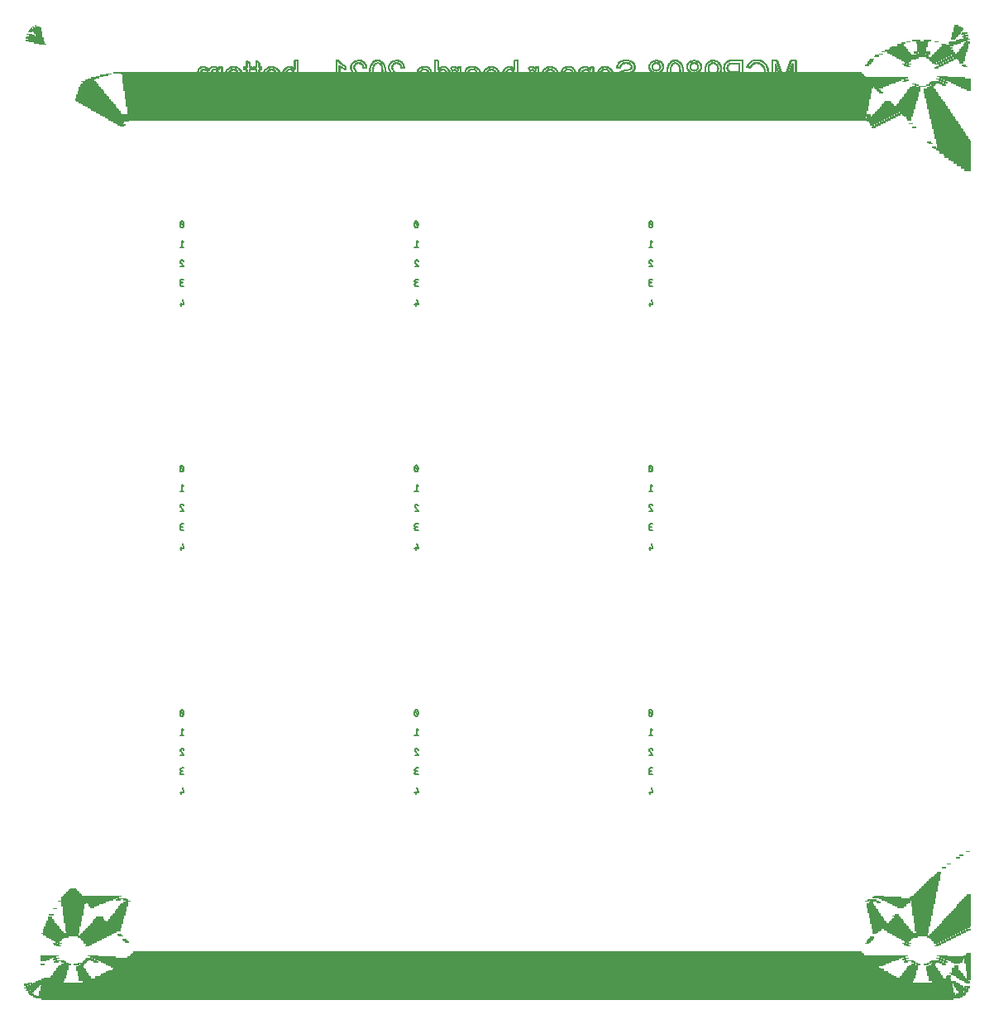
<source format=gbo>
%MOIN*%
%OFA0B0*%
%FSLAX36Y36*%
%IPPOS*%
%LPD*%
%AMOC80*
5,1,8,0,0,$1,22.5*%
%AMOC81*
5,1,8,0,0,$1,22.5*%
%AMOC80*
5,1,8,0,0,$1,22.5*%
%AMOC81*
5,1,8,0,0,$1,22.5*%
%AMOC80*
5,1,8,0,0,$1,22.5*%
%AMOC81*
5,1,8,0,0,$1,22.5*%
%AMOC80*
5,1,8,0,0,$1,22.5*%
%AMOC81*
5,1,8,0,0,$1,22.5*%
%AMOC80*
5,1,8,0,0,$1,22.5*%
%ADD10C,0.005*%
%ADD11C,0.005*%
%ADD12C,0.005*%
%ADD13C,0.005*%
%ADD14C,0.005*%
%ADD15C,0.005*%
%ADD16C,0.005*%
%ADD17C,0.005*%
%ADD18C,0.005*%
G36*
X003113697Y003785364D02*
G01*
X003114914Y003785557D01*
X003116011Y003786116D01*
X003116883Y003786987D01*
X003117441Y003788085D01*
X003117633Y003789301D01*
X003117441Y003790517D01*
X003116883Y003791615D01*
X003116011Y003792487D01*
X003114914Y003793045D01*
X003113697Y003793238D01*
X003094106Y003793238D01*
X003092890Y003793045D01*
X003091792Y003792487D01*
X003090920Y003791615D01*
X003090362Y003790517D01*
X003090169Y003789301D01*
X003090362Y003788085D01*
X003090920Y003786987D01*
X003091792Y003786116D01*
X003092890Y003785557D01*
X003094106Y003785364D01*
X003113697Y003785364D01*
G37*
G36*
X003070824Y003715722D02*
G01*
X003072040Y003715914D01*
X003073138Y003716474D01*
X003074009Y003717345D01*
X003074569Y003718443D01*
X003097850Y003788085D01*
X003098043Y003789301D01*
X003097850Y003790517D01*
X003097290Y003791615D01*
X003096421Y003792487D01*
X003095322Y003793045D01*
X003094106Y003793238D01*
X003092890Y003793045D01*
X003091792Y003792487D01*
X003090920Y003791615D01*
X003090362Y003790517D01*
X003067079Y003720875D01*
X003066887Y003719659D01*
X003067079Y003718443D01*
X003067639Y003717345D01*
X003068510Y003716474D01*
X003069607Y003715914D01*
X003070824Y003715722D01*
G37*
G36*
X003068040Y003707218D02*
G01*
X003069256Y003707411D01*
X003070354Y003707970D01*
X003071225Y003708841D01*
X003071784Y003709939D01*
X003074569Y003718443D01*
X003074761Y003719659D01*
X003074569Y003720875D01*
X003074009Y003721973D01*
X003073138Y003722844D01*
X003072040Y003723404D01*
X003070824Y003723596D01*
X003069607Y003723404D01*
X003068510Y003722844D01*
X003067639Y003721973D01*
X003067079Y003720875D01*
X003064296Y003712372D01*
X003064103Y003711154D01*
X003064296Y003709939D01*
X003064855Y003708841D01*
X003065726Y003707970D01*
X003066824Y003707411D01*
X003068040Y003707218D01*
G37*
G36*
X003066128Y003701163D02*
G01*
X003067344Y003701356D01*
X003068443Y003701915D01*
X003069313Y003702785D01*
X003069872Y003703882D01*
X003071784Y003709939D01*
X003071977Y003711154D01*
X003071784Y003712372D01*
X003071225Y003713470D01*
X003070354Y003714340D01*
X003069256Y003714899D01*
X003068040Y003715091D01*
X003066824Y003714899D01*
X003065726Y003714340D01*
X003064855Y003713470D01*
X003064296Y003712372D01*
X003062384Y003706316D01*
X003062191Y003705100D01*
X003062384Y003703882D01*
X003062942Y003702785D01*
X003063814Y003701915D01*
X003064912Y003701356D01*
X003066128Y003701163D01*
G37*
G36*
X003066128Y003701163D02*
G01*
X003067344Y003701356D01*
X003068443Y003701915D01*
X003069313Y003702785D01*
X003069872Y003703882D01*
X003070064Y003705100D01*
X003069872Y003706316D01*
X003067726Y003712941D01*
X003067165Y003714039D01*
X003066295Y003714911D01*
X003065198Y003715470D01*
X003063981Y003715662D01*
X003062765Y003715470D01*
X003061667Y003714911D01*
X003060796Y003714039D01*
X003060236Y003712941D01*
X003060045Y003711725D01*
X003060236Y003710508D01*
X003062384Y003703882D01*
X003062942Y003702785D01*
X003063814Y003701915D01*
X003064912Y003701356D01*
X003066128Y003701163D01*
G37*
G36*
X003063981Y003707789D02*
G01*
X003065198Y003707981D01*
X003066295Y003708540D01*
X003067165Y003709411D01*
X003067726Y003710508D01*
X003067918Y003711725D01*
X003067726Y003712941D01*
X003064639Y003722083D01*
X003064080Y003723181D01*
X003063209Y003724052D01*
X003062111Y003724611D01*
X003060895Y003724804D01*
X003059679Y003724611D01*
X003058581Y003724052D01*
X003057710Y003723181D01*
X003057151Y003722083D01*
X003056957Y003720867D01*
X003057151Y003719651D01*
X003060236Y003710508D01*
X003060796Y003709411D01*
X003061667Y003708540D01*
X003062765Y003707981D01*
X003063981Y003707789D01*
G37*
G36*
X003060895Y003716930D02*
G01*
X003062111Y003717122D01*
X003063209Y003717682D01*
X003064080Y003718553D01*
X003064639Y003719651D01*
X003064832Y003720867D01*
X003064639Y003722083D01*
X003041090Y003790517D01*
X003040531Y003791615D01*
X003039659Y003792487D01*
X003038561Y003793045D01*
X003037345Y003793238D01*
X003036129Y003793045D01*
X003035031Y003792487D01*
X003034160Y003791615D01*
X003033601Y003790517D01*
X003033407Y003789301D01*
X003033601Y003788085D01*
X003057151Y003719651D01*
X003057710Y003718553D01*
X003058581Y003717682D01*
X003059679Y003717122D01*
X003060895Y003716930D01*
G37*
G36*
X003037345Y003785364D02*
G01*
X003038561Y003785557D01*
X003039659Y003786116D01*
X003040531Y003786987D01*
X003041090Y003788085D01*
X003041282Y003789301D01*
X003041090Y003790517D01*
X003040531Y003791615D01*
X003039659Y003792487D01*
X003038561Y003793045D01*
X003037345Y003793238D01*
X003019833Y003793238D01*
X003018617Y003793045D01*
X003017520Y003792487D01*
X003016649Y003791615D01*
X003016090Y003790517D01*
X003015897Y003789301D01*
X003016090Y003788085D01*
X003016649Y003786987D01*
X003017520Y003786116D01*
X003018617Y003785557D01*
X003019833Y003785364D01*
X003037345Y003785364D01*
G37*
G36*
X003019833Y003687006D02*
G01*
X003021051Y003687199D01*
X003022148Y003687757D01*
X003023020Y003688629D01*
X003023579Y003689727D01*
X003023771Y003690943D01*
X003023771Y003789301D01*
X003023579Y003790517D01*
X003023020Y003791615D01*
X003022148Y003792487D01*
X003021051Y003793045D01*
X003019833Y003793238D01*
X003018617Y003793045D01*
X003017520Y003792487D01*
X003016649Y003791615D01*
X003016090Y003790517D01*
X003015897Y003789301D01*
X003015897Y003690943D01*
X003016090Y003689727D01*
X003016649Y003688629D01*
X003017520Y003687757D01*
X003018617Y003687199D01*
X003019833Y003687006D01*
G37*
G36*
X003032380Y003687006D02*
G01*
X003033596Y003687199D01*
X003034695Y003687757D01*
X003035565Y003688629D01*
X003036124Y003689727D01*
X003036316Y003690943D01*
X003036124Y003692159D01*
X003035565Y003693257D01*
X003034695Y003694128D01*
X003033596Y003694687D01*
X003032380Y003694879D01*
X003019833Y003694879D01*
X003018617Y003694687D01*
X003017520Y003694128D01*
X003016649Y003693257D01*
X003016090Y003692159D01*
X003015897Y003690943D01*
X003016090Y003689727D01*
X003016649Y003688629D01*
X003017520Y003687757D01*
X003018617Y003687199D01*
X003019833Y003687006D01*
X003032380Y003687006D01*
G37*
G36*
X003032380Y003687006D02*
G01*
X003033596Y003687199D01*
X003034695Y003687757D01*
X003035565Y003688629D01*
X003036124Y003689727D01*
X003036316Y003690943D01*
X003036316Y003773266D01*
X003036124Y003774483D01*
X003035565Y003775580D01*
X003034695Y003776452D01*
X003033596Y003777011D01*
X003032380Y003777203D01*
X003031163Y003777011D01*
X003030066Y003776452D01*
X003029194Y003775580D01*
X003028636Y003774483D01*
X003028443Y003773266D01*
X003028443Y003690943D01*
X003028636Y003689727D01*
X003029194Y003688629D01*
X003030066Y003687757D01*
X003031163Y003687199D01*
X003032380Y003687006D01*
G37*
G36*
X003060962Y003687006D02*
G01*
X003062179Y003687199D01*
X003063276Y003687757D01*
X003064148Y003688629D01*
X003064706Y003689727D01*
X003064898Y003690943D01*
X003064706Y003692159D01*
X003036124Y003774483D01*
X003035565Y003775580D01*
X003034695Y003776452D01*
X003033596Y003777011D01*
X003032380Y003777203D01*
X003031163Y003777011D01*
X003030066Y003776452D01*
X003029194Y003775580D01*
X003028636Y003774483D01*
X003028443Y003773266D01*
X003028636Y003772050D01*
X003057218Y003689727D01*
X003057777Y003688629D01*
X003058648Y003687757D01*
X003059746Y003687199D01*
X003060962Y003687006D01*
G37*
G36*
X003072703Y003687006D02*
G01*
X003073920Y003687199D01*
X003075017Y003687757D01*
X003075888Y003688629D01*
X003076447Y003689727D01*
X003076641Y003690943D01*
X003076447Y003692159D01*
X003075888Y003693257D01*
X003075017Y003694128D01*
X003073920Y003694687D01*
X003072703Y003694879D01*
X003060962Y003694879D01*
X003059746Y003694687D01*
X003058648Y003694128D01*
X003057777Y003693257D01*
X003057218Y003692159D01*
X003057025Y003690943D01*
X003057218Y003689727D01*
X003057777Y003688629D01*
X003058648Y003687757D01*
X003059746Y003687199D01*
X003060962Y003687006D01*
X003072703Y003687006D01*
G37*
G36*
X003072703Y003687006D02*
G01*
X003073920Y003687199D01*
X003075017Y003687757D01*
X003075888Y003688629D01*
X003076447Y003689727D01*
X003104894Y003773458D01*
X003105086Y003774675D01*
X003104894Y003775891D01*
X003104335Y003776989D01*
X003103464Y003777861D01*
X003102367Y003778420D01*
X003101150Y003778612D01*
X003099933Y003778420D01*
X003098836Y003777861D01*
X003097965Y003776989D01*
X003097405Y003775891D01*
X003068959Y003692159D01*
X003068766Y003690943D01*
X003068959Y003689727D01*
X003069517Y003688629D01*
X003070389Y003687757D01*
X003071486Y003687199D01*
X003072703Y003687006D01*
G37*
G36*
X003101150Y003687006D02*
G01*
X003102367Y003687199D01*
X003103464Y003687757D01*
X003104335Y003688629D01*
X003104894Y003689727D01*
X003105086Y003690943D01*
X003105086Y003774675D01*
X003104894Y003775891D01*
X003104335Y003776989D01*
X003103464Y003777861D01*
X003102367Y003778420D01*
X003101150Y003778612D01*
X003099933Y003778420D01*
X003098836Y003777861D01*
X003097965Y003776989D01*
X003097405Y003775891D01*
X003097213Y003774675D01*
X003097213Y003690943D01*
X003097405Y003689727D01*
X003097965Y003688629D01*
X003098836Y003687757D01*
X003099933Y003687199D01*
X003101150Y003687006D01*
G37*
G36*
X003113697Y003687006D02*
G01*
X003114914Y003687199D01*
X003116011Y003687757D01*
X003116883Y003688629D01*
X003117441Y003689727D01*
X003117633Y003690943D01*
X003117441Y003692159D01*
X003116883Y003693257D01*
X003116011Y003694128D01*
X003114914Y003694687D01*
X003113697Y003694879D01*
X003101150Y003694879D01*
X003099933Y003694687D01*
X003098836Y003694128D01*
X003097965Y003693257D01*
X003097405Y003692159D01*
X003097213Y003690943D01*
X003097405Y003689727D01*
X003097965Y003688629D01*
X003098836Y003687757D01*
X003099933Y003687199D01*
X003101150Y003687006D01*
X003113697Y003687006D01*
G37*
G36*
X003113697Y003687006D02*
G01*
X003114914Y003687199D01*
X003116011Y003687757D01*
X003116883Y003688629D01*
X003117441Y003689727D01*
X003117633Y003690943D01*
X003117633Y003789301D01*
X003117441Y003790517D01*
X003116883Y003791615D01*
X003116011Y003792487D01*
X003114914Y003793045D01*
X003113697Y003793238D01*
X003112481Y003793045D01*
X003111383Y003792487D01*
X003110512Y003791615D01*
X003109953Y003790517D01*
X003109760Y003789301D01*
X003109760Y003690943D01*
X003109953Y003689727D01*
X003110512Y003688629D01*
X003111383Y003687757D01*
X003112481Y003687199D01*
X003113697Y003687006D01*
G37*
G36*
X002921367Y003704073D02*
G01*
X002922584Y003704266D01*
X002923681Y003704825D01*
X002924552Y003705696D01*
X002925112Y003706794D01*
X002925304Y003708009D01*
X002925112Y003709227D01*
X002919382Y003723359D01*
X002918824Y003724457D01*
X002917953Y003725327D01*
X002916856Y003725886D01*
X002915639Y003726080D01*
X002914423Y003725886D01*
X002913324Y003725327D01*
X002912454Y003724457D01*
X002911895Y003723359D01*
X002911702Y003722142D01*
X002911895Y003720925D01*
X002917623Y003706794D01*
X002918182Y003705696D01*
X002919053Y003704825D01*
X002920150Y003704266D01*
X002921367Y003704073D01*
G37*
G36*
X002930366Y003693749D02*
G01*
X002931583Y003693942D01*
X002932680Y003694500D01*
X002933552Y003695372D01*
X002934111Y003696470D01*
X002934303Y003697686D01*
X002934111Y003698903D01*
X002933552Y003700000D01*
X002924552Y003710323D01*
X002923681Y003711196D01*
X002922584Y003711754D01*
X002921367Y003711947D01*
X002920150Y003711754D01*
X002919053Y003711196D01*
X002918182Y003710323D01*
X002917623Y003709227D01*
X002917430Y003708009D01*
X002917623Y003706794D01*
X002918182Y003705696D01*
X002927181Y003695372D01*
X002928052Y003694500D01*
X002929150Y003693942D01*
X002930366Y003693749D01*
G37*
G36*
X002942182Y003687434D02*
G01*
X002943398Y003687627D01*
X002944496Y003688186D01*
X002945367Y003689057D01*
X002945927Y003690155D01*
X002946119Y003691370D01*
X002945927Y003692588D01*
X002945367Y003693685D01*
X002944496Y003694557D01*
X002932680Y003700871D01*
X002931583Y003701430D01*
X002930366Y003701622D01*
X002929150Y003701430D01*
X002928052Y003700871D01*
X002927181Y003700000D01*
X002926621Y003698903D01*
X002926429Y003697686D01*
X002926621Y003696470D01*
X002927181Y003695372D01*
X002928052Y003694500D01*
X002939868Y003688186D01*
X002940965Y003687627D01*
X002942182Y003687434D01*
G37*
G36*
X002956364Y003685330D02*
G01*
X002957579Y003685521D01*
X002958676Y003686080D01*
X002959549Y003686952D01*
X002960108Y003688050D01*
X002960302Y003689267D01*
X002960108Y003690483D01*
X002959549Y003691580D01*
X002958676Y003692451D01*
X002957579Y003693011D01*
X002956364Y003693203D01*
X002942182Y003695308D01*
X002940965Y003695115D01*
X002939868Y003694557D01*
X002938997Y003693685D01*
X002938436Y003692588D01*
X002938245Y003691370D01*
X002938436Y003690155D01*
X002938997Y003689057D01*
X002939868Y003688186D01*
X002940965Y003687627D01*
X002942182Y003687434D01*
X002956364Y003685330D01*
G37*
G36*
X002956364Y003685330D02*
G01*
X002970782Y003686948D01*
X002971998Y003687140D01*
X002973095Y003687700D01*
X002973966Y003688571D01*
X002974525Y003689668D01*
X002974717Y003690885D01*
X002974525Y003692102D01*
X002973966Y003693200D01*
X002973095Y003694070D01*
X002971998Y003694629D01*
X002970782Y003694822D01*
X002956364Y003693203D01*
X002955148Y003693011D01*
X002954050Y003692451D01*
X002953178Y003691580D01*
X002952619Y003690483D01*
X002952427Y003689267D01*
X002952619Y003688050D01*
X002953178Y003686952D01*
X002954050Y003686080D01*
X002955148Y003685521D01*
X002956364Y003685330D01*
G37*
G36*
X002970782Y003686948D02*
G01*
X002971998Y003687140D01*
X002983445Y003691997D01*
X002984542Y003692556D01*
X002985413Y003693426D01*
X002985972Y003694525D01*
X002986165Y003695740D01*
X002985972Y003696958D01*
X002985413Y003698055D01*
X002984542Y003698926D01*
X002983445Y003699485D01*
X002982228Y003699678D01*
X002981012Y003699485D01*
X002969565Y003694629D01*
X002968467Y003694070D01*
X002967596Y003693200D01*
X002967036Y003692102D01*
X002966844Y003690885D01*
X002967036Y003689668D01*
X002967596Y003688571D01*
X002968467Y003687700D01*
X002969565Y003687140D01*
X002970782Y003686948D01*
G37*
G36*
X002982228Y003691804D02*
G01*
X002983445Y003691997D01*
X002984542Y003692556D01*
X002993315Y003700481D01*
X002994187Y003701352D01*
X002994746Y003702448D01*
X002994938Y003703667D01*
X002994746Y003704883D01*
X002994187Y003705980D01*
X002993315Y003706851D01*
X002992217Y003707411D01*
X002991002Y003707603D01*
X002989784Y003707411D01*
X002988687Y003706851D01*
X002979913Y003698926D01*
X002979043Y003698055D01*
X002978484Y003696958D01*
X002978291Y003695740D01*
X002978484Y003694525D01*
X002979043Y003693426D01*
X002979913Y003692556D01*
X002981012Y003691997D01*
X002982228Y003691804D01*
G37*
G36*
X002991002Y003699729D02*
G01*
X002992217Y003699921D01*
X002993315Y003700481D01*
X002994187Y003701352D01*
X003000576Y003712179D01*
X003001135Y003713276D01*
X003001328Y003714492D01*
X003001135Y003715709D01*
X003000576Y003716807D01*
X002999705Y003717678D01*
X002998607Y003718238D01*
X002997390Y003718430D01*
X002996175Y003718238D01*
X002995076Y003717678D01*
X002994206Y003716807D01*
X002987816Y003705980D01*
X002987257Y003704883D01*
X002987065Y003703667D01*
X002987257Y003702448D01*
X002987816Y003701352D01*
X002988687Y003700481D01*
X002989784Y003699921D01*
X002991002Y003699729D01*
G37*
G36*
X002997390Y003710556D02*
G01*
X002998607Y003710748D01*
X002999705Y003711308D01*
X003000576Y003712179D01*
X003001135Y003713276D01*
X003005035Y003726007D01*
X003005228Y003727224D01*
X003005035Y003728440D01*
X003004476Y003729539D01*
X003003604Y003730409D01*
X003002508Y003730968D01*
X003001291Y003731160D01*
X003000075Y003730968D01*
X002998976Y003730409D01*
X002998106Y003729539D01*
X002997547Y003728440D01*
X002993647Y003715709D01*
X002993454Y003714492D01*
X002993647Y003713276D01*
X002994206Y003712179D01*
X002995076Y003711308D01*
X002996175Y003710748D01*
X002997390Y003710556D01*
G37*
G36*
X003001291Y003723287D02*
G01*
X003002508Y003723480D01*
X003003604Y003724038D01*
X003004476Y003724910D01*
X003005035Y003726007D01*
X003005228Y003727224D01*
X003006528Y003740860D01*
X003006335Y003742076D01*
X003005776Y003743174D01*
X003004905Y003744046D01*
X003003808Y003744604D01*
X003002591Y003744797D01*
X003001375Y003744604D01*
X003000275Y003744046D01*
X002999406Y003743174D01*
X002998847Y003742076D01*
X002998654Y003740860D01*
X002997354Y003727224D01*
X002997547Y003726007D01*
X002998106Y003724910D01*
X002998976Y003724038D01*
X003000075Y003723480D01*
X003001291Y003723287D01*
G37*
G36*
X003002591Y003736923D02*
G01*
X003003808Y003737116D01*
X003004905Y003737675D01*
X003005776Y003738546D01*
X003006335Y003739644D01*
X003006528Y003740860D01*
X003005059Y003755242D01*
X003004867Y003756460D01*
X003004308Y003757557D01*
X003003437Y003758428D01*
X003002340Y003758988D01*
X003001123Y003759180D01*
X002999906Y003758988D01*
X002998808Y003758428D01*
X002997937Y003757557D01*
X002997379Y003756460D01*
X002997186Y003755242D01*
X002998654Y003740860D01*
X002998847Y003739644D01*
X002999406Y003738546D01*
X003000275Y003737675D01*
X003001375Y003737116D01*
X003002591Y003736923D01*
G37*
G36*
X003001123Y003751306D02*
G01*
X003002340Y003751499D01*
X003003437Y003752058D01*
X003004308Y003752929D01*
X003004867Y003754026D01*
X003005059Y003755242D01*
X003004867Y003756460D01*
X003000464Y003768881D01*
X002999905Y003769978D01*
X002999035Y003770849D01*
X002997937Y003771409D01*
X002996720Y003771601D01*
X002995502Y003771409D01*
X002994405Y003770849D01*
X002993535Y003769978D01*
X002992976Y003768881D01*
X002992783Y003767665D01*
X002992976Y003766446D01*
X002997379Y003754026D01*
X002997937Y003752929D01*
X002998808Y003752058D01*
X002999906Y003751499D01*
X003001123Y003751306D01*
G37*
G36*
X002996720Y003763727D02*
G01*
X002997937Y003763919D01*
X002999035Y003764479D01*
X002999905Y003765350D01*
X003000464Y003766446D01*
X003000657Y003767665D01*
X003000464Y003768881D01*
X002999905Y003769978D01*
X002992794Y003780042D01*
X002991924Y003780912D01*
X002990825Y003781473D01*
X002989609Y003781665D01*
X002988392Y003781473D01*
X002987295Y003780912D01*
X002986424Y003780042D01*
X002985865Y003778944D01*
X002985671Y003777728D01*
X002985865Y003776511D01*
X002986424Y003775414D01*
X002993535Y003765350D01*
X002994405Y003764479D01*
X002995502Y003763919D01*
X002996720Y003763727D01*
G37*
G36*
X002989609Y003773791D02*
G01*
X002990825Y003773982D01*
X002991924Y003774543D01*
X002992794Y003775414D01*
X002993352Y003776511D01*
X002993546Y003777728D01*
X002993352Y003778944D01*
X002992794Y003780042D01*
X002991924Y003780912D01*
X002982328Y003788226D01*
X002981231Y003788785D01*
X002980015Y003788977D01*
X002978797Y003788785D01*
X002977700Y003788226D01*
X002976829Y003787355D01*
X002976269Y003786257D01*
X002976077Y003785041D01*
X002976269Y003783825D01*
X002976829Y003782727D01*
X002977700Y003781855D01*
X002987295Y003774543D01*
X002988392Y003773982D01*
X002989609Y003773791D01*
G37*
G36*
X002980015Y003781104D02*
G01*
X002981231Y003781297D01*
X002982328Y003781855D01*
X002983198Y003782727D01*
X002983759Y003783825D01*
X002983952Y003785041D01*
X002983759Y003786257D01*
X002983198Y003787355D01*
X002982328Y003788226D01*
X002981231Y003788785D01*
X002969850Y003793238D01*
X002968634Y003793431D01*
X002967417Y003793238D01*
X002966320Y003792679D01*
X002965449Y003791808D01*
X002964890Y003790711D01*
X002964697Y003789494D01*
X002964890Y003788277D01*
X002965449Y003787180D01*
X002966320Y003786309D01*
X002967417Y003785750D01*
X002978797Y003781297D01*
X002980015Y003781104D01*
G37*
G36*
X002968634Y003785557D02*
G01*
X002969850Y003785750D01*
X002970948Y003786309D01*
X002971820Y003787180D01*
X002972378Y003788277D01*
X002972571Y003789494D01*
X002972378Y003790711D01*
X002971820Y003791808D01*
X002970948Y003792679D01*
X002969850Y003793238D01*
X002968634Y003793431D01*
X002956163Y003794917D01*
X002954946Y003794723D01*
X002953849Y003794164D01*
X002952978Y003793294D01*
X002952418Y003792196D01*
X002952226Y003790980D01*
X002952418Y003789762D01*
X002952978Y003788665D01*
X002953849Y003787793D01*
X002954946Y003787235D01*
X002956163Y003787042D01*
X002968634Y003785557D01*
G37*
G36*
X002942576Y003785163D02*
G01*
X002956163Y003787042D01*
X002957380Y003787235D01*
X002958477Y003787793D01*
X002959348Y003788665D01*
X002959907Y003789762D01*
X002960099Y003790980D01*
X002959907Y003792196D01*
X002959348Y003793294D01*
X002958477Y003794164D01*
X002957380Y003794723D01*
X002956163Y003794917D01*
X002942576Y003793037D01*
X002941359Y003792844D01*
X002940262Y003792285D01*
X002939391Y003791414D01*
X002938831Y003790317D01*
X002938639Y003789100D01*
X002938831Y003787883D01*
X002939391Y003786786D01*
X002940262Y003785915D01*
X002941359Y003785355D01*
X002942576Y003785163D01*
G37*
G36*
X002931338Y003779527D02*
G01*
X002932554Y003779720D01*
X002943792Y003785355D01*
X002944891Y003785915D01*
X002945761Y003786786D01*
X002946321Y003787883D01*
X002946513Y003789100D01*
X002946321Y003790317D01*
X002945761Y003791414D01*
X002944891Y003792285D01*
X002943792Y003792844D01*
X002942576Y003793037D01*
X002941359Y003792844D01*
X002930121Y003787208D01*
X002929024Y003786649D01*
X002928153Y003785778D01*
X002927594Y003784681D01*
X002927401Y003783465D01*
X002927594Y003782247D01*
X002928153Y003781150D01*
X002929024Y003780278D01*
X002930121Y003779720D01*
X002931338Y003779527D01*
G37*
G36*
X002922801Y003770487D02*
G01*
X002924018Y003770680D01*
X002925115Y003771239D01*
X002925986Y003772108D01*
X002934524Y003781150D01*
X002935081Y003782247D01*
X002935275Y003783465D01*
X002935081Y003784681D01*
X002934524Y003785778D01*
X002933652Y003786649D01*
X002932554Y003787208D01*
X002931338Y003787402D01*
X002930121Y003787208D01*
X002929024Y003786649D01*
X002928153Y003785778D01*
X002919615Y003776738D01*
X002919057Y003775641D01*
X002918863Y003774424D01*
X002919057Y003773208D01*
X002919615Y003772108D01*
X002920487Y003771239D01*
X002921584Y003770680D01*
X002922801Y003770487D01*
G37*
G36*
X002917317Y003758393D02*
G01*
X002918533Y003758586D01*
X002919630Y003759145D01*
X002920501Y003760015D01*
X002921060Y003761114D01*
X002926545Y003773208D01*
X002926738Y003774424D01*
X002926545Y003775641D01*
X002925986Y003776738D01*
X002925115Y003777609D01*
X002924018Y003778168D01*
X002922801Y003778361D01*
X002921584Y003778168D01*
X002920487Y003777609D01*
X002919615Y003776738D01*
X002919057Y003775641D01*
X002913572Y003763547D01*
X002913379Y003762330D01*
X002913572Y003761114D01*
X002914131Y003760015D01*
X002915002Y003759145D01*
X002916099Y003758586D01*
X002917317Y003758393D01*
G37*
G36*
X002930131Y003755374D02*
G01*
X002931348Y003755567D01*
X002932446Y003756126D01*
X002933316Y003756997D01*
X002933875Y003758094D01*
X002934068Y003759311D01*
X002933875Y003760527D01*
X002933316Y003761626D01*
X002932446Y003762496D01*
X002931348Y003763055D01*
X002918533Y003766074D01*
X002917317Y003766266D01*
X002916099Y003766074D01*
X002915002Y003765515D01*
X002914131Y003764644D01*
X002913572Y003763547D01*
X002913379Y003762330D01*
X002913572Y003761114D01*
X002914131Y003760015D01*
X002915002Y003759145D01*
X002916099Y003758586D01*
X002928914Y003755567D01*
X002930131Y003755374D01*
G37*
G36*
X002930131Y003755374D02*
G01*
X002931348Y003755567D01*
X002932446Y003756126D01*
X002933316Y003756997D01*
X002933875Y003758094D01*
X002938069Y003767371D01*
X002938261Y003768587D01*
X002938069Y003769803D01*
X002937509Y003770901D01*
X002936638Y003771771D01*
X002935541Y003772331D01*
X002934324Y003772524D01*
X002933108Y003772331D01*
X002932010Y003771771D01*
X002931139Y003770901D01*
X002930579Y003769803D01*
X002926387Y003760527D01*
X002926193Y003759311D01*
X002926387Y003758094D01*
X002926946Y003756997D01*
X002927817Y003756126D01*
X002928914Y003755567D01*
X002930131Y003755374D01*
G37*
G36*
X002934324Y003764650D02*
G01*
X002935541Y003764843D01*
X002936638Y003765402D01*
X002937509Y003766273D01*
X002943246Y003772630D01*
X002943805Y003773728D01*
X002943997Y003774944D01*
X002943805Y003776160D01*
X002943246Y003777259D01*
X002942374Y003778129D01*
X002941277Y003778687D01*
X002940060Y003778881D01*
X002938843Y003778687D01*
X002937746Y003778129D01*
X002936875Y003777259D01*
X002931139Y003770901D01*
X002930579Y003769803D01*
X002930387Y003768587D01*
X002930579Y003767371D01*
X002931139Y003766273D01*
X002932010Y003765402D01*
X002933108Y003764843D01*
X002934324Y003764650D01*
G37*
G36*
X002940060Y003771007D02*
G01*
X002941277Y003771200D01*
X002948623Y003774873D01*
X002949722Y003775432D01*
X002950592Y003776303D01*
X002951151Y003777401D01*
X002951344Y003778617D01*
X002951151Y003779833D01*
X002950592Y003780931D01*
X002949722Y003781801D01*
X002948623Y003782361D01*
X002947407Y003782554D01*
X002946191Y003782361D01*
X002938843Y003778687D01*
X002937746Y003778129D01*
X002936875Y003777259D01*
X002936316Y003776160D01*
X002936122Y003774944D01*
X002936316Y003773728D01*
X002936875Y003772630D01*
X002937746Y003771759D01*
X002938843Y003771200D01*
X002940060Y003771007D01*
G37*
G36*
X002947407Y003774680D02*
G01*
X002956430Y003775904D01*
X002957647Y003776097D01*
X002958746Y003776656D01*
X002959616Y003777527D01*
X002960175Y003778624D01*
X002960368Y003779841D01*
X002960175Y003781057D01*
X002959616Y003782155D01*
X002958746Y003783026D01*
X002957647Y003783584D01*
X002956430Y003783778D01*
X002947407Y003782554D01*
X002946191Y003782361D01*
X002945093Y003781801D01*
X002944222Y003780931D01*
X002943663Y003779833D01*
X002943470Y003778617D01*
X002943663Y003777401D01*
X002944222Y003776303D01*
X002945093Y003775432D01*
X002946191Y003774873D01*
X002947407Y003774680D01*
G37*
G36*
X002966839Y003774546D02*
G01*
X002968056Y003774739D01*
X002969153Y003775298D01*
X002970024Y003776169D01*
X002970584Y003777266D01*
X002970776Y003778483D01*
X002970584Y003779699D01*
X002970024Y003780798D01*
X002969153Y003781668D01*
X002968056Y003782227D01*
X002966839Y003782419D01*
X002956430Y003783778D01*
X002955215Y003783584D01*
X002954117Y003783026D01*
X002953246Y003782155D01*
X002952687Y003781057D01*
X002952494Y003779841D01*
X002952687Y003778624D01*
X002953246Y003777527D01*
X002954117Y003776656D01*
X002955215Y003776097D01*
X002956430Y003775904D01*
X002966839Y003774546D01*
G37*
G36*
X002975385Y003770470D02*
G01*
X002976601Y003770662D01*
X002977700Y003771222D01*
X002978570Y003772093D01*
X002979129Y003773189D01*
X002979321Y003774407D01*
X002979129Y003775624D01*
X002978570Y003776722D01*
X002977700Y003777592D01*
X002976601Y003778151D01*
X002968056Y003782227D01*
X002966839Y003782419D01*
X002965622Y003782227D01*
X002964525Y003781668D01*
X002963654Y003780798D01*
X002963094Y003779699D01*
X002962902Y003778483D01*
X002963094Y003777266D01*
X002963654Y003776169D01*
X002964525Y003775298D01*
X002965622Y003774739D01*
X002974168Y003770662D01*
X002975385Y003770470D01*
G37*
G36*
X002981868Y003764104D02*
G01*
X002983085Y003764296D01*
X002984182Y003764855D01*
X002985054Y003765727D01*
X002985613Y003766825D01*
X002985805Y003768041D01*
X002985613Y003769257D01*
X002985054Y003770355D01*
X002984182Y003771226D01*
X002977700Y003777592D01*
X002976601Y003778151D01*
X002975385Y003778345D01*
X002974168Y003778151D01*
X002973071Y003777592D01*
X002972200Y003776722D01*
X002971641Y003775624D01*
X002971448Y003774407D01*
X002971641Y003773189D01*
X002972200Y003772093D01*
X002973071Y003771222D01*
X002979554Y003764855D01*
X002980652Y003764296D01*
X002981868Y003764104D01*
G37*
G36*
X002986086Y003755877D02*
G01*
X002987303Y003756070D01*
X002988399Y003756629D01*
X002989272Y003757500D01*
X002989831Y003758598D01*
X002990023Y003759814D01*
X002989831Y003761030D01*
X002989272Y003762128D01*
X002985054Y003770355D01*
X002984182Y003771226D01*
X002983085Y003771785D01*
X002981868Y003771977D01*
X002980652Y003771785D01*
X002979554Y003771226D01*
X002978683Y003770355D01*
X002978124Y003769257D01*
X002977932Y003768041D01*
X002978124Y003766825D01*
X002978683Y003765727D01*
X002982901Y003757500D01*
X002983772Y003756629D01*
X002984869Y003756070D01*
X002986086Y003755877D01*
G37*
G36*
X002988401Y003746576D02*
G01*
X002989618Y003746768D01*
X002990715Y003747328D01*
X002991587Y003748199D01*
X002992146Y003749296D01*
X002992338Y003750513D01*
X002992146Y003751730D01*
X002989831Y003761030D01*
X002989272Y003762128D01*
X002988399Y003763000D01*
X002987303Y003763557D01*
X002986086Y003763751D01*
X002984869Y003763557D01*
X002983772Y003763000D01*
X002982901Y003762128D01*
X002982342Y003761030D01*
X002982148Y003759814D01*
X002982342Y003758598D01*
X002984657Y003749296D01*
X002985216Y003748199D01*
X002986087Y003747328D01*
X002987184Y003746768D01*
X002988401Y003746576D01*
G37*
G36*
X002989171Y003736991D02*
G01*
X002990388Y003737184D01*
X002991487Y003737743D01*
X002992357Y003738614D01*
X002992916Y003739712D01*
X002993109Y003740928D01*
X002992338Y003750513D01*
X002992146Y003751730D01*
X002991587Y003752827D01*
X002990715Y003753698D01*
X002989618Y003754258D01*
X002988401Y003754450D01*
X002987184Y003754258D01*
X002986087Y003753698D01*
X002985216Y003752827D01*
X002984657Y003751730D01*
X002984465Y003750513D01*
X002985235Y003740928D01*
X002985428Y003739712D01*
X002985987Y003738614D01*
X002986857Y003737743D01*
X002987955Y003737184D01*
X002989171Y003736991D01*
G37*
G36*
X002988258Y003725241D02*
G01*
X002989475Y003725433D01*
X002990572Y003725993D01*
X002991444Y003726864D01*
X002992002Y003727961D01*
X002992194Y003729178D01*
X002993109Y003740928D01*
X002992916Y003742145D01*
X002992357Y003743242D01*
X002991487Y003744112D01*
X002990388Y003744673D01*
X002989171Y003744865D01*
X002987955Y003744673D01*
X002986857Y003744112D01*
X002985987Y003743242D01*
X002985428Y003742145D01*
X002985235Y003740928D01*
X002984321Y003729178D01*
X002984514Y003727961D01*
X002985073Y003726864D01*
X002985944Y003725993D01*
X002987042Y003725433D01*
X002988258Y003725241D01*
G37*
G36*
X002985516Y003715085D02*
G01*
X002986733Y003715278D01*
X002987830Y003715837D01*
X002988702Y003716708D01*
X002989260Y003717806D01*
X002992002Y003727961D01*
X002992194Y003729178D01*
X002992002Y003730394D01*
X002991444Y003731492D01*
X002990572Y003732363D01*
X002989475Y003732923D01*
X002988258Y003733115D01*
X002987042Y003732923D01*
X002985944Y003732363D01*
X002985073Y003731492D01*
X002984514Y003730394D01*
X002981772Y003720239D01*
X002981579Y003719022D01*
X002981772Y003717806D01*
X002982331Y003716708D01*
X002983202Y003715837D01*
X002984300Y003715278D01*
X002985516Y003715085D01*
G37*
G36*
X002980845Y003706907D02*
G01*
X002982061Y003707100D01*
X002983159Y003707660D01*
X002984030Y003708531D01*
X002988702Y003716708D01*
X002989260Y003717806D01*
X002989452Y003719022D01*
X002989260Y003720239D01*
X002988702Y003721336D01*
X002987830Y003722207D01*
X002986733Y003722766D01*
X002985516Y003722959D01*
X002984300Y003722766D01*
X002983202Y003722207D01*
X002982331Y003721336D01*
X002977660Y003713159D01*
X002977101Y003712062D01*
X002976908Y003710845D01*
X002977101Y003709628D01*
X002977660Y003708531D01*
X002978531Y003707660D01*
X002979628Y003707100D01*
X002980845Y003706907D01*
G37*
G36*
X002974144Y003701096D02*
G01*
X002975361Y003701289D01*
X002976458Y003701848D01*
X002983159Y003707660D01*
X002984030Y003708531D01*
X002984590Y003709628D01*
X002984781Y003710845D01*
X002984590Y003712062D01*
X002984030Y003713159D01*
X002983159Y003714030D01*
X002982061Y003714590D01*
X002980845Y003714780D01*
X002979628Y003714590D01*
X002978531Y003714030D01*
X002971829Y003708218D01*
X002970959Y003707348D01*
X002970400Y003706250D01*
X002970207Y003705033D01*
X002970400Y003703816D01*
X002970959Y003702719D01*
X002971829Y003701848D01*
X002972927Y003701289D01*
X002974144Y003701096D01*
G37*
G36*
X002966109Y003697624D02*
G01*
X002967325Y003697817D01*
X002975361Y003701289D01*
X002976458Y003701848D01*
X002977330Y003702719D01*
X002977889Y003703816D01*
X002978081Y003705033D01*
X002977889Y003706250D01*
X002977330Y003707348D01*
X002976458Y003708218D01*
X002975361Y003708777D01*
X002974144Y003708970D01*
X002972927Y003708777D01*
X002964892Y003705305D01*
X002963795Y003704746D01*
X002962924Y003703876D01*
X002962365Y003702777D01*
X002962172Y003701561D01*
X002962365Y003700344D01*
X002962924Y003699247D01*
X002963795Y003698376D01*
X002964892Y003697817D01*
X002966109Y003697624D01*
G37*
G36*
X002957437Y003696466D02*
G01*
X002966109Y003697624D01*
X002967325Y003697817D01*
X002968424Y003698376D01*
X002969294Y003699247D01*
X002969853Y003700344D01*
X002970046Y003701561D01*
X002969853Y003702777D01*
X002969294Y003703876D01*
X002968424Y003704746D01*
X002967325Y003705305D01*
X002966109Y003705498D01*
X002957437Y003704341D01*
X002956220Y003704147D01*
X002955123Y003703588D01*
X002954252Y003702717D01*
X002953693Y003701619D01*
X002953500Y003700403D01*
X002953693Y003699187D01*
X002954252Y003698089D01*
X002955123Y003697217D01*
X002956220Y003696659D01*
X002957437Y003696466D01*
G37*
G36*
X002957437Y003696466D02*
G01*
X002958653Y003696659D01*
X002959750Y003697217D01*
X002960622Y003698089D01*
X002961181Y003699187D01*
X002961374Y003700403D01*
X002961181Y003701619D01*
X002960622Y003702717D01*
X002959750Y003703588D01*
X002958653Y003704147D01*
X002957437Y003704341D01*
X002947340Y003705917D01*
X002946124Y003705724D01*
X002945026Y003705165D01*
X002944154Y003704294D01*
X002943595Y003703197D01*
X002943403Y003701980D01*
X002943595Y003700764D01*
X002944154Y003699665D01*
X002945026Y003698795D01*
X002946124Y003698236D01*
X002947340Y003698043D01*
X002957437Y003696466D01*
G37*
G36*
X002947340Y003698043D02*
G01*
X002948555Y003698236D01*
X002949653Y003698795D01*
X002950525Y003699665D01*
X002951084Y003700764D01*
X002951278Y003701980D01*
X002951084Y003703197D01*
X002950525Y003704294D01*
X002949653Y003705165D01*
X002941234Y003709895D01*
X002940137Y003710454D01*
X002938920Y003710647D01*
X002937704Y003710454D01*
X002936606Y003709895D01*
X002935734Y003709024D01*
X002935176Y003707927D01*
X002934983Y003706710D01*
X002935176Y003705494D01*
X002935734Y003704396D01*
X002936606Y003703524D01*
X002945026Y003698795D01*
X002946124Y003698236D01*
X002947340Y003698043D01*
G37*
G36*
X002938920Y003702773D02*
G01*
X002940137Y003702965D01*
X002941234Y003703524D01*
X002942105Y003704396D01*
X002942664Y003705494D01*
X002942857Y003706710D01*
X002942664Y003707927D01*
X002942105Y003709024D01*
X002935748Y003716857D01*
X002934877Y003717728D01*
X002933780Y003718287D01*
X002932563Y003718479D01*
X002931347Y003718287D01*
X002930248Y003717728D01*
X002929378Y003716857D01*
X002928819Y003715760D01*
X002928626Y003714543D01*
X002928819Y003713327D01*
X002929378Y003712228D01*
X002935734Y003704396D01*
X002936606Y003703524D01*
X002937704Y003702965D01*
X002938920Y003702773D01*
G37*
G36*
X002932563Y003710606D02*
G01*
X002933780Y003710799D01*
X002934877Y003711358D01*
X002935748Y003712228D01*
X002936307Y003713327D01*
X002936499Y003714543D01*
X002936307Y003715760D01*
X002932400Y003726646D01*
X002931840Y003727744D01*
X002930970Y003728614D01*
X002929872Y003729174D01*
X002928656Y003729366D01*
X002927438Y003729174D01*
X002926340Y003728614D01*
X002925470Y003727744D01*
X002924910Y003726646D01*
X002924718Y003725430D01*
X002924910Y003724212D01*
X002928819Y003713327D01*
X002929378Y003712228D01*
X002930248Y003711358D01*
X002931347Y003710799D01*
X002932563Y003710606D01*
G37*
G36*
X002915639Y003718205D02*
G01*
X002916856Y003718398D01*
X002929872Y003721684D01*
X002930970Y003722244D01*
X002931840Y003723115D01*
X002932400Y003724212D01*
X002932592Y003725430D01*
X002932400Y003726646D01*
X002931840Y003727744D01*
X002930970Y003728614D01*
X002929872Y003729174D01*
X002928656Y003729366D01*
X002927438Y003729174D01*
X002914423Y003725886D01*
X002913324Y003725327D01*
X002912454Y003724457D01*
X002911895Y003723359D01*
X002911702Y003722142D01*
X002911895Y003720925D01*
X002912454Y003719828D01*
X002913324Y003718957D01*
X002914423Y003718398D01*
X002915639Y003718205D01*
G37*
G36*
X002899603Y003785364D02*
G01*
X002900820Y003785557D01*
X002901917Y003786116D01*
X002902789Y003786987D01*
X002903348Y003788085D01*
X002903540Y003789301D01*
X002903348Y003790517D01*
X002902789Y003791615D01*
X002901917Y003792487D01*
X002900820Y003793045D01*
X002899603Y003793238D01*
X002862501Y003793238D01*
X002861285Y003793045D01*
X002860187Y003792487D01*
X002859316Y003791615D01*
X002858757Y003790517D01*
X002858565Y003789301D01*
X002858757Y003788085D01*
X002859316Y003786987D01*
X002860187Y003786116D01*
X002861285Y003785557D01*
X002862501Y003785364D01*
X002899603Y003785364D01*
G37*
G36*
X002853863Y003785130D02*
G01*
X002862501Y003785364D01*
X002863718Y003785557D01*
X002864815Y003786116D01*
X002865687Y003786987D01*
X002866246Y003788085D01*
X002866438Y003789301D01*
X002866246Y003790517D01*
X002865687Y003791615D01*
X002864815Y003792487D01*
X002863718Y003793045D01*
X002862501Y003793238D01*
X002853863Y003793004D01*
X002852646Y003792812D01*
X002851549Y003792252D01*
X002850678Y003791381D01*
X002850118Y003790283D01*
X002849926Y003789066D01*
X002850118Y003787850D01*
X002850678Y003786752D01*
X002851549Y003785882D01*
X002852646Y003785322D01*
X002853863Y003785130D01*
G37*
G36*
X002847539Y003784424D02*
G01*
X002853863Y003785130D01*
X002855080Y003785322D01*
X002856177Y003785882D01*
X002857047Y003786752D01*
X002857608Y003787850D01*
X002857800Y003789066D01*
X002857608Y003790283D01*
X002857047Y003791381D01*
X002856177Y003792252D01*
X002855080Y003792812D01*
X002853863Y003793004D01*
X002847539Y003792299D01*
X002846322Y003792105D01*
X002845225Y003791548D01*
X002844354Y003790676D01*
X002843794Y003789578D01*
X002843602Y003788362D01*
X002843794Y003787146D01*
X002844354Y003786048D01*
X002845225Y003785177D01*
X002846322Y003784618D01*
X002847539Y003784424D01*
G37*
G36*
X002835396Y003779829D02*
G01*
X002836613Y003780022D01*
X002848756Y003784618D01*
X002849853Y003785177D01*
X002850724Y003786048D01*
X002851284Y003787146D01*
X002851476Y003788362D01*
X002851284Y003789578D01*
X002850724Y003790676D01*
X002849853Y003791548D01*
X002848756Y003792105D01*
X002847539Y003792299D01*
X002846322Y003792105D01*
X002834180Y003787511D01*
X002833080Y003786952D01*
X002832211Y003786080D01*
X002831652Y003784983D01*
X002831459Y003783766D01*
X002831652Y003782550D01*
X002832211Y003781452D01*
X002833080Y003780581D01*
X002834180Y003780022D01*
X002835396Y003779829D01*
G37*
G36*
X002830976Y003775763D02*
G01*
X002832193Y003775955D01*
X002833291Y003776514D01*
X002837710Y003780581D01*
X002838582Y003781452D01*
X002839140Y003782550D01*
X002839333Y003783766D01*
X002839140Y003784983D01*
X002838582Y003786080D01*
X002837710Y003786952D01*
X002836613Y003787511D01*
X002835396Y003787703D01*
X002834180Y003787511D01*
X002833080Y003786952D01*
X002828662Y003782885D01*
X002827791Y003782013D01*
X002827231Y003780916D01*
X002827039Y003779699D01*
X002827231Y003778483D01*
X002827791Y003777385D01*
X002828662Y003776514D01*
X002829758Y003775955D01*
X002830976Y003775763D01*
G37*
G36*
X002827512Y003770336D02*
G01*
X002828729Y003770528D01*
X002829826Y003771088D01*
X002830697Y003771959D01*
X002834161Y003777385D01*
X002834721Y003778483D01*
X002834913Y003779699D01*
X002834721Y003780916D01*
X002834161Y003782013D01*
X002833291Y003782885D01*
X002832193Y003783443D01*
X002830976Y003783636D01*
X002829758Y003783443D01*
X002828662Y003782885D01*
X002827791Y003782013D01*
X002824327Y003776587D01*
X002823767Y003775489D01*
X002823575Y003774272D01*
X002823767Y003773056D01*
X002824327Y003771959D01*
X002825198Y003771088D01*
X002826295Y003770528D01*
X002827512Y003770336D01*
G37*
G36*
X002825273Y003763928D02*
G01*
X002826490Y003764121D01*
X002827587Y003764679D01*
X002828457Y003765550D01*
X002829018Y003766648D01*
X002831257Y003773056D01*
X002831450Y003774272D01*
X002831257Y003775489D01*
X002830697Y003776587D01*
X002829826Y003777458D01*
X002828729Y003778018D01*
X002827512Y003778210D01*
X002826295Y003778018D01*
X002825198Y003777458D01*
X002824327Y003776587D01*
X002823767Y003775489D01*
X002821528Y003769081D01*
X002821336Y003767864D01*
X002821528Y003766648D01*
X002822088Y003765550D01*
X002822959Y003764679D01*
X002824056Y003764121D01*
X002825273Y003763928D01*
G37*
G36*
X002824528Y003756917D02*
G01*
X002825744Y003757110D01*
X002826841Y003757669D01*
X002827713Y003758538D01*
X002828272Y003759638D01*
X002828464Y003760854D01*
X002829210Y003767864D01*
X002829018Y003769081D01*
X002828457Y003770180D01*
X002827587Y003771050D01*
X002826490Y003771609D01*
X002825273Y003771802D01*
X002824056Y003771609D01*
X002822959Y003771050D01*
X002822088Y003770180D01*
X002821528Y003769081D01*
X002821336Y003767864D01*
X002820591Y003760854D01*
X002820783Y003759638D01*
X002821342Y003758538D01*
X002822213Y003757669D01*
X002823310Y003757110D01*
X002824528Y003756917D01*
G37*
G36*
X002826522Y003745335D02*
G01*
X002827740Y003745528D01*
X002828836Y003746087D01*
X002829709Y003746958D01*
X002830267Y003748056D01*
X002830460Y003749271D01*
X002830267Y003750489D01*
X002828272Y003762071D01*
X002827713Y003763168D01*
X002826841Y003764039D01*
X002825744Y003764598D01*
X002824528Y003764791D01*
X002823310Y003764598D01*
X002822213Y003764039D01*
X002821342Y003763168D01*
X002820783Y003762071D01*
X002820591Y003760854D01*
X002820783Y003759638D01*
X002822779Y003748056D01*
X002823338Y003746958D01*
X002824209Y003746087D01*
X002825307Y003745528D01*
X002826522Y003745335D01*
G37*
G36*
X002832511Y003735680D02*
G01*
X002833728Y003735875D01*
X002834825Y003736434D01*
X002835696Y003737305D01*
X002836255Y003738402D01*
X002836448Y003739619D01*
X002836255Y003740836D01*
X002835696Y003741933D01*
X002829709Y003751587D01*
X002828836Y003752457D01*
X002827740Y003753016D01*
X002826522Y003753209D01*
X002825307Y003753016D01*
X002824209Y003752457D01*
X002823338Y003751587D01*
X002822779Y003750489D01*
X002822586Y003749271D01*
X002822779Y003748056D01*
X002823338Y003746958D01*
X002829325Y003737305D01*
X002830196Y003736434D01*
X002831295Y003735875D01*
X002832511Y003735680D01*
G37*
G36*
X002837308Y003731881D02*
G01*
X002838525Y003732074D01*
X002839622Y003732633D01*
X002840494Y003733503D01*
X002841053Y003734602D01*
X002841245Y003735818D01*
X002841053Y003737035D01*
X002840494Y003738132D01*
X002839622Y003739004D01*
X002834825Y003742804D01*
X002833728Y003743364D01*
X002832511Y003743555D01*
X002831295Y003743364D01*
X002830196Y003742804D01*
X002829325Y003741933D01*
X002828767Y003740836D01*
X002828574Y003739619D01*
X002828767Y003738402D01*
X002829325Y003737305D01*
X002830196Y003736434D01*
X002834994Y003732633D01*
X002836091Y003732074D01*
X002837308Y003731881D01*
G37*
G36*
X002843715Y003729166D02*
G01*
X002844931Y003729359D01*
X002846029Y003729918D01*
X002846900Y003730788D01*
X002847460Y003731887D01*
X002847652Y003733103D01*
X002847460Y003734320D01*
X002846900Y003735418D01*
X002846029Y003736289D01*
X002844931Y003736847D01*
X002838525Y003739563D01*
X002837308Y003739755D01*
X002836091Y003739563D01*
X002834994Y003739004D01*
X002834123Y003738132D01*
X002833564Y003737035D01*
X002833371Y003735818D01*
X002833564Y003734602D01*
X002834123Y003733503D01*
X002834994Y003732633D01*
X002836091Y003732074D01*
X002842497Y003729359D01*
X002843715Y003729166D01*
G37*
G36*
X002851733Y003727537D02*
G01*
X002852950Y003727729D01*
X002854048Y003728289D01*
X002854918Y003729160D01*
X002855477Y003730257D01*
X002855670Y003731474D01*
X002855477Y003732690D01*
X002854918Y003733789D01*
X002854048Y003734659D01*
X002852950Y003735219D01*
X002844931Y003736847D01*
X002843715Y003737040D01*
X002842497Y003736847D01*
X002841401Y003736289D01*
X002840530Y003735418D01*
X002839970Y003734320D01*
X002839778Y003733103D01*
X002839970Y003731887D01*
X002840530Y003730788D01*
X002841401Y003729918D01*
X002842497Y003729359D01*
X002850516Y003727729D01*
X002851733Y003727537D01*
G37*
G36*
X002861361Y003726993D02*
G01*
X002862577Y003727187D01*
X002863676Y003727746D01*
X002864546Y003728616D01*
X002865105Y003729714D01*
X002865297Y003730931D01*
X002865105Y003732148D01*
X002864546Y003733245D01*
X002863676Y003734117D01*
X002862577Y003734676D01*
X002861361Y003734868D01*
X002851733Y003735411D01*
X002850516Y003735219D01*
X002849418Y003734659D01*
X002848548Y003733789D01*
X002847988Y003732690D01*
X002847796Y003731474D01*
X002847988Y003730257D01*
X002848548Y003729160D01*
X002849418Y003728289D01*
X002850516Y003727729D01*
X002851733Y003727537D01*
X002861361Y003726993D01*
G37*
G36*
X002886587Y003726993D02*
G01*
X002887803Y003727187D01*
X002888902Y003727746D01*
X002889772Y003728616D01*
X002890331Y003729714D01*
X002890523Y003730931D01*
X002890331Y003732148D01*
X002889772Y003733245D01*
X002888902Y003734117D01*
X002887803Y003734676D01*
X002886587Y003734868D01*
X002861361Y003734868D01*
X002860144Y003734676D01*
X002859047Y003734117D01*
X002858176Y003733245D01*
X002857617Y003732148D01*
X002857424Y003730931D01*
X002857617Y003729714D01*
X002858176Y003728616D01*
X002859047Y003727746D01*
X002860144Y003727187D01*
X002861361Y003726993D01*
X002886587Y003726993D01*
G37*
G36*
X002886587Y003687006D02*
G01*
X002887803Y003687199D01*
X002888902Y003687757D01*
X002889772Y003688629D01*
X002890331Y003689727D01*
X002890523Y003690943D01*
X002890523Y003730931D01*
X002890331Y003732148D01*
X002889772Y003733245D01*
X002888902Y003734117D01*
X002887803Y003734676D01*
X002886587Y003734868D01*
X002885370Y003734676D01*
X002884273Y003734117D01*
X002883402Y003733245D01*
X002882843Y003732148D01*
X002882650Y003730931D01*
X002882650Y003690943D01*
X002882843Y003689727D01*
X002883402Y003688629D01*
X002884273Y003687757D01*
X002885370Y003687199D01*
X002886587Y003687006D01*
G37*
G36*
X002899603Y003687006D02*
G01*
X002900820Y003687199D01*
X002901917Y003687757D01*
X002902789Y003688629D01*
X002903348Y003689727D01*
X002903540Y003690943D01*
X002903348Y003692159D01*
X002902789Y003693257D01*
X002901917Y003694128D01*
X002900820Y003694687D01*
X002899603Y003694879D01*
X002886587Y003694879D01*
X002885370Y003694687D01*
X002884273Y003694128D01*
X002883402Y003693257D01*
X002882843Y003692159D01*
X002882650Y003690943D01*
X002882843Y003689727D01*
X002883402Y003688629D01*
X002884273Y003687757D01*
X002885370Y003687199D01*
X002886587Y003687006D01*
X002899603Y003687006D01*
G37*
G36*
X002899603Y003687006D02*
G01*
X002900820Y003687199D01*
X002901917Y003687757D01*
X002902789Y003688629D01*
X002903348Y003689727D01*
X002903540Y003690943D01*
X002903540Y003789301D01*
X002903348Y003790517D01*
X002902789Y003791615D01*
X002901917Y003792487D01*
X002900820Y003793045D01*
X002899603Y003793238D01*
X002898387Y003793045D01*
X002897289Y003792487D01*
X002896418Y003791615D01*
X002895859Y003790517D01*
X002895667Y003789301D01*
X002895667Y003690943D01*
X002895859Y003689727D01*
X002896418Y003688629D01*
X002897289Y003687757D01*
X002898387Y003687199D01*
X002899603Y003687006D01*
G37*
G36*
X002861159Y003738600D02*
G01*
X002862376Y003738794D01*
X002863473Y003739353D01*
X002864344Y003740224D01*
X002864904Y003741321D01*
X002865096Y003742539D01*
X002864904Y003743755D01*
X002864344Y003744852D01*
X002863473Y003745723D01*
X002862376Y003746282D01*
X002861159Y003746475D01*
X002850374Y003747649D01*
X002849158Y003747456D01*
X002848059Y003746898D01*
X002847189Y003746026D01*
X002846630Y003744929D01*
X002846437Y003743712D01*
X002846630Y003742496D01*
X002847189Y003741398D01*
X002848059Y003740527D01*
X002849158Y003739968D01*
X002850374Y003739776D01*
X002861159Y003738600D01*
G37*
G36*
X002850374Y003739776D02*
G01*
X002851591Y003739968D01*
X002852688Y003740527D01*
X002853559Y003741398D01*
X002854118Y003742496D01*
X002854310Y003743712D01*
X002854118Y003744929D01*
X002853559Y003746026D01*
X002852688Y003746898D01*
X002851591Y003747456D01*
X002844462Y003750979D01*
X002843244Y003751171D01*
X002842028Y003750979D01*
X002840931Y003750420D01*
X002840059Y003749547D01*
X002839500Y003748450D01*
X002839308Y003747234D01*
X002839500Y003746017D01*
X002840059Y003744920D01*
X002840931Y003744049D01*
X002842028Y003743490D01*
X002849158Y003739968D01*
X002850374Y003739776D01*
G37*
G36*
X002843244Y003743297D02*
G01*
X002844462Y003743490D01*
X002845559Y003744049D01*
X002846430Y003744920D01*
X002846990Y003746017D01*
X002847182Y003747234D01*
X002846990Y003748450D01*
X002846430Y003749547D01*
X002842455Y003755202D01*
X002841585Y003756072D01*
X002840485Y003756631D01*
X002839270Y003756824D01*
X002838053Y003756631D01*
X002836956Y003756072D01*
X002836085Y003755202D01*
X002835526Y003754103D01*
X002835333Y003752887D01*
X002835526Y003751669D01*
X002836085Y003750572D01*
X002840059Y003744920D01*
X002840931Y003744049D01*
X002842028Y003743490D01*
X002843244Y003743297D01*
G37*
G36*
X002839270Y003748950D02*
G01*
X002840485Y003749143D01*
X002841585Y003749702D01*
X002842455Y003750572D01*
X002843014Y003751669D01*
X002843208Y003752887D01*
X002843014Y003754103D01*
X002841690Y003761669D01*
X002841130Y003762766D01*
X002840259Y003763637D01*
X002839162Y003764197D01*
X002837944Y003764389D01*
X002836728Y003764197D01*
X002835630Y003763637D01*
X002834760Y003762766D01*
X002834201Y003761669D01*
X002834008Y003760452D01*
X002834201Y003759235D01*
X002835526Y003751669D01*
X002836085Y003750572D01*
X002836956Y003749702D01*
X002838053Y003749143D01*
X002839270Y003748950D01*
G37*
G36*
X002837944Y003756515D02*
G01*
X002839162Y003756708D01*
X002840259Y003757267D01*
X002841130Y003758138D01*
X002841690Y003759235D01*
X002841882Y003760452D01*
X002842663Y003766180D01*
X002842469Y003767396D01*
X002841910Y003768494D01*
X002841039Y003769365D01*
X002839940Y003769925D01*
X002838725Y003770116D01*
X002837509Y003769925D01*
X002836411Y003769365D01*
X002835539Y003768494D01*
X002834981Y003767396D01*
X002834788Y003766180D01*
X002834008Y003760452D01*
X002834201Y003759235D01*
X002834760Y003758138D01*
X002835630Y003757267D01*
X002836728Y003756708D01*
X002837944Y003756515D01*
G37*
G36*
X002838725Y003762243D02*
G01*
X002839940Y003762435D01*
X002841039Y003762995D01*
X002841910Y003763866D01*
X002842469Y003764963D01*
X002844809Y003769801D01*
X002845002Y003771018D01*
X002844809Y003772235D01*
X002844250Y003773333D01*
X002843379Y003774204D01*
X002842281Y003774764D01*
X002841065Y003774956D01*
X002839849Y003774764D01*
X002838750Y003774204D01*
X002837879Y003773333D01*
X002837321Y003772235D01*
X002834981Y003767396D01*
X002834788Y003766180D01*
X002834981Y003764963D01*
X002835539Y003763866D01*
X002836411Y003762995D01*
X002837509Y003762435D01*
X002838725Y003762243D01*
G37*
G36*
X002841065Y003767082D02*
G01*
X002842281Y003767274D01*
X002843379Y003767834D01*
X002844250Y003768705D01*
X002847865Y003772353D01*
X002848424Y003773450D01*
X002848617Y003774666D01*
X002848424Y003775884D01*
X002847865Y003776981D01*
X002846994Y003777852D01*
X002845896Y003778411D01*
X002844680Y003778603D01*
X002843464Y003778411D01*
X002842366Y003777852D01*
X002841495Y003776981D01*
X002837879Y003773333D01*
X002837321Y003772235D01*
X002837128Y003771018D01*
X002837321Y003769801D01*
X002837879Y003768705D01*
X002838750Y003767834D01*
X002839849Y003767274D01*
X002841065Y003767082D01*
G37*
G36*
X002844680Y003770730D02*
G01*
X002845896Y003770923D01*
X002850501Y003773078D01*
X002851598Y003773637D01*
X002852470Y003774508D01*
X002853029Y003775605D01*
X002853221Y003776822D01*
X002853029Y003778038D01*
X002852470Y003779137D01*
X002851598Y003780007D01*
X002850501Y003780566D01*
X002849284Y003780758D01*
X002848067Y003780566D01*
X002843464Y003778411D01*
X002842366Y003777852D01*
X002841495Y003776981D01*
X002840936Y003775884D01*
X002840743Y003774666D01*
X002840936Y003773450D01*
X002841495Y003772353D01*
X002842366Y003771482D01*
X002843464Y003770923D01*
X002844680Y003770730D01*
G37*
G36*
X002849284Y003772885D02*
G01*
X002853964Y003773539D01*
X002855180Y003773732D01*
X002856278Y003774291D01*
X002857148Y003775162D01*
X002857708Y003776259D01*
X002857902Y003777476D01*
X002857708Y003778692D01*
X002857148Y003779790D01*
X002856278Y003780661D01*
X002855180Y003781221D01*
X002853964Y003781413D01*
X002849284Y003780758D01*
X002848067Y003780566D01*
X002846970Y003780007D01*
X002846098Y003779137D01*
X002845540Y003778038D01*
X002845347Y003776822D01*
X002845540Y003775605D01*
X002846098Y003774508D01*
X002846970Y003773637D01*
X002848067Y003773078D01*
X002849284Y003772885D01*
G37*
G36*
X002853964Y003773539D02*
G01*
X002861428Y003773757D01*
X002862644Y003773949D01*
X002863742Y003774509D01*
X002864613Y003775379D01*
X002865172Y003776476D01*
X002865365Y003777695D01*
X002865172Y003778911D01*
X002864613Y003780008D01*
X002863742Y003780879D01*
X002862644Y003781439D01*
X002861428Y003781631D01*
X002853964Y003781413D01*
X002852748Y003781221D01*
X002851650Y003780661D01*
X002850779Y003779790D01*
X002850220Y003778692D01*
X002850026Y003777476D01*
X002850220Y003776259D01*
X002850779Y003775162D01*
X002851650Y003774291D01*
X002852748Y003773732D01*
X002853964Y003773539D01*
G37*
G36*
X002886587Y003773757D02*
G01*
X002887803Y003773949D01*
X002888902Y003774509D01*
X002889772Y003775379D01*
X002890331Y003776476D01*
X002890523Y003777695D01*
X002890331Y003778911D01*
X002889772Y003780008D01*
X002888902Y003780879D01*
X002887803Y003781439D01*
X002886587Y003781631D01*
X002861428Y003781631D01*
X002860212Y003781439D01*
X002859114Y003780879D01*
X002858243Y003780008D01*
X002857684Y003778911D01*
X002857491Y003777695D01*
X002857684Y003776476D01*
X002858243Y003775379D01*
X002859114Y003774509D01*
X002860212Y003773949D01*
X002861428Y003773757D01*
X002886587Y003773757D01*
G37*
G36*
X002886587Y003738600D02*
G01*
X002887803Y003738794D01*
X002888902Y003739353D01*
X002889772Y003740224D01*
X002890331Y003741321D01*
X002890523Y003742539D01*
X002890523Y003777695D01*
X002890331Y003778911D01*
X002889772Y003780008D01*
X002888902Y003780879D01*
X002887803Y003781439D01*
X002886587Y003781631D01*
X002885370Y003781439D01*
X002884273Y003780879D01*
X002883402Y003780008D01*
X002882843Y003778911D01*
X002882650Y003777695D01*
X002882650Y003742539D01*
X002882843Y003741321D01*
X002883402Y003740224D01*
X002884273Y003739353D01*
X002885370Y003738794D01*
X002886587Y003738600D01*
G37*
G36*
X002886587Y003738600D02*
G01*
X002887803Y003738794D01*
X002888902Y003739353D01*
X002889772Y003740224D01*
X002890331Y003741321D01*
X002890523Y003742539D01*
X002890331Y003743755D01*
X002889772Y003744852D01*
X002888902Y003745723D01*
X002887803Y003746282D01*
X002886587Y003746475D01*
X002861159Y003746475D01*
X002859943Y003746282D01*
X002858844Y003745723D01*
X002857974Y003744852D01*
X002857414Y003743755D01*
X002857222Y003742539D01*
X002857414Y003741321D01*
X002857974Y003740224D01*
X002858844Y003739353D01*
X002859943Y003738794D01*
X002861159Y003738600D01*
X002886587Y003738600D01*
G37*
G36*
X002797286Y003703763D02*
G01*
X002798503Y003703956D01*
X002799602Y003704515D01*
X002800472Y003705386D01*
X002801031Y003706483D01*
X002803179Y003713545D01*
X002803371Y003714761D01*
X002803179Y003715978D01*
X002802618Y003717075D01*
X002801748Y003717946D01*
X002800651Y003718505D01*
X002799433Y003718698D01*
X002798217Y003718505D01*
X002797120Y003717946D01*
X002796249Y003717075D01*
X002795688Y003715978D01*
X002793543Y003708916D01*
X002793350Y003707700D01*
X002793543Y003706483D01*
X002794102Y003705386D01*
X002794973Y003704515D01*
X002796071Y003703956D01*
X002797286Y003703763D01*
G37*
G36*
X002793798Y003698949D02*
G01*
X002795014Y003699142D01*
X002796113Y003699701D01*
X002796982Y003700572D01*
X002800472Y003705386D01*
X002801031Y003706483D01*
X002801224Y003707700D01*
X002801031Y003708916D01*
X002800472Y003710014D01*
X002799602Y003710885D01*
X002798503Y003711445D01*
X002797286Y003711637D01*
X002796071Y003711445D01*
X002794973Y003710885D01*
X002794102Y003710014D01*
X002790613Y003705200D01*
X002790053Y003704102D01*
X002789861Y003702886D01*
X002790053Y003701670D01*
X002790613Y003700572D01*
X002791484Y003699701D01*
X002792581Y003699142D01*
X002793798Y003698949D01*
G37*
G36*
X002789051Y003696181D02*
G01*
X002790268Y003696374D01*
X002791365Y003696933D01*
X002796113Y003699701D01*
X002796982Y003700572D01*
X002797543Y003701670D01*
X002797735Y003702886D01*
X002797543Y003704102D01*
X002796982Y003705200D01*
X002796113Y003706072D01*
X002795014Y003706629D01*
X002793798Y003706823D01*
X002792581Y003706629D01*
X002791484Y003706072D01*
X002786737Y003703303D01*
X002785866Y003702433D01*
X002785307Y003701334D01*
X002785113Y003700118D01*
X002785307Y003698901D01*
X002785866Y003697804D01*
X002786737Y003696933D01*
X002787835Y003696374D01*
X002789051Y003696181D01*
G37*
G36*
X002783130Y003695259D02*
G01*
X002789051Y003696181D01*
X002790268Y003696374D01*
X002791365Y003696933D01*
X002792237Y003697804D01*
X002792794Y003698901D01*
X002792988Y003700118D01*
X002792794Y003701334D01*
X002792237Y003702433D01*
X002791365Y003703303D01*
X002790268Y003703861D01*
X002789051Y003704056D01*
X002783130Y003703133D01*
X002781914Y003702941D01*
X002780815Y003702380D01*
X002779945Y003701510D01*
X002779386Y003700413D01*
X002779193Y003699196D01*
X002779386Y003697979D01*
X002779945Y003696882D01*
X002780815Y003696011D01*
X002781914Y003695451D01*
X002783130Y003695259D01*
G37*
G36*
X002783130Y003695259D02*
G01*
X002784346Y003695451D01*
X002785443Y003696011D01*
X002786315Y003696882D01*
X002786874Y003697979D01*
X002787067Y003699196D01*
X002786874Y003700413D01*
X002786315Y003701510D01*
X002785443Y003702380D01*
X002784346Y003702941D01*
X002774585Y003705490D01*
X002773369Y003705681D01*
X002772151Y003705490D01*
X002771054Y003704930D01*
X002770183Y003704059D01*
X002769623Y003702962D01*
X002769431Y003701745D01*
X002769623Y003700528D01*
X002770183Y003699430D01*
X002771054Y003698560D01*
X002772151Y003698000D01*
X002781914Y003695451D01*
X002783130Y003695259D01*
G37*
G36*
X002773369Y003697808D02*
G01*
X002774585Y003698000D01*
X002775682Y003698560D01*
X002776552Y003699430D01*
X002777113Y003700528D01*
X002777305Y003701745D01*
X002777113Y003702962D01*
X002776552Y003704059D01*
X002775682Y003704930D01*
X002768805Y003711740D01*
X002767707Y003712299D01*
X002766491Y003712492D01*
X002765275Y003712299D01*
X002764177Y003711740D01*
X002763306Y003710870D01*
X002762747Y003709771D01*
X002762554Y003708555D01*
X002762747Y003707338D01*
X002763306Y003706241D01*
X002764177Y003705370D01*
X002771054Y003698560D01*
X002772151Y003698000D01*
X002773369Y003697808D01*
G37*
G36*
X002766491Y003704618D02*
G01*
X002767707Y003704811D01*
X002768805Y003705370D01*
X002769676Y003706241D01*
X002770235Y003707338D01*
X002770427Y003708555D01*
X002770235Y003709771D01*
X002767771Y003714779D01*
X002767211Y003715876D01*
X002766340Y003716748D01*
X002765243Y003717307D01*
X002764026Y003717499D01*
X002762809Y003717307D01*
X002761712Y003716748D01*
X002760841Y003715876D01*
X002760282Y003714779D01*
X002760088Y003713563D01*
X002760282Y003712345D01*
X002762747Y003707338D01*
X002763306Y003706241D01*
X002764177Y003705370D01*
X002765275Y003704811D01*
X002766491Y003704618D01*
G37*
G36*
X002764026Y003709626D02*
G01*
X002765243Y003709818D01*
X002766340Y003710377D01*
X002767211Y003711247D01*
X002767771Y003712345D01*
X002767963Y003713563D01*
X002767771Y003714779D01*
X002765740Y003721279D01*
X002765181Y003722376D01*
X002764311Y003723247D01*
X002763213Y003723807D01*
X002761995Y003723999D01*
X002760779Y003723807D01*
X002759682Y003723247D01*
X002758811Y003722376D01*
X002758252Y003721279D01*
X002758059Y003720063D01*
X002758252Y003718844D01*
X002760282Y003712345D01*
X002760841Y003711247D01*
X002761712Y003710377D01*
X002762809Y003709818D01*
X002764026Y003709626D01*
G37*
G36*
X002761995Y003716126D02*
G01*
X002763213Y003716317D01*
X002764311Y003716877D01*
X002765181Y003717748D01*
X002765740Y003718844D01*
X002765933Y003720063D01*
X002764122Y003734822D01*
X002763929Y003736039D01*
X002763370Y003737136D01*
X002762500Y003738007D01*
X002761401Y003738567D01*
X002760184Y003738759D01*
X002758968Y003738567D01*
X002757871Y003738007D01*
X002757000Y003737136D01*
X002756441Y003736039D01*
X002756248Y003734822D01*
X002758059Y003720063D01*
X002758252Y003718844D01*
X002758811Y003717748D01*
X002759682Y003716877D01*
X002760779Y003716317D01*
X002761995Y003716126D01*
G37*
G36*
X002760184Y003730885D02*
G01*
X002761401Y003731077D01*
X002762500Y003731637D01*
X002763370Y003732507D01*
X002763929Y003733606D01*
X002764122Y003734822D01*
X002764189Y003737237D01*
X002763996Y003738454D01*
X002763437Y003739551D01*
X002762566Y003740422D01*
X002761468Y003740982D01*
X002760252Y003741174D01*
X002759036Y003740982D01*
X002757938Y003740422D01*
X002757067Y003739551D01*
X002756508Y003738454D01*
X002756315Y003737237D01*
X002756248Y003734822D01*
X002756441Y003733606D01*
X002757000Y003732507D01*
X002757871Y003731637D01*
X002758968Y003731077D01*
X002760184Y003730885D01*
G37*
G36*
X002764537Y003728076D02*
G01*
X002765754Y003728268D01*
X002766851Y003728828D01*
X002767722Y003729698D01*
X002768281Y003730797D01*
X002768474Y003732013D01*
X002768281Y003733230D01*
X002767722Y003734327D01*
X002763437Y003739551D01*
X002762566Y003740422D01*
X002761468Y003740982D01*
X002760252Y003741174D01*
X002759036Y003740982D01*
X002757938Y003740422D01*
X002757067Y003739551D01*
X002756508Y003738454D01*
X002756315Y003737237D01*
X002756508Y003736021D01*
X002757067Y003734923D01*
X002761352Y003729698D01*
X002762222Y003728828D01*
X002763321Y003728268D01*
X002764537Y003728076D01*
G37*
G36*
X002770148Y003723941D02*
G01*
X002771363Y003724133D01*
X002772463Y003724693D01*
X002773333Y003725564D01*
X002773892Y003726661D01*
X002774085Y003727878D01*
X002773892Y003729094D01*
X002773333Y003730193D01*
X002772463Y003731063D01*
X002766851Y003735198D01*
X002765754Y003735757D01*
X002764537Y003735949D01*
X002763321Y003735757D01*
X002762222Y003735198D01*
X002761352Y003734327D01*
X002760793Y003733230D01*
X002760600Y003732013D01*
X002760793Y003730797D01*
X002761352Y003729698D01*
X002762222Y003728828D01*
X002767834Y003724693D01*
X002768931Y003724133D01*
X002770148Y003723941D01*
G37*
G36*
X002776681Y003721247D02*
G01*
X002777897Y003721442D01*
X002778996Y003722001D01*
X002779866Y003722872D01*
X002780425Y003723969D01*
X002780619Y003725186D01*
X002780425Y003726403D01*
X002779866Y003727500D01*
X002778996Y003728372D01*
X002777897Y003728931D01*
X002771363Y003731623D01*
X002770148Y003731815D01*
X002768931Y003731623D01*
X002767834Y003731063D01*
X002766963Y003730193D01*
X002766403Y003729094D01*
X002766211Y003727878D01*
X002766403Y003726661D01*
X002766963Y003725564D01*
X002767834Y003724693D01*
X002768931Y003724133D01*
X002775464Y003721442D01*
X002776681Y003721247D01*
G37*
G36*
X002783734Y003720352D02*
G01*
X002784951Y003720545D01*
X002786048Y003721104D01*
X002786919Y003721974D01*
X002787479Y003723073D01*
X002787671Y003724289D01*
X002787479Y003725506D01*
X002786919Y003726603D01*
X002786048Y003727474D01*
X002784951Y003728034D01*
X002783734Y003728226D01*
X002776681Y003729122D01*
X002775464Y003728931D01*
X002774367Y003728372D01*
X002773496Y003727500D01*
X002772937Y003726403D01*
X002772744Y003725186D01*
X002772937Y003723969D01*
X002773496Y003722872D01*
X002774367Y003722001D01*
X002775464Y003721442D01*
X002776681Y003721247D01*
X002783734Y003720352D01*
G37*
G36*
X002783734Y003720352D02*
G01*
X002784951Y003720545D01*
X002796223Y003722759D01*
X002797320Y003723318D01*
X002798191Y003724189D01*
X002798750Y003725287D01*
X002798943Y003726503D01*
X002798750Y003727719D01*
X002798191Y003728818D01*
X002797320Y003729688D01*
X002796223Y003730247D01*
X002795006Y003730440D01*
X002793790Y003730247D01*
X002782517Y003728034D01*
X002781420Y003727474D01*
X002780549Y003726603D01*
X002779990Y003725506D01*
X002779796Y003724289D01*
X002779990Y003723073D01*
X002780549Y003721974D01*
X002781420Y003721104D01*
X002782517Y003720545D01*
X002783734Y003720352D01*
G37*
G36*
X002795006Y003722566D02*
G01*
X002796223Y003722759D01*
X002797320Y003723318D01*
X002806713Y003729959D01*
X002807585Y003730831D01*
X002808143Y003731929D01*
X002808336Y003733145D01*
X002808143Y003734362D01*
X002807585Y003735459D01*
X002806713Y003736330D01*
X002805615Y003736889D01*
X002804399Y003737082D01*
X002803183Y003736889D01*
X002802085Y003736330D01*
X002792691Y003729688D01*
X002791821Y003728818D01*
X002791262Y003727719D01*
X002791069Y003726503D01*
X002791262Y003725287D01*
X002791821Y003724189D01*
X002792691Y003723318D01*
X002793790Y003722759D01*
X002795006Y003722566D01*
G37*
G36*
X002804399Y003729208D02*
G01*
X002805615Y003729401D01*
X002806713Y003729959D01*
X002807585Y003730831D01*
X002813924Y003741096D01*
X002814483Y003742193D01*
X002814676Y003743408D01*
X002814483Y003744627D01*
X002813924Y003745724D01*
X002813053Y003746596D01*
X002811956Y003747155D01*
X002810739Y003747347D01*
X002809523Y003747155D01*
X002808424Y003746596D01*
X002807554Y003745724D01*
X002801214Y003735459D01*
X002800655Y003734362D01*
X002800461Y003733145D01*
X002800655Y003731929D01*
X002801214Y003730831D01*
X002802085Y003729959D01*
X002803183Y003729401D01*
X002804399Y003729208D01*
G37*
G36*
X002810739Y003739473D02*
G01*
X002811956Y003739666D01*
X002813053Y003740225D01*
X002813924Y003741096D01*
X002814483Y003742193D01*
X002816597Y003755277D01*
X002816789Y003756493D01*
X002816597Y003757708D01*
X002816036Y003758807D01*
X002815166Y003759678D01*
X002814069Y003760237D01*
X002812852Y003760430D01*
X002811635Y003760237D01*
X002810538Y003759678D01*
X002809667Y003758807D01*
X002809106Y003757708D01*
X002806995Y003744627D01*
X002806802Y003743408D01*
X002806995Y003742193D01*
X002807554Y003741096D01*
X002808424Y003740225D01*
X002809523Y003739666D01*
X002810739Y003739473D01*
G37*
G36*
X002812852Y003752556D02*
G01*
X002814069Y003752749D01*
X002815166Y003753307D01*
X002816036Y003754179D01*
X002816597Y003755277D01*
X002816789Y003756493D01*
X002816597Y003757708D01*
X002814391Y003771212D01*
X002813832Y003772311D01*
X002812961Y003773181D01*
X002811863Y003773739D01*
X002810647Y003773933D01*
X002809431Y003773739D01*
X002808333Y003773181D01*
X002807461Y003772311D01*
X002806903Y003771212D01*
X002806710Y003769996D01*
X002806903Y003768780D01*
X002809106Y003755277D01*
X002809667Y003754179D01*
X002810538Y003753307D01*
X002811635Y003752749D01*
X002812852Y003752556D01*
G37*
G36*
X002810647Y003766059D02*
G01*
X002811863Y003766252D01*
X002812961Y003766811D01*
X002813832Y003767682D01*
X002814391Y003768780D01*
X002814583Y003769996D01*
X002814391Y003771212D01*
X002813832Y003772311D01*
X002807215Y003782894D01*
X002806343Y003783764D01*
X002805247Y003784324D01*
X002804029Y003784517D01*
X002802814Y003784324D01*
X002801715Y003783764D01*
X002800845Y003782894D01*
X002800286Y003781796D01*
X002800093Y003780580D01*
X002800286Y003779362D01*
X002800845Y003778264D01*
X002807461Y003767682D01*
X002808333Y003766811D01*
X002809431Y003766252D01*
X002810647Y003766059D01*
G37*
G36*
X002804029Y003776642D02*
G01*
X002805247Y003776835D01*
X002806343Y003777394D01*
X002807215Y003778264D01*
X002807774Y003779362D01*
X002807967Y003780580D01*
X002807774Y003781796D01*
X002807215Y003782894D01*
X002806343Y003783764D01*
X002796406Y003790609D01*
X002795309Y003791167D01*
X002794093Y003791360D01*
X002792875Y003791167D01*
X002791778Y003790609D01*
X002790907Y003789737D01*
X002790347Y003788640D01*
X002790155Y003787423D01*
X002790347Y003786207D01*
X002790907Y003785109D01*
X002791778Y003784238D01*
X002801715Y003777394D01*
X002802814Y003776835D01*
X002804029Y003776642D01*
G37*
G36*
X002794093Y003783486D02*
G01*
X002795309Y003783679D01*
X002796406Y003784238D01*
X002797277Y003785109D01*
X002797837Y003786207D01*
X002798029Y003787423D01*
X002797837Y003788640D01*
X002797277Y003789737D01*
X002796406Y003790609D01*
X002795309Y003791167D01*
X002783140Y003793448D01*
X002781923Y003793641D01*
X002780705Y003793448D01*
X002779609Y003792889D01*
X002778738Y003792019D01*
X002778179Y003790920D01*
X002777986Y003789704D01*
X002778179Y003788488D01*
X002778738Y003787390D01*
X002779609Y003786518D01*
X002780705Y003785960D01*
X002792875Y003783679D01*
X002794093Y003783486D01*
G37*
G36*
X002772739Y003784476D02*
G01*
X002781923Y003785767D01*
X002783140Y003785960D01*
X002784237Y003786518D01*
X002785108Y003787390D01*
X002785667Y003788488D01*
X002785859Y003789704D01*
X002785667Y003790920D01*
X002785108Y003792019D01*
X002784237Y003792889D01*
X002783140Y003793448D01*
X002781923Y003793641D01*
X002772739Y003792350D01*
X002771523Y003792158D01*
X002770425Y003791598D01*
X002769554Y003790727D01*
X002768995Y003789629D01*
X002768801Y003788413D01*
X002768995Y003787196D01*
X002769554Y003786099D01*
X002770425Y003785228D01*
X002771523Y003784668D01*
X002772739Y003784476D01*
G37*
G36*
X002764378Y003780601D02*
G01*
X002765594Y003780793D01*
X002773955Y003784668D01*
X002775053Y003785228D01*
X002775924Y003786099D01*
X002776483Y003787196D01*
X002776676Y003788413D01*
X002776483Y003789629D01*
X002775924Y003790727D01*
X002775053Y003791598D01*
X002773955Y003792158D01*
X002772739Y003792350D01*
X002771523Y003792158D01*
X002763161Y003788282D01*
X002762063Y003787724D01*
X002761193Y003786852D01*
X002760633Y003785755D01*
X002760441Y003784538D01*
X002760633Y003783322D01*
X002761193Y003782224D01*
X002762063Y003781353D01*
X002763161Y003780793D01*
X002764378Y003780601D01*
G37*
G36*
X002757383Y003774336D02*
G01*
X002758600Y003774528D01*
X002759697Y003775088D01*
X002766692Y003781353D01*
X002767563Y003782224D01*
X002768123Y003783322D01*
X002768315Y003784538D01*
X002768123Y003785755D01*
X002767563Y003786852D01*
X002766692Y003787724D01*
X002765594Y003788282D01*
X002764378Y003788474D01*
X002763161Y003788282D01*
X002762063Y003787724D01*
X002755068Y003781458D01*
X002754198Y003780587D01*
X002753638Y003779490D01*
X002753446Y003778272D01*
X002753638Y003777056D01*
X002754198Y003775959D01*
X002755068Y003775088D01*
X002756167Y003774528D01*
X002757383Y003774336D01*
G37*
G36*
X002752301Y003765874D02*
G01*
X002753518Y003766067D01*
X002754615Y003766626D01*
X002755487Y003767497D01*
X002760568Y003775959D01*
X002761128Y003777056D01*
X002761319Y003778272D01*
X002761128Y003779490D01*
X002760568Y003780587D01*
X002759697Y003781458D01*
X002758600Y003782018D01*
X002757383Y003782210D01*
X002756167Y003782018D01*
X002755068Y003781458D01*
X002754198Y003780587D01*
X002749116Y003772125D01*
X002748556Y003771027D01*
X002748365Y003769811D01*
X002748556Y003768594D01*
X002749116Y003767497D01*
X002749987Y003766626D01*
X002751085Y003766067D01*
X002752301Y003765874D01*
G37*
G36*
X002749206Y003754175D02*
G01*
X002750422Y003754368D01*
X002751521Y003754927D01*
X002752391Y003755798D01*
X002752950Y003756896D01*
X002756046Y003768594D01*
X002756238Y003769811D01*
X002756046Y003771027D01*
X002755487Y003772125D01*
X002754615Y003772996D01*
X002753518Y003773554D01*
X002752301Y003773748D01*
X002751085Y003773554D01*
X002749987Y003772996D01*
X002749116Y003772125D01*
X002748556Y003771027D01*
X002745462Y003759329D01*
X002745269Y003758112D01*
X002745462Y003756896D01*
X002746020Y003755798D01*
X002746892Y003754927D01*
X002747990Y003754368D01*
X002749206Y003754175D01*
G37*
G36*
X002748176Y003738198D02*
G01*
X002749392Y003738391D01*
X002750489Y003738950D01*
X002751359Y003739821D01*
X002751920Y003740918D01*
X002752113Y003742135D01*
X002753142Y003758112D01*
X002752950Y003759329D01*
X002752391Y003760426D01*
X002751521Y003761298D01*
X002750422Y003761857D01*
X002749206Y003762048D01*
X002747990Y003761857D01*
X002746892Y003761298D01*
X002746020Y003760426D01*
X002745462Y003759329D01*
X002745269Y003758112D01*
X002744238Y003742135D01*
X002744429Y003740918D01*
X002744990Y003739821D01*
X002745861Y003738950D01*
X002746958Y003738391D01*
X002748176Y003738198D01*
G37*
G36*
X002749197Y003721266D02*
G01*
X002750415Y003721459D01*
X002751511Y003722018D01*
X002752383Y003722889D01*
X002752942Y003723987D01*
X002753135Y003725203D01*
X002752113Y003742135D01*
X002751920Y003743351D01*
X002751359Y003744449D01*
X002750489Y003745320D01*
X002749392Y003745880D01*
X002748176Y003746072D01*
X002746958Y003745880D01*
X002745861Y003745320D01*
X002744990Y003744449D01*
X002744429Y003743351D01*
X002744238Y003742135D01*
X002745261Y003725203D01*
X002745454Y003723987D01*
X002746013Y003722889D01*
X002746883Y003722018D01*
X002747982Y003721459D01*
X002749197Y003721266D01*
G37*
G36*
X002752268Y003708173D02*
G01*
X002753485Y003708366D01*
X002754582Y003708926D01*
X002755454Y003709797D01*
X002756013Y003710894D01*
X002756205Y003712111D01*
X002756013Y003713328D01*
X002752942Y003726419D01*
X002752383Y003727517D01*
X002751511Y003728388D01*
X002750415Y003728947D01*
X002749197Y003729140D01*
X002747982Y003728947D01*
X002746883Y003728388D01*
X002746013Y003727517D01*
X002745454Y003726419D01*
X002745261Y003725203D01*
X002745454Y003723987D01*
X002748524Y003710894D01*
X002749083Y003709797D01*
X002749953Y003708926D01*
X002751052Y003708366D01*
X002752268Y003708173D01*
G37*
G36*
X002757358Y003698337D02*
G01*
X002758575Y003698530D01*
X002759672Y003699088D01*
X002760544Y003699959D01*
X002761102Y003701058D01*
X002761295Y003702274D01*
X002761102Y003703491D01*
X002760544Y003704588D01*
X002755454Y003714425D01*
X002754582Y003715296D01*
X002753485Y003715856D01*
X002752268Y003716048D01*
X002751052Y003715856D01*
X002749953Y003715296D01*
X002749083Y003714425D01*
X002748524Y003713328D01*
X002748331Y003712111D01*
X002748524Y003710894D01*
X002749083Y003709797D01*
X002754173Y003699959D01*
X002755044Y003699088D01*
X002756142Y003698530D01*
X002757358Y003698337D01*
G37*
G36*
X002764445Y003691166D02*
G01*
X002765661Y003691359D01*
X002766759Y003691917D01*
X002767629Y003692789D01*
X002768188Y003693886D01*
X002768381Y003695103D01*
X002768188Y003696320D01*
X002767629Y003697418D01*
X002760544Y003704588D01*
X002759672Y003705459D01*
X002758575Y003706018D01*
X002757358Y003706211D01*
X002756142Y003706018D01*
X002755044Y003705459D01*
X002754173Y003704588D01*
X002753614Y003703491D01*
X002753421Y003702274D01*
X002753614Y003701058D01*
X002754173Y003699959D01*
X002761258Y003692789D01*
X002762131Y003691917D01*
X002763228Y003691359D01*
X002764445Y003691166D01*
G37*
G36*
X002773226Y003686788D02*
G01*
X002774443Y003686981D01*
X002775539Y003687540D01*
X002776411Y003688410D01*
X002776971Y003689509D01*
X002777163Y003690724D01*
X002776971Y003691941D01*
X002776411Y003693038D01*
X002775539Y003693911D01*
X002774443Y003694469D01*
X002765661Y003698847D01*
X002764445Y003699041D01*
X002763228Y003698847D01*
X002762131Y003698288D01*
X002761258Y003697418D01*
X002760701Y003696320D01*
X002760508Y003695103D01*
X002760701Y003693886D01*
X002761258Y003692789D01*
X002762131Y003691917D01*
X002763228Y003691359D01*
X002772009Y003686981D01*
X002773226Y003686788D01*
G37*
G36*
X002783399Y003685330D02*
G01*
X002784616Y003685521D01*
X002785713Y003686080D01*
X002786584Y003686952D01*
X002787143Y003688050D01*
X002787335Y003689267D01*
X002787143Y003690483D01*
X002786584Y003691580D01*
X002785713Y003692451D01*
X002784616Y003693011D01*
X002783399Y003693203D01*
X002773226Y003694662D01*
X002772009Y003694469D01*
X002770912Y003693911D01*
X002770041Y003693038D01*
X002769481Y003691941D01*
X002769289Y003690724D01*
X002769481Y003689509D01*
X002770041Y003688410D01*
X002770912Y003687540D01*
X002772009Y003686981D01*
X002773226Y003686788D01*
X002783399Y003685330D01*
G37*
G36*
X002783399Y003685330D02*
G01*
X002793882Y003686931D01*
X002795099Y003687124D01*
X002796196Y003687683D01*
X002797066Y003688554D01*
X002797627Y003689652D01*
X002797819Y003690868D01*
X002797627Y003692085D01*
X002797066Y003693182D01*
X002796196Y003694054D01*
X002795099Y003694612D01*
X002793882Y003694805D01*
X002783399Y003693203D01*
X002782182Y003693011D01*
X002781085Y003692451D01*
X002780213Y003691580D01*
X002779655Y003690483D01*
X002779462Y003689267D01*
X002779655Y003688050D01*
X002780213Y003686952D01*
X002781085Y003686080D01*
X002782182Y003685521D01*
X002783399Y003685330D01*
G37*
G36*
X002793882Y003686931D02*
G01*
X002795099Y003687124D01*
X002796196Y003687683D01*
X002804566Y003692487D01*
X002805437Y003693359D01*
X002805997Y003694457D01*
X002806189Y003695673D01*
X002805997Y003696889D01*
X002805437Y003697986D01*
X002804566Y003698858D01*
X002803469Y003699417D01*
X002802251Y003699610D01*
X002801035Y003699417D01*
X002799937Y003698858D01*
X002791568Y003694054D01*
X002790697Y003693182D01*
X002790138Y003692085D01*
X002789944Y003690868D01*
X002790138Y003689652D01*
X002790697Y003688554D01*
X002791568Y003687683D01*
X002792666Y003687124D01*
X002793882Y003686931D01*
G37*
G36*
X002802251Y003691736D02*
G01*
X002803469Y003691929D01*
X002804566Y003692487D01*
X002805437Y003693359D01*
X002811291Y003701067D01*
X002811851Y003702165D01*
X002812043Y003703381D01*
X002811851Y003704598D01*
X002811291Y003705695D01*
X002810420Y003706566D01*
X002809323Y003707125D01*
X002808106Y003707318D01*
X002806890Y003707125D01*
X002805792Y003706566D01*
X002804921Y003705695D01*
X002799067Y003697986D01*
X002798508Y003696889D01*
X002798315Y003695673D01*
X002798508Y003694457D01*
X002799067Y003693359D01*
X002799937Y003692487D01*
X002801035Y003691929D01*
X002802251Y003691736D01*
G37*
G36*
X002808106Y003699444D02*
G01*
X002809323Y003699636D01*
X002810420Y003700196D01*
X002811291Y003701067D01*
X002811851Y003702165D01*
X002814785Y003712472D01*
X002814978Y003713688D01*
X002814785Y003714904D01*
X002814226Y003716002D01*
X002813355Y003716873D01*
X002812257Y003717431D01*
X002811041Y003717625D01*
X002809825Y003717431D01*
X002808727Y003716873D01*
X002807855Y003716002D01*
X002807297Y003714904D01*
X002804361Y003704598D01*
X002804168Y003703381D01*
X002804361Y003702165D01*
X002804921Y003701067D01*
X002805792Y003700196D01*
X002806890Y003699636D01*
X002808106Y003699444D01*
G37*
G36*
X002811041Y003709751D02*
G01*
X002812257Y003709944D01*
X002813355Y003710503D01*
X002814226Y003711374D01*
X002814785Y003712472D01*
X002814978Y003713688D01*
X002814785Y003714904D01*
X002814226Y003716002D01*
X002813355Y003716873D01*
X002812257Y003717431D01*
X002811041Y003717625D01*
X002799433Y003718698D01*
X002798217Y003718505D01*
X002797120Y003717946D01*
X002796249Y003717075D01*
X002795688Y003715978D01*
X002795497Y003714761D01*
X002795688Y003713545D01*
X002796249Y003712447D01*
X002797120Y003711576D01*
X002798217Y003711017D01*
X002799433Y003710824D01*
X002811041Y003709751D01*
G37*
G36*
X002762978Y003762486D02*
G01*
X002764194Y003762679D01*
X002765291Y003763238D01*
X002766162Y003764109D01*
X002770314Y003771287D01*
X002770874Y003772386D01*
X002771066Y003773602D01*
X002770874Y003774818D01*
X002770314Y003775916D01*
X002769442Y003776787D01*
X002768345Y003777346D01*
X002767130Y003777539D01*
X002765913Y003777346D01*
X002764815Y003776787D01*
X002763944Y003775916D01*
X002759792Y003768737D01*
X002759232Y003767639D01*
X002759040Y003766423D01*
X002759232Y003765207D01*
X002759792Y003764109D01*
X002760663Y003763238D01*
X002761760Y003762679D01*
X002762978Y003762486D01*
G37*
G36*
X002767130Y003769665D02*
G01*
X002768345Y003769858D01*
X002769442Y003770417D01*
X002775539Y003774995D01*
X002776411Y003775867D01*
X002776971Y003776965D01*
X002777163Y003778181D01*
X002776971Y003779398D01*
X002776411Y003780495D01*
X002775539Y003781366D01*
X002774443Y003781925D01*
X002773226Y003782118D01*
X002772009Y003781925D01*
X002770912Y003781366D01*
X002764815Y003776787D01*
X002763944Y003775916D01*
X002763384Y003774818D01*
X002763192Y003773602D01*
X002763384Y003772386D01*
X002763944Y003771287D01*
X002764815Y003770417D01*
X002765913Y003769858D01*
X002767130Y003769665D01*
G37*
G36*
X002773226Y003774244D02*
G01*
X002774443Y003774437D01*
X002781664Y003775963D01*
X002782761Y003776522D01*
X002783632Y003777393D01*
X002784192Y003778490D01*
X002784384Y003779707D01*
X002784192Y003780923D01*
X002783632Y003782022D01*
X002782761Y003782892D01*
X002781664Y003783451D01*
X002780446Y003783645D01*
X002779229Y003783451D01*
X002772009Y003781925D01*
X002770912Y003781366D01*
X002770041Y003780495D01*
X002769481Y003779398D01*
X002769289Y003778181D01*
X002769481Y003776965D01*
X002770041Y003775867D01*
X002770912Y003774995D01*
X002772009Y003774437D01*
X002773226Y003774244D01*
G37*
G36*
X002787978Y003774126D02*
G01*
X002789194Y003774318D01*
X002790293Y003774878D01*
X002791163Y003775748D01*
X002791722Y003776846D01*
X002791915Y003778063D01*
X002791722Y003779279D01*
X002791163Y003780377D01*
X002790293Y003781247D01*
X002789194Y003781806D01*
X002781664Y003783451D01*
X002780446Y003783645D01*
X002779229Y003783451D01*
X002778133Y003782892D01*
X002777261Y003782022D01*
X002776702Y003780923D01*
X002776510Y003779707D01*
X002776702Y003778490D01*
X002777261Y003777393D01*
X002778133Y003776522D01*
X002779229Y003775963D01*
X002786762Y003774318D01*
X002787978Y003774126D01*
G37*
G36*
X002794469Y003769195D02*
G01*
X002795685Y003769388D01*
X002796783Y003769947D01*
X002797654Y003770818D01*
X002798213Y003771916D01*
X002798406Y003773132D01*
X002798213Y003774347D01*
X002797654Y003775446D01*
X002796783Y003776317D01*
X002790293Y003781247D01*
X002789194Y003781806D01*
X002787978Y003782000D01*
X002786762Y003781806D01*
X002785663Y003781247D01*
X002784792Y003780377D01*
X002784234Y003779279D01*
X002784041Y003778063D01*
X002784234Y003776846D01*
X002784792Y003775748D01*
X002785663Y003774878D01*
X002792155Y003769947D01*
X002793253Y003769388D01*
X002794469Y003769195D01*
G37*
G36*
X002798947Y003761647D02*
G01*
X002800164Y003761840D01*
X002801261Y003762399D01*
X002802132Y003763270D01*
X002802691Y003764368D01*
X002802884Y003765583D01*
X002802691Y003766801D01*
X002802132Y003767897D01*
X002797654Y003775446D01*
X002796783Y003776317D01*
X002795685Y003776876D01*
X002794469Y003777069D01*
X002793253Y003776876D01*
X002792155Y003776317D01*
X002791284Y003775446D01*
X002790725Y003774347D01*
X002790532Y003773132D01*
X002790725Y003771916D01*
X002791284Y003770818D01*
X002795761Y003763270D01*
X002796633Y003762399D01*
X002797731Y003761840D01*
X002798947Y003761647D01*
G37*
G36*
X002800440Y003752154D02*
G01*
X002801657Y003752347D01*
X002802754Y003752906D01*
X002803624Y003753776D01*
X002804185Y003754875D01*
X002804377Y003756091D01*
X002802884Y003765583D01*
X002802691Y003766801D01*
X002802132Y003767897D01*
X002801261Y003768770D01*
X002800164Y003769328D01*
X002798947Y003769521D01*
X002797731Y003769328D01*
X002796633Y003768770D01*
X002795761Y003767897D01*
X002795203Y003766801D01*
X002795010Y003765583D01*
X002796503Y003756091D01*
X002796695Y003754875D01*
X002797255Y003753776D01*
X002798126Y003752906D01*
X002799223Y003752347D01*
X002800440Y003752154D01*
G37*
G36*
X002799023Y003743641D02*
G01*
X002800239Y003743834D01*
X002801337Y003744392D01*
X002802208Y003745264D01*
X002802767Y003746362D01*
X002804185Y003754875D01*
X002804377Y003756091D01*
X002804185Y003757308D01*
X002803624Y003758405D01*
X002802754Y003759275D01*
X002801657Y003759835D01*
X002800440Y003760028D01*
X002799223Y003759835D01*
X002798126Y003759275D01*
X002797255Y003758405D01*
X002796695Y003757308D01*
X002795279Y003748794D01*
X002795086Y003747577D01*
X002795279Y003746362D01*
X002795837Y003745264D01*
X002796708Y003744392D01*
X002797807Y003743834D01*
X002799023Y003743641D01*
G37*
G36*
X002794771Y003736890D02*
G01*
X002795988Y003737083D01*
X002797085Y003737642D01*
X002797956Y003738513D01*
X002802208Y003745264D01*
X002802767Y003746362D01*
X002802960Y003747577D01*
X002802767Y003748794D01*
X002802208Y003749891D01*
X002801337Y003750763D01*
X002800239Y003751322D01*
X002799023Y003751515D01*
X002797807Y003751322D01*
X002796708Y003750763D01*
X002795837Y003749891D01*
X002791586Y003743141D01*
X002791026Y003742044D01*
X002790834Y003740827D01*
X002791026Y003739611D01*
X002791586Y003738513D01*
X002792457Y003737642D01*
X002793554Y003737083D01*
X002794771Y003736890D01*
G37*
G36*
X002788439Y003732487D02*
G01*
X002789655Y003732680D01*
X002790753Y003733239D01*
X002797085Y003737642D01*
X002797956Y003738513D01*
X002798516Y003739611D01*
X002798706Y003740827D01*
X002798516Y003742044D01*
X002797956Y003743141D01*
X002797085Y003744013D01*
X002795988Y003744571D01*
X002794771Y003744764D01*
X002793554Y003744571D01*
X002792457Y003744013D01*
X002786124Y003739609D01*
X002785254Y003738738D01*
X002784695Y003737640D01*
X002784502Y003736424D01*
X002784695Y003735208D01*
X002785254Y003734110D01*
X002786124Y003733239D01*
X002787223Y003732680D01*
X002788439Y003732487D01*
G37*
G36*
X002780782Y003731019D02*
G01*
X002781999Y003731211D01*
X002789655Y003732680D01*
X002790753Y003733239D01*
X002791624Y003734110D01*
X002792183Y003735208D01*
X002792376Y003736424D01*
X002792183Y003737640D01*
X002791624Y003738738D01*
X002790753Y003739609D01*
X002789655Y003740168D01*
X002788439Y003740361D01*
X002787223Y003740168D01*
X002779566Y003738701D01*
X002778466Y003738141D01*
X002777597Y003737270D01*
X002777038Y003736173D01*
X002776845Y003734955D01*
X002777038Y003733738D01*
X002777597Y003732642D01*
X002778466Y003731771D01*
X002779566Y003731211D01*
X002780782Y003731019D01*
G37*
G36*
X002780782Y003731019D02*
G01*
X002781999Y003731211D01*
X002783096Y003731771D01*
X002783967Y003732642D01*
X002784526Y003733738D01*
X002784719Y003734955D01*
X002784526Y003736173D01*
X002783967Y003737270D01*
X002783096Y003738141D01*
X002781999Y003738701D01*
X002774358Y003740168D01*
X002773141Y003740361D01*
X002771926Y003740168D01*
X002770827Y003739609D01*
X002769958Y003738738D01*
X002769398Y003737640D01*
X002769205Y003736424D01*
X002769398Y003735208D01*
X002769958Y003734110D01*
X002770827Y003733239D01*
X002771926Y003732680D01*
X002779566Y003731211D01*
X002780782Y003731019D01*
G37*
G36*
X002773141Y003732487D02*
G01*
X002774358Y003732680D01*
X002775457Y003733239D01*
X002776327Y003734110D01*
X002776886Y003735208D01*
X002777079Y003736424D01*
X002776886Y003737640D01*
X002776327Y003738738D01*
X002775457Y003739609D01*
X002769308Y003744013D01*
X002768211Y003744571D01*
X002766994Y003744764D01*
X002765778Y003744571D01*
X002764680Y003744013D01*
X002763809Y003743141D01*
X002763250Y003742044D01*
X002763057Y003740827D01*
X002763250Y003739611D01*
X002763809Y003738513D01*
X002764680Y003737642D01*
X002770827Y003733239D01*
X002771926Y003732680D01*
X002773141Y003732487D01*
G37*
G36*
X002766994Y003736890D02*
G01*
X002768211Y003737083D01*
X002769308Y003737642D01*
X002770179Y003738513D01*
X002770738Y003739611D01*
X002770931Y003740827D01*
X002770738Y003742044D01*
X002770179Y003743141D01*
X002766129Y003750144D01*
X002765258Y003751015D01*
X002764161Y003751574D01*
X002762944Y003751767D01*
X002761728Y003751574D01*
X002760630Y003751015D01*
X002759759Y003750144D01*
X002759199Y003749046D01*
X002759007Y003747830D01*
X002759199Y003746614D01*
X002759759Y003745516D01*
X002763809Y003738513D01*
X002764680Y003737642D01*
X002765778Y003737083D01*
X002766994Y003736890D01*
G37*
G36*
X002762944Y003743892D02*
G01*
X002764161Y003744086D01*
X002765258Y003744645D01*
X002766129Y003745516D01*
X002766689Y003746614D01*
X002766881Y003747830D01*
X002765529Y003757097D01*
X002765338Y003758314D01*
X002764777Y003759411D01*
X002763907Y003760283D01*
X002762809Y003760842D01*
X002761593Y003761034D01*
X002760376Y003760842D01*
X002759279Y003760283D01*
X002758408Y003759411D01*
X002757847Y003758314D01*
X002757655Y003757097D01*
X002759007Y003747830D01*
X002759199Y003746614D01*
X002759759Y003745516D01*
X002760630Y003744645D01*
X002761728Y003744086D01*
X002762944Y003743892D01*
G37*
G36*
X002761593Y003753159D02*
G01*
X002762809Y003753353D01*
X002763907Y003753912D01*
X002764777Y003754783D01*
X002765338Y003755881D01*
X002765529Y003757097D01*
X002766914Y003766423D01*
X002766722Y003767639D01*
X002766162Y003768737D01*
X002765291Y003769607D01*
X002764194Y003770166D01*
X002762978Y003770360D01*
X002761760Y003770166D01*
X002760663Y003769607D01*
X002759792Y003768737D01*
X002759232Y003767639D01*
X002759040Y003766423D01*
X002757655Y003757097D01*
X002757847Y003755881D01*
X002758408Y003754783D01*
X002759279Y003753912D01*
X002760376Y003753353D01*
X002761593Y003753159D01*
G37*
G36*
X002724390Y003743683D02*
G01*
X002725608Y003743876D01*
X002726704Y003744435D01*
X002731300Y003748946D01*
X002732172Y003749818D01*
X002732730Y003750915D01*
X002732923Y003752132D01*
X002732730Y003753348D01*
X002732172Y003754446D01*
X002731300Y003755317D01*
X002730203Y003755876D01*
X002728985Y003756068D01*
X002727770Y003755876D01*
X002726672Y003755317D01*
X002722077Y003750805D01*
X002721206Y003749935D01*
X002720646Y003748836D01*
X002720454Y003747620D01*
X002720646Y003746403D01*
X002721206Y003745305D01*
X002722077Y003744435D01*
X002723174Y003743876D01*
X002724390Y003743683D01*
G37*
G36*
X002728985Y003748195D02*
G01*
X002730203Y003748388D01*
X002731300Y003748946D01*
X002732172Y003749818D01*
X002732730Y003750915D01*
X002735447Y003756517D01*
X002735641Y003757733D01*
X002735447Y003758951D01*
X002734888Y003760048D01*
X002734018Y003760919D01*
X002732920Y003761479D01*
X002731704Y003761671D01*
X002730487Y003761479D01*
X002729390Y003760919D01*
X002728518Y003760048D01*
X002727960Y003758951D01*
X002725242Y003753348D01*
X002725049Y003752132D01*
X002725242Y003750915D01*
X002725801Y003749818D01*
X002726672Y003748946D01*
X002727770Y003748388D01*
X002728985Y003748195D01*
G37*
G36*
X002731704Y003753797D02*
G01*
X002732920Y003753989D01*
X002734018Y003754549D01*
X002734888Y003755420D01*
X002735447Y003756517D01*
X002735641Y003757733D01*
X002736546Y003764342D01*
X002736353Y003765560D01*
X002735794Y003766657D01*
X002734923Y003767527D01*
X002733826Y003768088D01*
X002732609Y003768280D01*
X002731392Y003768088D01*
X002730295Y003767527D01*
X002729424Y003766657D01*
X002728865Y003765560D01*
X002728672Y003764342D01*
X002727767Y003757733D01*
X002727960Y003756517D01*
X002728518Y003755420D01*
X002729390Y003754549D01*
X002730487Y003753989D01*
X002731704Y003753797D01*
G37*
G36*
X002732609Y003760406D02*
G01*
X002733826Y003760599D01*
X002734923Y003761158D01*
X002735794Y003762029D01*
X002736353Y003763126D01*
X002736546Y003764342D01*
X002736353Y003765560D01*
X002734424Y003775438D01*
X002733865Y003776537D01*
X002732994Y003777407D01*
X002731897Y003777966D01*
X002730679Y003778159D01*
X002729464Y003777966D01*
X002728365Y003777407D01*
X002727495Y003776537D01*
X002726936Y003775438D01*
X002726743Y003774222D01*
X002726936Y003773005D01*
X002728865Y003763126D01*
X002729424Y003762029D01*
X002730295Y003761158D01*
X002731392Y003760599D01*
X002732609Y003760406D01*
G37*
G36*
X002730679Y003770285D02*
G01*
X002731897Y003770478D01*
X002732994Y003771037D01*
X002733865Y003771908D01*
X002734424Y003773005D01*
X002734617Y003774222D01*
X002734424Y003775438D01*
X002733865Y003776537D01*
X002728079Y003784705D01*
X002727209Y003785576D01*
X002726111Y003786136D01*
X002724895Y003786328D01*
X002723677Y003786136D01*
X002722579Y003785576D01*
X002721709Y003784705D01*
X002721150Y003783608D01*
X002720957Y003782390D01*
X002721150Y003781174D01*
X002721709Y003780077D01*
X002727495Y003771908D01*
X002728365Y003771037D01*
X002729464Y003770478D01*
X002730679Y003770285D01*
G37*
G36*
X002724895Y003778454D02*
G01*
X002726111Y003778647D01*
X002727209Y003779206D01*
X002728079Y003780077D01*
X002728638Y003781174D01*
X002728831Y003782390D01*
X002728638Y003783608D01*
X002728079Y003784705D01*
X002727209Y003785576D01*
X002718216Y003791061D01*
X002717120Y003791621D01*
X002715904Y003791813D01*
X002714686Y003791621D01*
X002713589Y003791061D01*
X002712718Y003790190D01*
X002712158Y003789093D01*
X002711966Y003787876D01*
X002712158Y003786659D01*
X002712718Y003785561D01*
X002713589Y003784691D01*
X002722579Y003779206D01*
X002723677Y003778647D01*
X002724895Y003778454D01*
G37*
G36*
X002715904Y003783939D02*
G01*
X002717120Y003784131D01*
X002718216Y003784691D01*
X002719088Y003785561D01*
X002719648Y003786659D01*
X002719841Y003787876D01*
X002719648Y003789093D01*
X002719088Y003790190D01*
X002718216Y003791061D01*
X002717120Y003791621D01*
X002705580Y003793448D01*
X002704363Y003793641D01*
X002703147Y003793448D01*
X002702048Y003792889D01*
X002701178Y003792019D01*
X002700619Y003790920D01*
X002700426Y003789704D01*
X002700619Y003788488D01*
X002701178Y003787390D01*
X002702048Y003786518D01*
X002703147Y003785960D01*
X002704363Y003785767D01*
X002714686Y003784131D01*
X002715904Y003783939D01*
G37*
G36*
X002692739Y003783897D02*
G01*
X002693956Y003784090D01*
X002705580Y003785960D01*
X002706677Y003786518D01*
X002707548Y003787390D01*
X002708107Y003788488D01*
X002708300Y003789704D01*
X002708107Y003790920D01*
X002707548Y003792019D01*
X002706677Y003792889D01*
X002705580Y003793448D01*
X002704363Y003793641D01*
X002703147Y003793448D01*
X002691523Y003791578D01*
X002690424Y003791019D01*
X002689554Y003790148D01*
X002688995Y003789051D01*
X002688802Y003787833D01*
X002688995Y003786617D01*
X002689554Y003785519D01*
X002690424Y003784648D01*
X002691523Y003784090D01*
X002692739Y003783897D01*
G37*
G36*
X002683632Y003778286D02*
G01*
X002684848Y003778479D01*
X002685946Y003779038D01*
X002695053Y003784648D01*
X002695924Y003785519D01*
X002696483Y003786617D01*
X002696675Y003787833D01*
X002696483Y003789051D01*
X002695924Y003790148D01*
X002695053Y003791019D01*
X002693956Y003791578D01*
X002692739Y003791770D01*
X002691523Y003791578D01*
X002690424Y003791019D01*
X002681318Y003785409D01*
X002680446Y003784536D01*
X002679888Y003783439D01*
X002679694Y003782223D01*
X002679888Y003781007D01*
X002680446Y003779909D01*
X002681318Y003779038D01*
X002682415Y003778479D01*
X002683632Y003778286D01*
G37*
G36*
X002677744Y003769992D02*
G01*
X002678961Y003770185D01*
X002680059Y003770744D01*
X002680929Y003771615D01*
X002686817Y003779909D01*
X002687376Y003781007D01*
X002687568Y003782223D01*
X002687376Y003783439D01*
X002686817Y003784536D01*
X002685946Y003785409D01*
X002684848Y003785967D01*
X002683632Y003786160D01*
X002682415Y003785967D01*
X002681318Y003785409D01*
X002680446Y003784536D01*
X002674559Y003776244D01*
X002673999Y003775146D01*
X002673807Y003773929D01*
X002673999Y003772713D01*
X002674559Y003771615D01*
X002675430Y003770744D01*
X002676526Y003770185D01*
X002677744Y003769992D01*
G37*
G36*
X002675782Y003760070D02*
G01*
X002676999Y003760263D01*
X002678096Y003760822D01*
X002678966Y003761693D01*
X002679526Y003762790D01*
X002681488Y003772713D01*
X002681682Y003773929D01*
X002681488Y003775146D01*
X002680929Y003776244D01*
X002680059Y003777114D01*
X002678961Y003777673D01*
X002677744Y003777866D01*
X002676526Y003777673D01*
X002675430Y003777114D01*
X002674559Y003776244D01*
X002673999Y003775146D01*
X002672038Y003765224D01*
X002671844Y003764007D01*
X002672038Y003762790D01*
X002672597Y003761693D01*
X002673467Y003760822D01*
X002674566Y003760263D01*
X002675782Y003760070D01*
G37*
G36*
X002676678Y003753672D02*
G01*
X002677896Y003753865D01*
X002678992Y003754423D01*
X002679865Y003755294D01*
X002680424Y003756393D01*
X002680616Y003757609D01*
X002679719Y003764007D01*
X002679526Y003765224D01*
X002678966Y003766322D01*
X002678096Y003767192D01*
X002676999Y003767751D01*
X002675782Y003767944D01*
X002674566Y003767751D01*
X002673467Y003767192D01*
X002672597Y003766322D01*
X002672038Y003765224D01*
X002671844Y003764007D01*
X002672743Y003757609D01*
X002672935Y003756393D01*
X002673494Y003755294D01*
X002674364Y003754423D01*
X002675463Y003753865D01*
X002676678Y003753672D01*
G37*
G36*
X002679371Y003748162D02*
G01*
X002680588Y003748354D01*
X002681685Y003748913D01*
X002682555Y003749785D01*
X002683116Y003750883D01*
X002683307Y003752099D01*
X002683116Y003753316D01*
X002680424Y003758826D01*
X002679865Y003759923D01*
X002678992Y003760794D01*
X002677896Y003761353D01*
X002676678Y003761546D01*
X002675463Y003761353D01*
X002674364Y003760794D01*
X002673494Y003759923D01*
X002672935Y003758826D01*
X002672743Y003757609D01*
X002672935Y003756393D01*
X002675625Y003750883D01*
X002676186Y003749785D01*
X002677057Y003748913D01*
X002678154Y003748354D01*
X002679371Y003748162D01*
G37*
G36*
X002683893Y003743676D02*
G01*
X002685108Y003743868D01*
X002686207Y003744427D01*
X002687077Y003745298D01*
X002687637Y003746396D01*
X002687829Y003747612D01*
X002687637Y003748829D01*
X002687077Y003749926D01*
X002686207Y003750798D01*
X002681685Y003755284D01*
X002680588Y003755843D01*
X002679371Y003756036D01*
X002678154Y003755843D01*
X002677057Y003755284D01*
X002676186Y003754413D01*
X002675625Y003753316D01*
X002675434Y003752099D01*
X002675625Y003750883D01*
X002676186Y003749785D01*
X002677057Y003748913D01*
X002681578Y003744427D01*
X002682675Y003743868D01*
X002683893Y003743676D01*
G37*
G36*
X002690274Y003740345D02*
G01*
X002691490Y003740537D01*
X002692589Y003741097D01*
X002693459Y003741967D01*
X002694019Y003743066D01*
X002694211Y003744282D01*
X002694019Y003745499D01*
X002693459Y003746596D01*
X002692589Y003747465D01*
X002686207Y003750798D01*
X002685108Y003751356D01*
X002683893Y003751549D01*
X002682675Y003751356D01*
X002681578Y003750798D01*
X002680707Y003749926D01*
X002680147Y003748829D01*
X002679955Y003747612D01*
X002680147Y003746396D01*
X002680707Y003745298D01*
X002681578Y003744427D01*
X002687960Y003741097D01*
X002689057Y003740537D01*
X002690274Y003740345D01*
G37*
G36*
X002682298Y003736487D02*
G01*
X002683515Y003736680D01*
X002691490Y003740537D01*
X002692589Y003741097D01*
X002693459Y003741967D01*
X002694019Y003743066D01*
X002694211Y003744282D01*
X002694019Y003745499D01*
X002693459Y003746596D01*
X002692589Y003747465D01*
X002691490Y003748027D01*
X002690274Y003748219D01*
X002689057Y003748027D01*
X002681081Y003744168D01*
X002679984Y003743609D01*
X002679113Y003742738D01*
X002678552Y003741641D01*
X002678361Y003740424D01*
X002678552Y003739208D01*
X002679113Y003738110D01*
X002679984Y003737239D01*
X002681081Y003736680D01*
X002682298Y003736487D01*
G37*
G36*
X002676485Y003730818D02*
G01*
X002677703Y003731011D01*
X002678800Y003731570D01*
X002684613Y003737239D01*
X002685482Y003738110D01*
X002686043Y003739208D01*
X002686235Y003740424D01*
X002686043Y003741641D01*
X002685482Y003742738D01*
X002684613Y003743609D01*
X002683515Y003744168D01*
X002682298Y003744361D01*
X002681081Y003744168D01*
X002679984Y003743609D01*
X002674172Y003737941D01*
X002673301Y003737069D01*
X002672741Y003735972D01*
X002672549Y003734755D01*
X002672741Y003733539D01*
X002673301Y003732441D01*
X002674172Y003731570D01*
X002675269Y003731011D01*
X002676485Y003730818D01*
G37*
G36*
X002672939Y003723606D02*
G01*
X002674155Y003723799D01*
X002675253Y003724358D01*
X002676124Y003725228D01*
X002676683Y003726327D01*
X002680231Y003733539D01*
X002680423Y003734755D01*
X002680231Y003735972D01*
X002679671Y003737069D01*
X002678800Y003737941D01*
X002677703Y003738500D01*
X002676485Y003738691D01*
X002675269Y003738500D01*
X002674172Y003737941D01*
X002673301Y003737069D01*
X002672741Y003735972D01*
X002669195Y003728760D01*
X002669002Y003727543D01*
X002669195Y003726327D01*
X002669753Y003725228D01*
X002670625Y003724358D01*
X002671723Y003723799D01*
X002672939Y003723606D01*
G37*
G36*
X002671755Y003715117D02*
G01*
X002672972Y003715311D01*
X002674070Y003715870D01*
X002674941Y003716741D01*
X002675501Y003717838D01*
X002675693Y003719055D01*
X002676876Y003727543D01*
X002676683Y003728760D01*
X002676124Y003729857D01*
X002675253Y003730727D01*
X002674155Y003731287D01*
X002672939Y003731480D01*
X002671723Y003731287D01*
X002670625Y003730727D01*
X002669753Y003729857D01*
X002669195Y003728760D01*
X002669002Y003727543D01*
X002667818Y003719055D01*
X002668011Y003717838D01*
X002668571Y003716741D01*
X002669442Y003715870D01*
X002670539Y003715311D01*
X002671755Y003715117D01*
G37*
G36*
X002673987Y003703511D02*
G01*
X002675203Y003703702D01*
X002676302Y003704263D01*
X002677172Y003705134D01*
X002677731Y003706231D01*
X002677924Y003707448D01*
X002677731Y003708665D01*
X002675501Y003720272D01*
X002674941Y003721369D01*
X002674070Y003722241D01*
X002672972Y003722800D01*
X002671755Y003722992D01*
X002670539Y003722800D01*
X002669442Y003722241D01*
X002668571Y003721369D01*
X002668011Y003720272D01*
X002667818Y003719055D01*
X002668011Y003717838D01*
X002670243Y003706231D01*
X002670801Y003705134D01*
X002671673Y003704263D01*
X002672770Y003703702D01*
X002673987Y003703511D01*
G37*
G36*
X002680679Y003693917D02*
G01*
X002681897Y003694109D01*
X002682994Y003694669D01*
X002683865Y003695540D01*
X002684425Y003696637D01*
X002684617Y003697853D01*
X002684425Y003699071D01*
X002683865Y003700167D01*
X002677172Y003709763D01*
X002676302Y003710632D01*
X002675203Y003711193D01*
X002673987Y003711385D01*
X002672770Y003711193D01*
X002671673Y003710632D01*
X002670801Y003709763D01*
X002670243Y003708665D01*
X002670050Y003707448D01*
X002670243Y003706231D01*
X002670801Y003705134D01*
X002677495Y003695540D01*
X002678365Y003694669D01*
X002679463Y003694109D01*
X002680679Y003693917D01*
G37*
G36*
X002691013Y003687476D02*
G01*
X002692229Y003687669D01*
X002693326Y003688228D01*
X002694198Y003689098D01*
X002694757Y003690197D01*
X002694948Y003691413D01*
X002694757Y003692629D01*
X002694198Y003693727D01*
X002693326Y003694598D01*
X002682994Y003701039D01*
X002681897Y003701599D01*
X002680679Y003701791D01*
X002679463Y003701599D01*
X002678365Y003701039D01*
X002677495Y003700167D01*
X002676935Y003699071D01*
X002676743Y003697853D01*
X002676935Y003696637D01*
X002677495Y003695540D01*
X002678365Y003694669D01*
X002688698Y003688228D01*
X002689796Y003687669D01*
X002691013Y003687476D01*
G37*
G36*
X002704162Y003685330D02*
G01*
X002705378Y003685521D01*
X002706476Y003686080D01*
X002707347Y003686952D01*
X002707905Y003688050D01*
X002708100Y003689267D01*
X002707905Y003690483D01*
X002707347Y003691580D01*
X002706476Y003692451D01*
X002705378Y003693011D01*
X002692229Y003695157D01*
X002691013Y003695350D01*
X002689796Y003695157D01*
X002688698Y003694598D01*
X002687827Y003693727D01*
X002687268Y003692629D01*
X002687075Y003691413D01*
X002687268Y003690197D01*
X002687827Y003689098D01*
X002688698Y003688228D01*
X002689796Y003687669D01*
X002702945Y003685521D01*
X002704162Y003685330D01*
G37*
G36*
X002704162Y003685330D02*
G01*
X002705378Y003685521D01*
X002718529Y003687676D01*
X002719626Y003688236D01*
X002720497Y003689107D01*
X002721057Y003690204D01*
X002721250Y003691421D01*
X002721057Y003692638D01*
X002720497Y003693735D01*
X002719626Y003694606D01*
X002718529Y003695166D01*
X002717313Y003695357D01*
X002716094Y003695166D01*
X002702945Y003693011D01*
X002701848Y003692451D01*
X002700977Y003691580D01*
X002700418Y003690483D01*
X002700225Y003689267D01*
X002700418Y003688050D01*
X002700977Y003686952D01*
X002701848Y003686080D01*
X002702945Y003685521D01*
X002704162Y003685330D01*
G37*
G36*
X002717313Y003687484D02*
G01*
X002718529Y003687676D01*
X002719626Y003688236D01*
X002729959Y003694702D01*
X002730831Y003695573D01*
X002731390Y003696670D01*
X002731582Y003697887D01*
X002731390Y003699104D01*
X002730831Y003700201D01*
X002729959Y003701072D01*
X002728861Y003701632D01*
X002727645Y003701823D01*
X002726428Y003701632D01*
X002725331Y003701072D01*
X002714998Y003694606D01*
X002714126Y003693735D01*
X002713567Y003692638D01*
X002713375Y003691421D01*
X002713567Y003690204D01*
X002714126Y003689107D01*
X002714998Y003688236D01*
X002716094Y003687676D01*
X002717313Y003687484D01*
G37*
G36*
X002727645Y003693950D02*
G01*
X002728861Y003694142D01*
X002729959Y003694702D01*
X002730831Y003695573D01*
X002737522Y003705259D01*
X002738081Y003706358D01*
X002738274Y003707574D01*
X002738081Y003708791D01*
X002737522Y003709888D01*
X002736652Y003710759D01*
X002735553Y003711318D01*
X002734336Y003711511D01*
X002733120Y003711318D01*
X002732023Y003710759D01*
X002731152Y003709888D01*
X002724460Y003700201D01*
X002723901Y003699104D01*
X002723707Y003697887D01*
X002723901Y003696670D01*
X002724460Y003695573D01*
X002725331Y003694702D01*
X002726428Y003694142D01*
X002727645Y003693950D01*
G37*
G36*
X002734336Y003703637D02*
G01*
X002735553Y003703830D01*
X002736652Y003704389D01*
X002737522Y003705259D01*
X002738081Y003706358D01*
X002740313Y003718175D01*
X002740505Y003719391D01*
X002740313Y003720607D01*
X002739754Y003721705D01*
X002738882Y003722576D01*
X002737785Y003723135D01*
X002736568Y003723328D01*
X002735351Y003723135D01*
X002734254Y003722576D01*
X002733383Y003721705D01*
X002732824Y003720607D01*
X002730593Y003708791D01*
X002730400Y003707574D01*
X002730593Y003706358D01*
X002731152Y003705259D01*
X002732023Y003704389D01*
X002733120Y003703830D01*
X002734336Y003703637D01*
G37*
G36*
X002736568Y003715454D02*
G01*
X002737785Y003715646D01*
X002738882Y003716205D01*
X002739754Y003717077D01*
X002740313Y003718175D01*
X002740505Y003719391D01*
X002739289Y003728205D01*
X002739096Y003729422D01*
X002738537Y003730520D01*
X002737667Y003731390D01*
X002736568Y003731949D01*
X002735351Y003732143D01*
X002734135Y003731949D01*
X002733038Y003731390D01*
X002732166Y003730520D01*
X002731608Y003729422D01*
X002731415Y003728205D01*
X002732631Y003719391D01*
X002732824Y003718175D01*
X002733383Y003717077D01*
X002734254Y003716205D01*
X002735351Y003715646D01*
X002736568Y003715454D01*
G37*
G36*
X002735351Y003724268D02*
G01*
X002736568Y003724461D01*
X002737667Y003725020D01*
X002738537Y003725891D01*
X002739096Y003726988D01*
X002739289Y003728205D01*
X002739096Y003729422D01*
X002735447Y003736676D01*
X002734888Y003737774D01*
X002734018Y003738644D01*
X002732920Y003739203D01*
X002731704Y003739396D01*
X002730487Y003739203D01*
X002729390Y003738644D01*
X002728518Y003737774D01*
X002727960Y003736676D01*
X002727767Y003735459D01*
X002727960Y003734242D01*
X002731608Y003726988D01*
X002732166Y003725891D01*
X002733038Y003725020D01*
X002734135Y003724461D01*
X002735351Y003724268D01*
G37*
G36*
X002731704Y003731522D02*
G01*
X002732920Y003731714D01*
X002734018Y003732274D01*
X002734888Y003733145D01*
X002735447Y003734242D01*
X002735641Y003735459D01*
X002735447Y003736676D01*
X002734888Y003737774D01*
X002734018Y003738644D01*
X002728122Y003744087D01*
X002727025Y003744646D01*
X002725808Y003744839D01*
X002724592Y003744646D01*
X002723495Y003744087D01*
X002722623Y003743216D01*
X002722064Y003742118D01*
X002721870Y003740902D01*
X002722064Y003739685D01*
X002722623Y003738588D01*
X002723495Y003737716D01*
X002729390Y003732274D01*
X002730487Y003731714D01*
X002731704Y003731522D01*
G37*
G36*
X002725808Y003736965D02*
G01*
X002727025Y003737158D01*
X002728122Y003737716D01*
X002728994Y003738588D01*
X002729553Y003739685D01*
X002729745Y003740902D01*
X002729553Y003742118D01*
X002728994Y003743216D01*
X002728122Y003744087D01*
X002727025Y003744646D01*
X002719066Y003748027D01*
X002717849Y003748219D01*
X002716632Y003748027D01*
X002715535Y003747465D01*
X002714663Y003746596D01*
X002714105Y003745499D01*
X002713911Y003744282D01*
X002714105Y003743066D01*
X002714663Y003741967D01*
X002715535Y003741097D01*
X002716632Y003740537D01*
X002724592Y003737158D01*
X002725808Y003736965D01*
G37*
G36*
X002717849Y003740345D02*
G01*
X002719066Y003740537D01*
X002720163Y003741097D01*
X002726704Y003744435D01*
X002727576Y003745305D01*
X002728136Y003746403D01*
X002728328Y003747620D01*
X002728136Y003748836D01*
X002727576Y003749935D01*
X002726704Y003750805D01*
X002725608Y003751364D01*
X002724390Y003751557D01*
X002723174Y003751364D01*
X002722077Y003750805D01*
X002715535Y003747465D01*
X002714663Y003746596D01*
X002714105Y003745499D01*
X002713911Y003744282D01*
X002714105Y003743066D01*
X002714663Y003741967D01*
X002715535Y003741097D01*
X002716632Y003740537D01*
X002717849Y003740345D01*
G37*
G36*
X002715769Y003749404D02*
G01*
X002716985Y003749596D01*
X002718083Y003750155D01*
X002718953Y003751026D01*
X002722325Y003756091D01*
X002722884Y003757189D01*
X002723078Y003758405D01*
X002722884Y003759622D01*
X002722325Y003760720D01*
X002721453Y003761589D01*
X002720356Y003762149D01*
X002719140Y003762342D01*
X002717924Y003762149D01*
X002716826Y003761589D01*
X002715955Y003760720D01*
X002712584Y003755654D01*
X002712025Y003754557D01*
X002711831Y003753341D01*
X002712025Y003752123D01*
X002712584Y003751026D01*
X002713455Y003750155D01*
X002714552Y003749596D01*
X002715769Y003749404D01*
G37*
G36*
X002710604Y003746081D02*
G01*
X002711820Y003746275D01*
X002712917Y003746834D01*
X002718083Y003750155D01*
X002718953Y003751026D01*
X002719514Y003752123D01*
X002719706Y003753341D01*
X002719514Y003754557D01*
X002718953Y003755654D01*
X002718083Y003756525D01*
X002716985Y003757085D01*
X002715769Y003757277D01*
X002714552Y003757085D01*
X002713455Y003756525D01*
X002708289Y003753204D01*
X002707418Y003752333D01*
X002706857Y003751236D01*
X002706666Y003750019D01*
X002706857Y003748802D01*
X002707418Y003747705D01*
X002708289Y003746834D01*
X002709386Y003746275D01*
X002710604Y003746081D01*
G37*
G36*
X002704094Y003744976D02*
G01*
X002705312Y003745168D01*
X002711820Y003746275D01*
X002712917Y003746834D01*
X002713787Y003747705D01*
X002714348Y003748802D01*
X002714540Y003750019D01*
X002714348Y003751236D01*
X002713787Y003752333D01*
X002712917Y003753204D01*
X002711820Y003753763D01*
X002710604Y003753955D01*
X002709386Y003753763D01*
X002702878Y003752656D01*
X002701780Y003752098D01*
X002700909Y003751226D01*
X002700351Y003750129D01*
X002700158Y003748912D01*
X002700351Y003747696D01*
X002700909Y003746598D01*
X002701780Y003745727D01*
X002702878Y003745168D01*
X002704094Y003744976D01*
G37*
G36*
X002704094Y003744976D02*
G01*
X002705312Y003745168D01*
X002706409Y003745727D01*
X002707280Y003746598D01*
X002707839Y003747696D01*
X002708031Y003748912D01*
X002707839Y003750129D01*
X002707280Y003751226D01*
X002706409Y003752098D01*
X002705312Y003752656D01*
X002698963Y003753755D01*
X002697746Y003753947D01*
X002696529Y003753755D01*
X002695432Y003753195D01*
X002694560Y003752324D01*
X002694001Y003751227D01*
X002693809Y003750009D01*
X002694001Y003748793D01*
X002694560Y003747696D01*
X002695432Y003746825D01*
X002696529Y003746265D01*
X002702878Y003745168D01*
X002704094Y003744976D01*
G37*
G36*
X002697746Y003746073D02*
G01*
X002698963Y003746265D01*
X002700060Y003746825D01*
X002700931Y003747696D01*
X002701490Y003748793D01*
X002701683Y003750009D01*
X002701490Y003751227D01*
X002700931Y003752324D01*
X002700060Y003753195D01*
X002694970Y003756490D01*
X002693872Y003757051D01*
X002692656Y003757242D01*
X002691439Y003757051D01*
X002690342Y003756490D01*
X002689470Y003755620D01*
X002688912Y003754523D01*
X002688719Y003753306D01*
X002688912Y003752090D01*
X002689470Y003750991D01*
X002690342Y003750121D01*
X002695432Y003746825D01*
X002696529Y003746265D01*
X002697746Y003746073D01*
G37*
G36*
X002692656Y003749369D02*
G01*
X002693872Y003749562D01*
X002694970Y003750121D01*
X002695841Y003750991D01*
X002696399Y003752090D01*
X002696592Y003753306D01*
X002696399Y003754523D01*
X002695841Y003755620D01*
X002692494Y003760511D01*
X002691623Y003761381D01*
X002690526Y003761940D01*
X002689309Y003762133D01*
X002688093Y003761940D01*
X002686994Y003761381D01*
X002686123Y003760511D01*
X002685564Y003759412D01*
X002685372Y003758196D01*
X002685564Y003756979D01*
X002686123Y003755882D01*
X002689470Y003750991D01*
X002690342Y003750121D01*
X002691439Y003749562D01*
X002692656Y003749369D01*
G37*
G36*
X002689309Y003754259D02*
G01*
X002690526Y003754451D01*
X002691623Y003755011D01*
X002692494Y003755882D01*
X002693054Y003756979D01*
X002693246Y003758196D01*
X002693054Y003759412D01*
X002691939Y003765292D01*
X002691380Y003766388D01*
X002690508Y003767261D01*
X002689411Y003767819D01*
X002688194Y003768012D01*
X002686977Y003767819D01*
X002685879Y003767261D01*
X002685009Y003766388D01*
X002684450Y003765292D01*
X002684257Y003764074D01*
X002684450Y003762859D01*
X002685564Y003756979D01*
X002686123Y003755882D01*
X002686994Y003755011D01*
X002688093Y003754451D01*
X002689309Y003754259D01*
G37*
G36*
X002688194Y003760138D02*
G01*
X002689411Y003760331D01*
X002690508Y003760890D01*
X002691380Y003761761D01*
X002691939Y003762859D01*
X002693088Y003768971D01*
X002693280Y003770189D01*
X002693088Y003771404D01*
X002692528Y003772501D01*
X002691657Y003773373D01*
X002690559Y003773933D01*
X002689343Y003774126D01*
X002688126Y003773933D01*
X002687029Y003773373D01*
X002686158Y003772501D01*
X002685599Y003771404D01*
X002684450Y003765292D01*
X002684257Y003764074D01*
X002684450Y003762859D01*
X002685009Y003761761D01*
X002685879Y003760890D01*
X002686977Y003760331D01*
X002688194Y003760138D01*
G37*
G36*
X002689343Y003766252D02*
G01*
X002690559Y003766443D01*
X002691657Y003767003D01*
X002692528Y003767874D01*
X002695976Y003772932D01*
X002696534Y003774029D01*
X002696727Y003775246D01*
X002696534Y003776463D01*
X002695976Y003777561D01*
X002695104Y003778431D01*
X002694007Y003778990D01*
X002692790Y003779183D01*
X002691574Y003778990D01*
X002690476Y003778431D01*
X002689605Y003777561D01*
X002686158Y003772501D01*
X002685599Y003771404D01*
X002685406Y003770189D01*
X002685599Y003768971D01*
X002686158Y003767874D01*
X002687029Y003767003D01*
X002688126Y003766443D01*
X002689343Y003766252D01*
G37*
G36*
X002692790Y003771308D02*
G01*
X002694007Y003771501D01*
X002695104Y003772061D01*
X002700262Y003775456D01*
X002701133Y003776328D01*
X002701691Y003777426D01*
X002701885Y003778642D01*
X002701691Y003779859D01*
X002701133Y003780956D01*
X002700262Y003781827D01*
X002699164Y003782386D01*
X002697948Y003782579D01*
X002696731Y003782386D01*
X002695633Y003781827D01*
X002690476Y003778431D01*
X002689605Y003777561D01*
X002689045Y003776463D01*
X002688853Y003775246D01*
X002689045Y003774029D01*
X002689605Y003772932D01*
X002690476Y003772061D01*
X002691574Y003771501D01*
X002692790Y003771308D01*
G37*
G36*
X002697948Y003774706D02*
G01*
X002699164Y003774898D01*
X002705446Y003776030D01*
X002706544Y003776589D01*
X002707414Y003777459D01*
X002707973Y003778557D01*
X002708166Y003779773D01*
X002707973Y003780990D01*
X002707414Y003782089D01*
X002706544Y003782959D01*
X002705446Y003783518D01*
X002704229Y003783711D01*
X002703013Y003783518D01*
X002696731Y003782386D01*
X002695633Y003781827D01*
X002694763Y003780956D01*
X002694204Y003779859D01*
X002694011Y003778642D01*
X002694204Y003777426D01*
X002694763Y003776328D01*
X002695633Y003775456D01*
X002696731Y003774898D01*
X002697948Y003774706D01*
G37*
G36*
X002710553Y003774730D02*
G01*
X002711769Y003774922D01*
X002712868Y003775482D01*
X002713738Y003776352D01*
X002714297Y003777450D01*
X002714489Y003778666D01*
X002714297Y003779884D01*
X002713738Y003780981D01*
X002712868Y003781852D01*
X002711769Y003782412D01*
X002705446Y003783518D01*
X002704229Y003783711D01*
X002703013Y003783518D01*
X002701915Y003782959D01*
X002701043Y003782089D01*
X002700485Y003780990D01*
X002700292Y003779773D01*
X002700485Y003778557D01*
X002701043Y003777459D01*
X002701915Y003776589D01*
X002703013Y003776030D01*
X002709337Y003774922D01*
X002710553Y003774730D01*
G37*
G36*
X002715702Y003771409D02*
G01*
X002716919Y003771601D01*
X002718016Y003772161D01*
X002718887Y003773032D01*
X002719446Y003774129D01*
X002719639Y003775346D01*
X002719446Y003776563D01*
X002718887Y003777661D01*
X002718016Y003778531D01*
X002712868Y003781852D01*
X002711769Y003782412D01*
X002710553Y003782604D01*
X002709337Y003782412D01*
X002708239Y003781852D01*
X002707368Y003780981D01*
X002706809Y003779884D01*
X002706616Y003778666D01*
X002706809Y003777450D01*
X002707368Y003776352D01*
X002708239Y003775482D01*
X002713387Y003772161D01*
X002714486Y003771601D01*
X002715702Y003771409D01*
G37*
G36*
X002719124Y003766544D02*
G01*
X002720341Y003766738D01*
X002721438Y003767297D01*
X002722308Y003768168D01*
X002722869Y003769265D01*
X002723061Y003770482D01*
X002722869Y003771699D01*
X002722308Y003772796D01*
X002718887Y003777661D01*
X002718016Y003778531D01*
X002716919Y003779090D01*
X002715702Y003779283D01*
X002714486Y003779090D01*
X002713387Y003778531D01*
X002712517Y003777661D01*
X002711958Y003776563D01*
X002711765Y003775346D01*
X002711958Y003774129D01*
X002712517Y003773032D01*
X002715939Y003768168D01*
X002716810Y003767297D01*
X002717907Y003766738D01*
X002719124Y003766544D01*
G37*
G36*
X002720264Y003760809D02*
G01*
X002721481Y003761001D01*
X002722578Y003761561D01*
X002723449Y003762432D01*
X002724008Y003763530D01*
X002724202Y003764746D01*
X002724008Y003765962D01*
X002722869Y003771699D01*
X002722308Y003772796D01*
X002721438Y003773667D01*
X002720341Y003774227D01*
X002719124Y003774419D01*
X002717907Y003774227D01*
X002716810Y003773667D01*
X002715939Y003772796D01*
X002715379Y003771699D01*
X002715187Y003770482D01*
X002715379Y003769265D01*
X002716520Y003763530D01*
X002717078Y003762432D01*
X002717950Y003761561D01*
X002719047Y003761001D01*
X002720264Y003760809D01*
G37*
G36*
X002719140Y003754468D02*
G01*
X002720356Y003754661D01*
X002721453Y003755220D01*
X002722325Y003756091D01*
X002722884Y003757189D01*
X002724008Y003763530D01*
X002724202Y003764746D01*
X002724008Y003765962D01*
X002723449Y003767059D01*
X002722578Y003767931D01*
X002721481Y003768491D01*
X002720264Y003768683D01*
X002719047Y003768491D01*
X002717950Y003767931D01*
X002717078Y003767059D01*
X002716520Y003765962D01*
X002715396Y003759622D01*
X002715203Y003758405D01*
X002715396Y003757189D01*
X002715955Y003756091D01*
X002716826Y003755220D01*
X002717924Y003754661D01*
X002719140Y003754468D01*
G37*
G36*
X002714428Y003697909D02*
G01*
X002715644Y003698102D01*
X002716741Y003698660D01*
X002717612Y003699532D01*
X002724891Y003707013D01*
X002725450Y003708110D01*
X002725644Y003709327D01*
X002725450Y003710543D01*
X002724891Y003711641D01*
X002724022Y003712512D01*
X002722923Y003713071D01*
X002721707Y003713265D01*
X002720490Y003713071D01*
X002719393Y003712512D01*
X002718522Y003711641D01*
X002711242Y003704161D01*
X002710682Y003703063D01*
X002710491Y003701846D01*
X002710682Y003700630D01*
X002711242Y003699532D01*
X002712113Y003698660D01*
X002713210Y003698102D01*
X002714428Y003697909D01*
G37*
G36*
X002709412Y003695920D02*
G01*
X002710629Y003696114D01*
X002715644Y003698102D01*
X002716741Y003698660D01*
X002717612Y003699532D01*
X002718172Y003700630D01*
X002718363Y003701846D01*
X002718172Y003703063D01*
X002717612Y003704161D01*
X002716741Y003705031D01*
X002715644Y003705590D01*
X002714428Y003705783D01*
X002713210Y003705590D01*
X002708195Y003703602D01*
X002707098Y003703043D01*
X002706227Y003702172D01*
X002705668Y003701074D01*
X002705476Y003699858D01*
X002705668Y003698642D01*
X002706227Y003697544D01*
X002707098Y003696673D01*
X002708195Y003696114D01*
X002709412Y003695920D01*
G37*
G36*
X002704028Y003695259D02*
G01*
X002709412Y003695920D01*
X002710629Y003696114D01*
X002711726Y003696673D01*
X002712597Y003697544D01*
X002713157Y003698642D01*
X002713350Y003699858D01*
X002713157Y003701074D01*
X002712597Y003702172D01*
X002711726Y003703043D01*
X002710629Y003703602D01*
X002709412Y003703795D01*
X002704028Y003703133D01*
X002702811Y003702941D01*
X002701714Y003702380D01*
X002700843Y003701510D01*
X002700283Y003700413D01*
X002700091Y003699196D01*
X002700283Y003697979D01*
X002700843Y003696882D01*
X002701714Y003696011D01*
X002702811Y003695451D01*
X002704028Y003695259D01*
G37*
G36*
X002704028Y003695259D02*
G01*
X002705244Y003695451D01*
X002706342Y003696011D01*
X002707213Y003696882D01*
X002707773Y003697979D01*
X002707965Y003699196D01*
X002707773Y003700413D01*
X002707213Y003701510D01*
X002706342Y003702380D01*
X002705244Y003702941D01*
X002697345Y003704332D01*
X002696128Y003704526D01*
X002694911Y003704332D01*
X002693814Y003703772D01*
X002692943Y003702902D01*
X002692384Y003701805D01*
X002692191Y003700588D01*
X002692384Y003699372D01*
X002692943Y003698274D01*
X002693814Y003697402D01*
X002694911Y003696844D01*
X002702811Y003695451D01*
X002704028Y003695259D01*
G37*
G36*
X002696128Y003696651D02*
G01*
X002697345Y003696844D01*
X002698442Y003697402D01*
X002699313Y003698274D01*
X002699873Y003699372D01*
X002700065Y003700588D01*
X002699873Y003701805D01*
X002699313Y003702902D01*
X002698442Y003703772D01*
X002692051Y003707950D01*
X002690954Y003708509D01*
X002689737Y003708702D01*
X002688519Y003708509D01*
X002687423Y003707950D01*
X002686551Y003707079D01*
X002685992Y003705982D01*
X002685800Y003704765D01*
X002685992Y003703549D01*
X002686551Y003702450D01*
X002687423Y003701580D01*
X002693814Y003697402D01*
X002694911Y003696844D01*
X002696128Y003696651D01*
G37*
G36*
X002689737Y003700828D02*
G01*
X002690954Y003701021D01*
X002692051Y003701580D01*
X002692922Y003702450D01*
X002693482Y003703549D01*
X002693674Y003704765D01*
X002693482Y003705982D01*
X002692922Y003707079D01*
X002688695Y003713402D01*
X002687824Y003714273D01*
X002686727Y003714832D01*
X002685508Y003715025D01*
X002684293Y003714832D01*
X002683196Y003714273D01*
X002682325Y003713402D01*
X002681765Y003712304D01*
X002681573Y003711088D01*
X002681765Y003709872D01*
X002682325Y003708774D01*
X002686551Y003702450D01*
X002687423Y003701580D01*
X002688519Y003701021D01*
X002689737Y003700828D01*
G37*
G36*
X002685508Y003707151D02*
G01*
X002686727Y003707344D01*
X002687824Y003707903D01*
X002688695Y003708774D01*
X002689255Y003709872D01*
X002689447Y003711088D01*
X002689255Y003712304D01*
X002687845Y003720138D01*
X002687286Y003721235D01*
X002686415Y003722106D01*
X002685318Y003722665D01*
X002684102Y003722858D01*
X002682884Y003722665D01*
X002681787Y003722106D01*
X002680915Y003721235D01*
X002680356Y003720138D01*
X002680164Y003718921D01*
X002680356Y003717705D01*
X002681765Y003709872D01*
X002682325Y003708774D01*
X002683196Y003707903D01*
X002684293Y003707344D01*
X002685508Y003707151D01*
G37*
G36*
X002684102Y003714984D02*
G01*
X002685318Y003715177D01*
X002686415Y003715735D01*
X002687286Y003716607D01*
X002687845Y003717705D01*
X002689297Y003725671D01*
X002689489Y003726888D01*
X002689297Y003728104D01*
X002688737Y003729202D01*
X002687866Y003730074D01*
X002686769Y003730631D01*
X002685552Y003730825D01*
X002684335Y003730631D01*
X002683238Y003730074D01*
X002682367Y003729202D01*
X002681808Y003728104D01*
X002680356Y003720138D01*
X002680164Y003718921D01*
X002680356Y003717705D01*
X002680915Y003716607D01*
X002681787Y003715735D01*
X002682884Y003715177D01*
X002684102Y003714984D01*
G37*
G36*
X002685552Y003722951D02*
G01*
X002686769Y003723144D01*
X002687866Y003723703D01*
X002688737Y003724574D01*
X002693090Y003731031D01*
X002693649Y003732130D01*
X002693842Y003733346D01*
X002693649Y003734563D01*
X002693090Y003735660D01*
X002692220Y003736532D01*
X002691121Y003737091D01*
X002689904Y003737283D01*
X002688689Y003737091D01*
X002687590Y003736532D01*
X002686720Y003735660D01*
X002682367Y003729202D01*
X002681808Y003728104D01*
X002681615Y003726888D01*
X002681808Y003725671D01*
X002682367Y003724574D01*
X002683238Y003723703D01*
X002684335Y003723144D01*
X002685552Y003722951D01*
G37*
G36*
X002689904Y003729409D02*
G01*
X002691121Y003729602D01*
X002692220Y003730161D01*
X002698752Y003734437D01*
X002699623Y003735308D01*
X002700182Y003736406D01*
X002700374Y003737622D01*
X002700182Y003738840D01*
X002699623Y003739937D01*
X002698752Y003740808D01*
X002697654Y003741367D01*
X002696438Y003741559D01*
X002695222Y003741367D01*
X002694124Y003740808D01*
X002687590Y003736532D01*
X002686720Y003735660D01*
X002686161Y003734563D01*
X002685968Y003733346D01*
X002686161Y003732130D01*
X002686720Y003731031D01*
X002687590Y003730161D01*
X002688689Y003729602D01*
X002689904Y003729409D01*
G37*
G36*
X002696438Y003733686D02*
G01*
X002697654Y003733879D01*
X002705647Y003735305D01*
X002706744Y003735864D01*
X002707615Y003736735D01*
X002708175Y003737833D01*
X002708366Y003739050D01*
X002708175Y003740266D01*
X002707615Y003741363D01*
X002706744Y003742235D01*
X002705647Y003742794D01*
X002704430Y003742986D01*
X002703213Y003742794D01*
X002695222Y003741367D01*
X002694124Y003740808D01*
X002693253Y003739937D01*
X002692694Y003738840D01*
X002692501Y003737622D01*
X002692694Y003736406D01*
X002693253Y003735308D01*
X002694124Y003734437D01*
X002695222Y003733879D01*
X002696438Y003733686D01*
G37*
G36*
X002712222Y003733703D02*
G01*
X002713438Y003733895D01*
X002714537Y003734455D01*
X002715407Y003735326D01*
X002715965Y003736423D01*
X002716159Y003737640D01*
X002715965Y003738857D01*
X002715407Y003739954D01*
X002714537Y003740825D01*
X002713438Y003741385D01*
X002705647Y003742794D01*
X002704430Y003742986D01*
X002703213Y003742794D01*
X002702116Y003742235D01*
X002701245Y003741363D01*
X002700686Y003740266D01*
X002700491Y003739050D01*
X002700686Y003737833D01*
X002701245Y003736735D01*
X002702116Y003735864D01*
X002703213Y003735305D01*
X002711005Y003733895D01*
X002712222Y003733703D01*
G37*
G36*
X002718553Y003729476D02*
G01*
X002719770Y003729668D01*
X002720867Y003730228D01*
X002721739Y003731099D01*
X002722297Y003732197D01*
X002722490Y003733413D01*
X002722297Y003734630D01*
X002721739Y003735727D01*
X002720867Y003736597D01*
X002714537Y003740825D01*
X002713438Y003741385D01*
X002712222Y003741577D01*
X002711005Y003741385D01*
X002709908Y003740825D01*
X002709037Y003739954D01*
X002708478Y003738857D01*
X002708285Y003737640D01*
X002708478Y003736423D01*
X002709037Y003735326D01*
X002709908Y003734455D01*
X002716239Y003730228D01*
X002717337Y003729668D01*
X002718553Y003729476D01*
G37*
G36*
X002722755Y003723136D02*
G01*
X002723972Y003723329D01*
X002725070Y003723888D01*
X002725939Y003724759D01*
X002726499Y003725856D01*
X002726693Y003727073D01*
X002726499Y003728289D01*
X002725939Y003729387D01*
X002721739Y003735727D01*
X002720867Y003736597D01*
X002719770Y003737158D01*
X002718553Y003737350D01*
X002717337Y003737158D01*
X002716239Y003736597D01*
X002715368Y003735727D01*
X002714809Y003734630D01*
X002714615Y003733413D01*
X002714809Y003732197D01*
X002715368Y003731099D01*
X002719570Y003724759D01*
X002720441Y003723888D01*
X002721538Y003723329D01*
X002722755Y003723136D01*
G37*
G36*
X002724156Y003715387D02*
G01*
X002725372Y003715580D01*
X002726470Y003716139D01*
X002727341Y003717010D01*
X002727900Y003718107D01*
X002728093Y003719324D01*
X002727900Y003720540D01*
X002726499Y003728289D01*
X002725939Y003729387D01*
X002725070Y003730259D01*
X002723972Y003730816D01*
X002722755Y003731010D01*
X002721538Y003730816D01*
X002720441Y003730259D01*
X002719570Y003729387D01*
X002719011Y003728289D01*
X002718818Y003727073D01*
X002719011Y003725856D01*
X002720412Y003718107D01*
X002720971Y003717010D01*
X002721842Y003716139D01*
X002722940Y003715580D01*
X002724156Y003715387D01*
G37*
G36*
X002721707Y003705390D02*
G01*
X002722923Y003705583D01*
X002724022Y003706140D01*
X002724891Y003707013D01*
X002725450Y003708110D01*
X002727900Y003718107D01*
X002728093Y003719324D01*
X002727900Y003720540D01*
X002727341Y003721639D01*
X002726470Y003722508D01*
X002725372Y003723069D01*
X002724156Y003723261D01*
X002722940Y003723069D01*
X002721842Y003722508D01*
X002720971Y003721639D01*
X002720412Y003720540D01*
X002717963Y003710543D01*
X002717770Y003709327D01*
X002717963Y003708110D01*
X002718522Y003707013D01*
X002719393Y003706140D01*
X002720490Y003705583D01*
X002721707Y003705390D01*
G37*
G36*
X002659118Y003751256D02*
G01*
X002660334Y003751449D01*
X002661433Y003752008D01*
X002662303Y003752879D01*
X002662862Y003753977D01*
X002663055Y003755193D01*
X002662862Y003756409D01*
X002660170Y003768746D01*
X002659611Y003769844D01*
X002658738Y003770715D01*
X002657642Y003771275D01*
X002656426Y003771467D01*
X002655208Y003771275D01*
X002654111Y003770715D01*
X002653240Y003769844D01*
X002652681Y003768746D01*
X002652489Y003767530D01*
X002652681Y003766314D01*
X002655374Y003753977D01*
X002655933Y003752879D01*
X002656803Y003752008D01*
X002657902Y003751449D01*
X002659118Y003751256D01*
G37*
G36*
X002656426Y003763592D02*
G01*
X002657642Y003763786D01*
X002658738Y003764345D01*
X002659611Y003765215D01*
X002660170Y003766314D01*
X002660362Y003767530D01*
X002660170Y003768746D01*
X002655708Y003778165D01*
X002655150Y003779262D01*
X002654278Y003780133D01*
X002653181Y003780692D01*
X002651964Y003780885D01*
X002650748Y003780692D01*
X002649650Y003780133D01*
X002648779Y003779262D01*
X002648220Y003778165D01*
X002648027Y003776948D01*
X002648220Y003775732D01*
X002652681Y003766314D01*
X002653240Y003765215D01*
X002654111Y003764345D01*
X002655208Y003763786D01*
X002656426Y003763592D01*
G37*
G36*
X002651964Y003773011D02*
G01*
X002653181Y003773204D01*
X002654278Y003773763D01*
X002655150Y003774633D01*
X002655708Y003775732D01*
X002655901Y003776948D01*
X002655708Y003778165D01*
X002655150Y003779262D01*
X002648944Y003786248D01*
X002648072Y003787119D01*
X002646974Y003787678D01*
X002645758Y003787870D01*
X002644542Y003787678D01*
X002643444Y003787119D01*
X002642573Y003786248D01*
X002642014Y003785151D01*
X002641820Y003783934D01*
X002642014Y003782716D01*
X002642573Y003781619D01*
X002648779Y003774633D01*
X002649650Y003773763D01*
X002650748Y003773204D01*
X002651964Y003773011D01*
G37*
G36*
X002645758Y003779997D02*
G01*
X002646974Y003780190D01*
X002648072Y003780748D01*
X002648944Y003781619D01*
X002649502Y003782716D01*
X002649695Y003783934D01*
X002649502Y003785151D01*
X002648944Y003786248D01*
X002648072Y003787119D01*
X002640079Y003791448D01*
X002638982Y003792006D01*
X002637765Y003792199D01*
X002636549Y003792006D01*
X002635451Y003791448D01*
X002634580Y003790575D01*
X002634021Y003789478D01*
X002633827Y003788261D01*
X002634021Y003787046D01*
X002634580Y003785947D01*
X002635451Y003785077D01*
X002643444Y003780748D01*
X002644542Y003780190D01*
X002645758Y003779997D01*
G37*
G36*
X002637765Y003784325D02*
G01*
X002638982Y003784518D01*
X002640079Y003785077D01*
X002640950Y003785947D01*
X002641510Y003787046D01*
X002641702Y003788261D01*
X002641510Y003789478D01*
X002640950Y003790575D01*
X002640079Y003791448D01*
X002638982Y003792006D01*
X002637765Y003792199D01*
X002627944Y003793641D01*
X002626728Y003793448D01*
X002625631Y003792889D01*
X002624760Y003792019D01*
X002624200Y003790920D01*
X002624008Y003789704D01*
X002624200Y003788488D01*
X002624760Y003787390D01*
X002625631Y003786518D01*
X002626728Y003785960D01*
X002627944Y003785767D01*
X002637765Y003784325D01*
G37*
G36*
X002620514Y003784969D02*
G01*
X002627944Y003785767D01*
X002629162Y003785960D01*
X002630259Y003786518D01*
X002631130Y003787390D01*
X002631689Y003788488D01*
X002631881Y003789704D01*
X002631689Y003790920D01*
X002631130Y003792019D01*
X002630259Y003792889D01*
X002629162Y003793448D01*
X002627944Y003793641D01*
X002620514Y003792844D01*
X002619297Y003792651D01*
X002618200Y003792092D01*
X002617329Y003791222D01*
X002616770Y003790123D01*
X002616578Y003788907D01*
X002616770Y003787691D01*
X002617329Y003786593D01*
X002618200Y003785722D01*
X002619297Y003785163D01*
X002620514Y003784969D01*
G37*
G36*
X002614056Y003782580D02*
G01*
X002615273Y003782773D01*
X002621731Y003785163D01*
X002622828Y003785722D01*
X002623700Y003786593D01*
X002624259Y003787691D01*
X002624451Y003788907D01*
X002624259Y003790123D01*
X002623700Y003791222D01*
X002622828Y003792092D01*
X002621731Y003792651D01*
X002620514Y003792844D01*
X002619297Y003792651D01*
X002612840Y003790261D01*
X002611741Y003789702D01*
X002610871Y003788831D01*
X002610312Y003787734D01*
X002610119Y003786517D01*
X002610312Y003785301D01*
X002610871Y003784202D01*
X002611741Y003783332D01*
X002612840Y003782773D01*
X002614056Y003782580D01*
G37*
G36*
X002608605Y003778689D02*
G01*
X002609822Y003778882D01*
X002610918Y003779441D01*
X002616370Y003783332D01*
X002617241Y003784202D01*
X002617800Y003785301D01*
X002617993Y003786517D01*
X002617800Y003787734D01*
X002617241Y003788831D01*
X002616370Y003789702D01*
X002615273Y003790261D01*
X002614056Y003790454D01*
X002612840Y003790261D01*
X002611741Y003789702D01*
X002606290Y003785811D01*
X002605420Y003784940D01*
X002604861Y003783842D01*
X002604668Y003782626D01*
X002604861Y003781410D01*
X002605420Y003780312D01*
X002606290Y003779441D01*
X002607389Y003778882D01*
X002608605Y003778689D01*
G37*
G36*
X002604195Y003773388D02*
G01*
X002605411Y003773581D01*
X002606508Y003774139D01*
X002607378Y003775011D01*
X002611791Y003780312D01*
X002612350Y003781410D01*
X002612542Y003782626D01*
X002612350Y003783842D01*
X002611791Y003784940D01*
X002610918Y003785811D01*
X002609822Y003786370D01*
X002608605Y003786563D01*
X002607389Y003786370D01*
X002606290Y003785811D01*
X002605420Y003784940D01*
X002601009Y003779639D01*
X002600449Y003778542D01*
X002600257Y003777325D01*
X002600449Y003776108D01*
X002601009Y003775011D01*
X002601880Y003774139D01*
X002602977Y003773581D01*
X002604195Y003773388D01*
G37*
G36*
X002600722Y003766730D02*
G01*
X002601938Y003766922D01*
X002603037Y003767481D01*
X002603906Y003768352D01*
X002607378Y003775011D01*
X002607939Y003776108D01*
X002608131Y003777325D01*
X002607939Y003778542D01*
X002607378Y003779639D01*
X002606508Y003780510D01*
X002605411Y003781069D01*
X002604195Y003781263D01*
X002602977Y003781069D01*
X002601880Y003780510D01*
X002601009Y003779639D01*
X002597537Y003772980D01*
X002596978Y003771883D01*
X002596785Y003770666D01*
X002596978Y003769450D01*
X002597537Y003768352D01*
X002598408Y003767481D01*
X002599505Y003766922D01*
X002600722Y003766730D01*
G37*
G36*
X002598089Y003758762D02*
G01*
X002599305Y003758955D01*
X002600402Y003759514D01*
X002601273Y003760384D01*
X002601833Y003761483D01*
X002604466Y003769450D01*
X002604659Y003770666D01*
X002604466Y003771883D01*
X002603906Y003772980D01*
X002603037Y003773852D01*
X002601938Y003774411D01*
X002600722Y003774602D01*
X002599505Y003774411D01*
X002598408Y003773852D01*
X002597537Y003772980D01*
X002596978Y003771883D01*
X002594343Y003763915D01*
X002594150Y003762699D01*
X002594343Y003761483D01*
X002594903Y003760384D01*
X002595774Y003759514D01*
X002596871Y003758955D01*
X002598089Y003758762D01*
G37*
G36*
X002596428Y003748640D02*
G01*
X002597644Y003748832D01*
X002598742Y003749392D01*
X002599613Y003750263D01*
X002600173Y003751360D01*
X002601833Y003761483D01*
X002602025Y003762699D01*
X002601833Y003763915D01*
X002601273Y003765013D01*
X002600402Y003765885D01*
X002599305Y003766443D01*
X002598089Y003766636D01*
X002596871Y003766443D01*
X002595774Y003765885D01*
X002594903Y003765013D01*
X002594343Y003763915D01*
X002592683Y003753794D01*
X002592491Y003752577D01*
X002592683Y003751360D01*
X002593243Y003750263D01*
X002594114Y003749392D01*
X002595211Y003748832D01*
X002596428Y003748640D01*
G37*
G36*
X002595874Y003735515D02*
G01*
X002597090Y003735708D01*
X002598188Y003736267D01*
X002599059Y003737137D01*
X002599618Y003738235D01*
X002599811Y003739452D01*
X002600364Y003752577D01*
X002600173Y003753794D01*
X002599613Y003754891D01*
X002598742Y003755761D01*
X002597644Y003756322D01*
X002596428Y003756515D01*
X002595211Y003756322D01*
X002594114Y003755761D01*
X002593243Y003754891D01*
X002592683Y003753794D01*
X002592491Y003752577D01*
X002591937Y003739452D01*
X002592130Y003738235D01*
X002592689Y003737137D01*
X002593560Y003736267D01*
X002594657Y003735708D01*
X002595874Y003735515D01*
G37*
G36*
X002596763Y003719872D02*
G01*
X002597980Y003720066D01*
X002599077Y003720625D01*
X002599948Y003721495D01*
X002600507Y003722592D01*
X002600700Y003723810D01*
X002599811Y003739452D01*
X002599618Y003740669D01*
X002599059Y003741766D01*
X002598188Y003742637D01*
X002597090Y003743196D01*
X002595874Y003743389D01*
X002594657Y003743196D01*
X002593560Y003742637D01*
X002592689Y003741766D01*
X002592130Y003740669D01*
X002591937Y003739452D01*
X002592826Y003723810D01*
X002593019Y003722592D01*
X002593578Y003721495D01*
X002594448Y003720625D01*
X002595547Y003720066D01*
X002596763Y003719872D01*
G37*
G36*
X002599430Y003707570D02*
G01*
X002600647Y003707763D01*
X002601744Y003708322D01*
X002602615Y003709192D01*
X002603175Y003710290D01*
X002603367Y003711507D01*
X002603175Y003712724D01*
X002600507Y003725027D01*
X002599948Y003726124D01*
X002599077Y003726996D01*
X002597980Y003727555D01*
X002596763Y003727747D01*
X002595547Y003727555D01*
X002594448Y003726996D01*
X002593578Y003726124D01*
X002593019Y003725027D01*
X002592826Y003723810D01*
X002593019Y003722592D01*
X002595686Y003710290D01*
X002596244Y003709192D01*
X002597116Y003708322D01*
X002598213Y003707763D01*
X002599430Y003707570D01*
G37*
G36*
X002603866Y003698143D02*
G01*
X002605083Y003698336D01*
X002606180Y003698896D01*
X002607052Y003699767D01*
X002607612Y003700865D01*
X002607804Y003702081D01*
X002607612Y003703298D01*
X002603175Y003712724D01*
X002602615Y003713821D01*
X002601744Y003714693D01*
X002600647Y003715252D01*
X002599430Y003715444D01*
X002598213Y003715252D01*
X002597116Y003714693D01*
X002596244Y003713821D01*
X002595686Y003712724D01*
X002595492Y003711507D01*
X002595686Y003710290D01*
X002600122Y003700865D01*
X002600682Y003699767D01*
X002601553Y003698896D01*
X002602650Y003698336D01*
X002603866Y003698143D01*
G37*
G36*
X002610064Y003691133D02*
G01*
X002611281Y003691326D01*
X002612378Y003691885D01*
X002613249Y003692755D01*
X002613808Y003693852D01*
X002614002Y003695070D01*
X002613808Y003696286D01*
X002613249Y003697385D01*
X002607052Y003704395D01*
X002606180Y003705266D01*
X002605083Y003705826D01*
X002603866Y003706018D01*
X002602650Y003705826D01*
X002601553Y003705266D01*
X002600682Y003704395D01*
X002600122Y003703298D01*
X002599930Y003702081D01*
X002600122Y003700865D01*
X002600682Y003699767D01*
X002606878Y003692755D01*
X002607750Y003691885D01*
X002608847Y003691326D01*
X002610064Y003691133D01*
G37*
G36*
X002618074Y003686780D02*
G01*
X002619289Y003686973D01*
X002620388Y003687532D01*
X002621259Y003688403D01*
X002621818Y003689501D01*
X002622011Y003690717D01*
X002621818Y003691934D01*
X002621259Y003693031D01*
X002620388Y003693902D01*
X002612378Y003698255D01*
X002611281Y003698814D01*
X002610064Y003699008D01*
X002608847Y003698814D01*
X002607750Y003698255D01*
X002606878Y003697385D01*
X002606320Y003696286D01*
X002606127Y003695070D01*
X002606320Y003693852D01*
X002606878Y003692755D01*
X002607750Y003691885D01*
X002615760Y003687532D01*
X002616858Y003686973D01*
X002618074Y003686780D01*
G37*
G36*
X002627944Y003685330D02*
G01*
X002629162Y003685521D01*
X002630259Y003686080D01*
X002631130Y003686952D01*
X002631689Y003688050D01*
X002631881Y003689267D01*
X002631689Y003690483D01*
X002631130Y003691580D01*
X002630259Y003692451D01*
X002629162Y003693011D01*
X002627944Y003693203D01*
X002618074Y003694654D01*
X002616858Y003694462D01*
X002615760Y003693902D01*
X002614888Y003693031D01*
X002614329Y003691934D01*
X002614137Y003690717D01*
X002614329Y003689501D01*
X002614888Y003688403D01*
X002615760Y003687532D01*
X002616858Y003686973D01*
X002618074Y003686780D01*
X002627944Y003685330D01*
G37*
G36*
X002627944Y003685330D02*
G01*
X002629162Y003685521D01*
X002641859Y003688072D01*
X002642957Y003688632D01*
X002643827Y003689502D01*
X002644386Y003690600D01*
X002644580Y003691816D01*
X002644386Y003693031D01*
X002643827Y003694131D01*
X002642957Y003695001D01*
X002641859Y003695560D01*
X002640642Y003695753D01*
X002639425Y003695560D01*
X002626728Y003693011D01*
X002625631Y003692451D01*
X002624760Y003691580D01*
X002624200Y003690483D01*
X002624008Y003689267D01*
X002624200Y003688050D01*
X002624760Y003686952D01*
X002625631Y003686080D01*
X002626728Y003685521D01*
X002627944Y003685330D01*
G37*
G36*
X002640642Y003687879D02*
G01*
X002641859Y003688072D01*
X002642957Y003688632D01*
X002652600Y003696279D01*
X002653471Y003697150D01*
X002654031Y003698248D01*
X002654223Y003699464D01*
X002654031Y003700680D01*
X002653471Y003701778D01*
X002652600Y003702649D01*
X002651503Y003703208D01*
X002650286Y003703400D01*
X002649068Y003703208D01*
X002647972Y003702649D01*
X002638328Y003695001D01*
X002637457Y003694131D01*
X002636898Y003693031D01*
X002636705Y003691816D01*
X002636898Y003690600D01*
X002637457Y003689502D01*
X002638328Y003688632D01*
X002639425Y003688072D01*
X002640642Y003687879D01*
G37*
G36*
X002650286Y003695527D02*
G01*
X002651503Y003695720D01*
X002652600Y003696279D01*
X002653471Y003697150D01*
X002657727Y003704254D01*
X002658288Y003705352D01*
X002658480Y003706568D01*
X002658288Y003707785D01*
X002657727Y003708882D01*
X002656857Y003709754D01*
X002655759Y003710313D01*
X002654542Y003710505D01*
X002653326Y003710313D01*
X002652229Y003709754D01*
X002651358Y003708882D01*
X002647101Y003701778D01*
X002646542Y003700680D01*
X002646348Y003699464D01*
X002646542Y003698248D01*
X002647101Y003697150D01*
X002647972Y003696279D01*
X002649068Y003695720D01*
X002650286Y003695527D01*
G37*
G36*
X002654542Y003702631D02*
G01*
X002655759Y003702824D01*
X002656857Y003703383D01*
X002657727Y003704254D01*
X002658288Y003705352D01*
X002661328Y003714383D01*
X002661520Y003715600D01*
X002661328Y003716816D01*
X002660768Y003717915D01*
X002659897Y003718785D01*
X002658800Y003719344D01*
X002657583Y003719537D01*
X002656367Y003719344D01*
X002655269Y003718785D01*
X002654398Y003717915D01*
X002653838Y003716816D01*
X002650797Y003707785D01*
X002650605Y003706568D01*
X002650797Y003705352D01*
X002651358Y003704254D01*
X002652229Y003703383D01*
X002653326Y003702824D01*
X002654542Y003702631D01*
G37*
G36*
X002657583Y003711663D02*
G01*
X002658800Y003711856D01*
X002659897Y003712415D01*
X002660768Y003713286D01*
X002661328Y003714383D01*
X002663151Y003725345D01*
X002663344Y003726560D01*
X002663151Y003727778D01*
X002662592Y003728874D01*
X002661721Y003729746D01*
X002660623Y003730305D01*
X002659407Y003730498D01*
X002658190Y003730305D01*
X002657093Y003729746D01*
X002656222Y003728874D01*
X002655663Y003727778D01*
X002653838Y003716816D01*
X002653646Y003715600D01*
X002653838Y003714383D01*
X002654398Y003713286D01*
X002655269Y003712415D01*
X002656367Y003711856D01*
X002657583Y003711663D01*
G37*
G36*
X002659407Y003722624D02*
G01*
X002660623Y003722817D01*
X002661721Y003723376D01*
X002662592Y003724246D01*
X002663151Y003725345D01*
X002663344Y003726560D01*
X002663952Y003739452D01*
X002663759Y003740669D01*
X002663200Y003741766D01*
X002662329Y003742637D01*
X002661231Y003743196D01*
X002660015Y003743389D01*
X002658799Y003743196D01*
X002657701Y003742637D01*
X002656830Y003741766D01*
X002656271Y003740669D01*
X002656078Y003739452D01*
X002655470Y003726560D01*
X002655663Y003725345D01*
X002656222Y003724246D01*
X002657093Y003723376D01*
X002658190Y003722817D01*
X002659407Y003722624D01*
G37*
G36*
X002660015Y003735515D02*
G01*
X002661231Y003735708D01*
X002662329Y003736267D01*
X002663200Y003737137D01*
X002663759Y003738235D01*
X002663952Y003739452D01*
X002663055Y003755193D01*
X002662862Y003756409D01*
X002662303Y003757507D01*
X002661433Y003758378D01*
X002660334Y003758936D01*
X002659118Y003759130D01*
X002657902Y003758936D01*
X002656803Y003758378D01*
X002655933Y003757507D01*
X002655374Y003756409D01*
X002655181Y003755193D01*
X002656078Y003739452D01*
X002656271Y003738235D01*
X002656830Y003737137D01*
X002657701Y003736267D01*
X002658799Y003735708D01*
X002660015Y003735515D01*
G37*
G36*
X002646185Y003715344D02*
G01*
X002647402Y003715538D01*
X002648499Y003716097D01*
X002649370Y003716968D01*
X002649929Y003718066D01*
X002650121Y003719282D01*
X002651185Y003728354D01*
X002650992Y003729570D01*
X002650432Y003730668D01*
X002649562Y003731539D01*
X002648465Y003732098D01*
X002647248Y003732290D01*
X002646031Y003732098D01*
X002644934Y003731539D01*
X002644063Y003730668D01*
X002643504Y003729570D01*
X002643311Y003728354D01*
X002642248Y003719282D01*
X002642441Y003718066D01*
X002643000Y003716968D01*
X002643871Y003716097D01*
X002644969Y003715538D01*
X002646185Y003715344D01*
G37*
G36*
X002644414Y003708297D02*
G01*
X002645631Y003708490D01*
X002646728Y003709050D01*
X002647599Y003709921D01*
X002648158Y003711018D01*
X002649929Y003718066D01*
X002650121Y003719282D01*
X002649929Y003720498D01*
X002649370Y003721596D01*
X002648499Y003722467D01*
X002647402Y003723025D01*
X002646185Y003723219D01*
X002644969Y003723025D01*
X002643871Y003722467D01*
X002643000Y003721596D01*
X002642441Y003720498D01*
X002640670Y003713452D01*
X002640477Y003712235D01*
X002640670Y003711018D01*
X002641228Y003709921D01*
X002642100Y003709050D01*
X002643197Y003708490D01*
X002644414Y003708297D01*
G37*
G36*
X002641932Y003703276D02*
G01*
X002643149Y003703468D01*
X002644248Y003704028D01*
X002645118Y003704898D01*
X002645677Y003705997D01*
X002648158Y003711018D01*
X002648352Y003712235D01*
X002648158Y003713452D01*
X002647599Y003714550D01*
X002646728Y003715420D01*
X002645631Y003715980D01*
X002644414Y003716172D01*
X002643197Y003715980D01*
X002642100Y003715420D01*
X002641228Y003714550D01*
X002640670Y003713452D01*
X002638189Y003708430D01*
X002637996Y003707213D01*
X002638189Y003705997D01*
X002638748Y003704898D01*
X002639619Y003704028D01*
X002640716Y003703468D01*
X002641932Y003703276D01*
G37*
G36*
X002635601Y003697263D02*
G01*
X002636819Y003697455D01*
X002637916Y003698014D01*
X002644248Y003704028D01*
X002645118Y003704898D01*
X002645677Y003705997D01*
X002645870Y003707213D01*
X002645677Y003708430D01*
X002645118Y003709527D01*
X002644248Y003710398D01*
X002643149Y003710957D01*
X002641932Y003711149D01*
X002640716Y003710957D01*
X002639619Y003710398D01*
X002633287Y003704385D01*
X002632417Y003703515D01*
X002631858Y003702415D01*
X002631665Y003701200D01*
X002631858Y003699982D01*
X002632417Y003698886D01*
X002633287Y003698014D01*
X002634385Y003697455D01*
X002635601Y003697263D01*
G37*
G36*
X002627944Y003695259D02*
G01*
X002629162Y003695451D01*
X002636819Y003697455D01*
X002637916Y003698014D01*
X002638787Y003698886D01*
X002639347Y003699982D01*
X002639539Y003701200D01*
X002639347Y003702415D01*
X002638787Y003703515D01*
X002637916Y003704385D01*
X002636819Y003704945D01*
X002635601Y003705137D01*
X002634385Y003704945D01*
X002626728Y003702941D01*
X002625631Y003702380D01*
X002624760Y003701510D01*
X002624200Y003700413D01*
X002624008Y003699196D01*
X002624200Y003697979D01*
X002624760Y003696882D01*
X002625631Y003696011D01*
X002626728Y003695451D01*
X002627944Y003695259D01*
G37*
G36*
X002627944Y003695259D02*
G01*
X002629162Y003695451D01*
X002630259Y003696011D01*
X002631130Y003696882D01*
X002631689Y003697979D01*
X002631881Y003699196D01*
X002631689Y003700413D01*
X002631130Y003701510D01*
X002630259Y003702380D01*
X002629162Y003702941D01*
X002621505Y003704953D01*
X002620289Y003705146D01*
X002619071Y003704953D01*
X002617974Y003704394D01*
X002617102Y003703524D01*
X002616544Y003702426D01*
X002616351Y003701209D01*
X002616544Y003699992D01*
X002617102Y003698895D01*
X002617974Y003698024D01*
X002619071Y003697465D01*
X002626728Y003695451D01*
X002627944Y003695259D01*
G37*
G36*
X002620289Y003697272D02*
G01*
X002621505Y003697465D01*
X002622602Y003698024D01*
X002623473Y003698895D01*
X002624032Y003699992D01*
X002624226Y003701209D01*
X002624032Y003702426D01*
X002623473Y003703524D01*
X002622602Y003704394D01*
X002616270Y003710433D01*
X002615172Y003710992D01*
X002613956Y003711184D01*
X002612740Y003710992D01*
X002611641Y003710433D01*
X002610771Y003709561D01*
X002610212Y003708464D01*
X002610019Y003707247D01*
X002610212Y003706030D01*
X002610771Y003704934D01*
X002611641Y003704062D01*
X002617974Y003698024D01*
X002619071Y003697465D01*
X002620289Y003697272D01*
G37*
G36*
X002613956Y003703309D02*
G01*
X002615172Y003703503D01*
X002616270Y003704062D01*
X002617141Y003704934D01*
X002617700Y003706030D01*
X002617893Y003707247D01*
X002617700Y003708464D01*
X002615219Y003713495D01*
X002614661Y003714594D01*
X002613789Y003715464D01*
X002612692Y003716023D01*
X002611475Y003716216D01*
X002610259Y003716023D01*
X002609161Y003715464D01*
X002608290Y003714594D01*
X002607731Y003713495D01*
X002607539Y003712279D01*
X002607731Y003711063D01*
X002610212Y003706030D01*
X002610771Y003704934D01*
X002611641Y003704062D01*
X002612740Y003703503D01*
X002613956Y003703309D01*
G37*
G36*
X002611475Y003708342D02*
G01*
X002612692Y003708535D01*
X002613789Y003709095D01*
X002614661Y003709965D01*
X002615219Y003711063D01*
X002615412Y003712279D01*
X002615219Y003713495D01*
X002613447Y003720540D01*
X002612888Y003721639D01*
X002612019Y003722508D01*
X002610920Y003723069D01*
X002609704Y003723261D01*
X002608487Y003723069D01*
X002607390Y003722508D01*
X002606517Y003721639D01*
X002605960Y003720540D01*
X002605767Y003719324D01*
X002605960Y003718107D01*
X002607731Y003711063D01*
X002608290Y003709965D01*
X002609161Y003709095D01*
X002610259Y003708535D01*
X002611475Y003708342D01*
G37*
G36*
X002609704Y003715387D02*
G01*
X002610920Y003715580D01*
X002612019Y003716139D01*
X002612888Y003717010D01*
X002613447Y003718107D01*
X002613641Y003719324D01*
X002612578Y003728381D01*
X002612385Y003729597D01*
X002611826Y003730696D01*
X002610956Y003731566D01*
X002609857Y003732125D01*
X002608641Y003732318D01*
X002607424Y003732125D01*
X002606327Y003731566D01*
X002605455Y003730696D01*
X002604897Y003729597D01*
X002604704Y003728381D01*
X002605767Y003719324D01*
X002605960Y003718107D01*
X002606517Y003717010D01*
X002607390Y003716139D01*
X002608487Y003715580D01*
X002609704Y003715387D01*
G37*
G36*
X002608641Y003724444D02*
G01*
X002609857Y003724637D01*
X002610956Y003725196D01*
X002611826Y003726067D01*
X002612385Y003727164D01*
X002612578Y003728381D01*
X002612223Y003739452D01*
X002612029Y003740669D01*
X002611472Y003741766D01*
X002610600Y003742637D01*
X002609502Y003743196D01*
X002608286Y003743389D01*
X002607070Y003743196D01*
X002605972Y003742637D01*
X002605101Y003741766D01*
X002604542Y003740669D01*
X002604349Y003739452D01*
X002604704Y003728381D01*
X002604897Y003727164D01*
X002605455Y003726067D01*
X002606327Y003725196D01*
X002607424Y003724637D01*
X002608641Y003724444D01*
G37*
G36*
X002608286Y003735515D02*
G01*
X002609502Y003735708D01*
X002610600Y003736267D01*
X002611472Y003737137D01*
X002612029Y003738235D01*
X002612223Y003739452D01*
X002612578Y003750576D01*
X002612385Y003751792D01*
X002611826Y003752891D01*
X002610956Y003753761D01*
X002609857Y003754320D01*
X002608641Y003754513D01*
X002607424Y003754320D01*
X002606327Y003753761D01*
X002605455Y003752891D01*
X002604897Y003751792D01*
X002604704Y003750576D01*
X002604349Y003739452D01*
X002604542Y003738235D01*
X002605101Y003737137D01*
X002605972Y003736267D01*
X002607070Y003735708D01*
X002608286Y003735515D01*
G37*
G36*
X002608641Y003746639D02*
G01*
X002609857Y003746832D01*
X002610956Y003747390D01*
X002611826Y003748262D01*
X002612385Y003749359D01*
X002612578Y003750576D01*
X002613641Y003759663D01*
X002613447Y003760878D01*
X002612888Y003761977D01*
X002612019Y003762848D01*
X002610920Y003763407D01*
X002609704Y003763600D01*
X002608487Y003763407D01*
X002607390Y003762848D01*
X002606517Y003761977D01*
X002605960Y003760878D01*
X002605767Y003759663D01*
X002604704Y003750576D01*
X002604897Y003749359D01*
X002605455Y003748262D01*
X002606327Y003747390D01*
X002607424Y003746832D01*
X002608641Y003746639D01*
G37*
G36*
X002609704Y003755726D02*
G01*
X002610920Y003755919D01*
X002612019Y003756477D01*
X002612888Y003757349D01*
X002613447Y003758447D01*
X002615219Y003765496D01*
X002615412Y003766712D01*
X002615219Y003767928D01*
X002614661Y003769026D01*
X002613789Y003769897D01*
X002612692Y003770456D01*
X002611475Y003770650D01*
X002610259Y003770456D01*
X002609161Y003769897D01*
X002608290Y003769026D01*
X002607731Y003767928D01*
X002605960Y003760878D01*
X002605767Y003759663D01*
X002605960Y003758447D01*
X002606517Y003757349D01*
X002607390Y003756477D01*
X002608487Y003755919D01*
X002609704Y003755726D01*
G37*
G36*
X002611475Y003762775D02*
G01*
X002612692Y003762967D01*
X002613789Y003763526D01*
X002614661Y003764398D01*
X002615219Y003765496D01*
X002617700Y003770507D01*
X002617893Y003771723D01*
X002617700Y003772939D01*
X002617141Y003774037D01*
X002616270Y003774909D01*
X002615172Y003775467D01*
X002613956Y003775660D01*
X002612740Y003775467D01*
X002611641Y003774909D01*
X002610771Y003774037D01*
X002610212Y003772939D01*
X002607731Y003767928D01*
X002607539Y003766712D01*
X002607731Y003765496D01*
X002608290Y003764398D01*
X002609161Y003763526D01*
X002610259Y003762967D01*
X002611475Y003762775D01*
G37*
G36*
X002613956Y003767786D02*
G01*
X002615172Y003767979D01*
X002616270Y003768538D01*
X002622635Y003774526D01*
X002623505Y003775397D01*
X002624066Y003776495D01*
X002624258Y003777711D01*
X002624066Y003778928D01*
X002623505Y003780025D01*
X002622635Y003780896D01*
X002621538Y003781455D01*
X002620320Y003781647D01*
X002619104Y003781455D01*
X002618007Y003780896D01*
X002611641Y003774909D01*
X002610771Y003774037D01*
X002610212Y003772939D01*
X002610019Y003771723D01*
X002610212Y003770507D01*
X002610771Y003769409D01*
X002611641Y003768538D01*
X002612740Y003767979D01*
X002613956Y003767786D01*
G37*
G36*
X002620320Y003773774D02*
G01*
X002621538Y003773967D01*
X002629295Y003775963D01*
X002630393Y003776522D01*
X002631264Y003777393D01*
X002631823Y003778490D01*
X002632017Y003779707D01*
X002631823Y003780923D01*
X002631264Y003782022D01*
X002630393Y003782892D01*
X002629295Y003783451D01*
X002628079Y003783645D01*
X002626863Y003783451D01*
X002619104Y003781455D01*
X002618007Y003780896D01*
X002617136Y003780025D01*
X002616575Y003778928D01*
X002616384Y003777711D01*
X002616575Y003776495D01*
X002617136Y003775397D01*
X002618007Y003774526D01*
X002619104Y003773967D01*
X002620320Y003773774D01*
G37*
G36*
X002635559Y003774009D02*
G01*
X002636777Y003774202D01*
X002637873Y003774761D01*
X002638745Y003775632D01*
X002639305Y003776729D01*
X002639497Y003777946D01*
X002639305Y003779163D01*
X002638745Y003780261D01*
X002637873Y003781131D01*
X002636777Y003781690D01*
X002629295Y003783451D01*
X002628079Y003783645D01*
X002626863Y003783451D01*
X002625765Y003782892D01*
X002624894Y003782022D01*
X002624335Y003780923D01*
X002624142Y003779707D01*
X002624335Y003778490D01*
X002624894Y003777393D01*
X002625765Y003776522D01*
X002626863Y003775963D01*
X002634343Y003774202D01*
X002635559Y003774009D01*
G37*
G36*
X002641363Y003768725D02*
G01*
X002642579Y003768918D01*
X002643678Y003769477D01*
X002644548Y003770348D01*
X002645107Y003771446D01*
X002645299Y003772662D01*
X002645107Y003773878D01*
X002644548Y003774976D01*
X002643678Y003775847D01*
X002637873Y003781131D01*
X002636777Y003781690D01*
X002635559Y003781883D01*
X002634343Y003781690D01*
X002633246Y003781131D01*
X002632375Y003780261D01*
X002631815Y003779163D01*
X002631623Y003777946D01*
X002631815Y003776729D01*
X002632375Y003775632D01*
X002633246Y003774761D01*
X002639049Y003769477D01*
X002640146Y003768918D01*
X002641363Y003768725D01*
G37*
G36*
X002644093Y003763278D02*
G01*
X002645309Y003763471D01*
X002646407Y003764029D01*
X002647278Y003764901D01*
X002647837Y003765998D01*
X002648029Y003767215D01*
X002647837Y003768431D01*
X002645107Y003773878D01*
X002644548Y003774976D01*
X002643678Y003775847D01*
X002642579Y003776406D01*
X002641363Y003776598D01*
X002640146Y003776406D01*
X002639049Y003775847D01*
X002638177Y003774976D01*
X002637618Y003773878D01*
X002637426Y003772662D01*
X002637618Y003771446D01*
X002640349Y003765998D01*
X002640908Y003764901D01*
X002641778Y003764029D01*
X002642877Y003763471D01*
X002644093Y003763278D01*
G37*
G36*
X002646043Y003755928D02*
G01*
X002647259Y003756120D01*
X002648357Y003756680D01*
X002649227Y003757551D01*
X002649787Y003758648D01*
X002649980Y003759865D01*
X002649787Y003761081D01*
X002647837Y003768431D01*
X002647278Y003769530D01*
X002646407Y003770400D01*
X002645309Y003770959D01*
X002644093Y003771151D01*
X002642877Y003770959D01*
X002641778Y003770400D01*
X002640908Y003769530D01*
X002640349Y003768431D01*
X002640156Y003767215D01*
X002640349Y003765998D01*
X002642299Y003758648D01*
X002642858Y003757551D01*
X002643728Y003756680D01*
X002644826Y003756120D01*
X002646043Y003755928D01*
G37*
G36*
X002647213Y003746673D02*
G01*
X002648429Y003746866D01*
X002649528Y003747425D01*
X002650397Y003748296D01*
X002650958Y003749394D01*
X002651150Y003750610D01*
X002649980Y003759865D01*
X002649787Y003761081D01*
X002649227Y003762179D01*
X002648357Y003763050D01*
X002647259Y003763610D01*
X002646043Y003763802D01*
X002644826Y003763610D01*
X002643728Y003763050D01*
X002642858Y003762179D01*
X002642299Y003761081D01*
X002642106Y003759865D01*
X002643276Y003750610D01*
X002643468Y003749394D01*
X002644028Y003748296D01*
X002644899Y003747425D01*
X002645996Y003746866D01*
X002647213Y003746673D01*
G37*
G36*
X002647603Y003735515D02*
G01*
X002648819Y003735708D01*
X002649918Y003736267D01*
X002650788Y003737137D01*
X002651347Y003738235D01*
X002651540Y003739452D01*
X002651150Y003750610D01*
X002650958Y003751826D01*
X002650397Y003752924D01*
X002649528Y003753796D01*
X002648429Y003754354D01*
X002647213Y003754547D01*
X002645996Y003754354D01*
X002644899Y003753796D01*
X002644028Y003752924D01*
X002643468Y003751826D01*
X002643276Y003750610D01*
X002643666Y003739452D01*
X002643859Y003738235D01*
X002644418Y003737137D01*
X002645289Y003736267D01*
X002646387Y003735708D01*
X002647603Y003735515D01*
G37*
G36*
X002647248Y003724417D02*
G01*
X002648465Y003724609D01*
X002649562Y003725169D01*
X002650432Y003726040D01*
X002650992Y003727138D01*
X002651185Y003728354D01*
X002651540Y003739452D01*
X002651347Y003740669D01*
X002650788Y003741766D01*
X002649918Y003742637D01*
X002648819Y003743196D01*
X002647603Y003743389D01*
X002646387Y003743196D01*
X002645289Y003742637D01*
X002644418Y003741766D01*
X002643859Y003740669D01*
X002643666Y003739452D01*
X002643311Y003728354D01*
X002643504Y003727138D01*
X002644063Y003726040D01*
X002644934Y003725169D01*
X002646031Y003724609D01*
X002647248Y003724417D01*
G37*
G36*
X002571553Y003743683D02*
G01*
X002572770Y003743876D01*
X002573868Y003744435D01*
X002578463Y003748946D01*
X002579334Y003749818D01*
X002579894Y003750915D01*
X002580086Y003752132D01*
X002579894Y003753348D01*
X002579334Y003754446D01*
X002578463Y003755317D01*
X002577366Y003755876D01*
X002576150Y003756068D01*
X002574932Y003755876D01*
X002573835Y003755317D01*
X002569239Y003750805D01*
X002568367Y003749935D01*
X002567808Y003748836D01*
X002567616Y003747620D01*
X002567808Y003746403D01*
X002568367Y003745305D01*
X002569239Y003744435D01*
X002570337Y003743876D01*
X002571553Y003743683D01*
G37*
G36*
X002576150Y003748195D02*
G01*
X002577366Y003748388D01*
X002578463Y003748946D01*
X002579334Y003749818D01*
X002579894Y003750915D01*
X002582611Y003756517D01*
X002582803Y003757733D01*
X002582611Y003758951D01*
X002582052Y003760048D01*
X002581180Y003760919D01*
X002580083Y003761479D01*
X002578865Y003761671D01*
X002577650Y003761479D01*
X002576551Y003760919D01*
X002575681Y003760048D01*
X002575122Y003758951D01*
X002572405Y003753348D01*
X002572213Y003752132D01*
X002572405Y003750915D01*
X002572964Y003749818D01*
X002573835Y003748946D01*
X002574932Y003748388D01*
X002576150Y003748195D01*
G37*
G36*
X002578865Y003753797D02*
G01*
X002580083Y003753989D01*
X002581180Y003754549D01*
X002582052Y003755420D01*
X002582611Y003756517D01*
X002582803Y003757733D01*
X002583709Y003764342D01*
X002583516Y003765560D01*
X002582957Y003766657D01*
X002582086Y003767527D01*
X002580989Y003768088D01*
X002579772Y003768280D01*
X002578556Y003768088D01*
X002577458Y003767527D01*
X002576587Y003766657D01*
X002576027Y003765560D01*
X002575835Y003764342D01*
X002574929Y003757733D01*
X002575122Y003756517D01*
X002575681Y003755420D01*
X002576551Y003754549D01*
X002577650Y003753989D01*
X002578865Y003753797D01*
G37*
G36*
X002579772Y003760406D02*
G01*
X002580989Y003760599D01*
X002582086Y003761158D01*
X002582957Y003762029D01*
X002583516Y003763126D01*
X002583709Y003764342D01*
X002583516Y003765560D01*
X002581588Y003775438D01*
X002581028Y003776537D01*
X002580157Y003777407D01*
X002579060Y003777966D01*
X002577842Y003778159D01*
X002576626Y003777966D01*
X002575529Y003777407D01*
X002574658Y003776537D01*
X002574099Y003775438D01*
X002573905Y003774222D01*
X002574099Y003773005D01*
X002576027Y003763126D01*
X002576587Y003762029D01*
X002577458Y003761158D01*
X002578556Y003760599D01*
X002579772Y003760406D01*
G37*
G36*
X002577842Y003770285D02*
G01*
X002579060Y003770478D01*
X002580157Y003771037D01*
X002581028Y003771908D01*
X002581588Y003773005D01*
X002581780Y003774222D01*
X002581588Y003775438D01*
X002581028Y003776537D01*
X002575241Y003784705D01*
X002574370Y003785576D01*
X002573272Y003786136D01*
X002572056Y003786328D01*
X002570839Y003786136D01*
X002569742Y003785576D01*
X002568870Y003784705D01*
X002568311Y003783608D01*
X002568119Y003782390D01*
X002568311Y003781174D01*
X002568870Y003780077D01*
X002574658Y003771908D01*
X002575529Y003771037D01*
X002576626Y003770478D01*
X002577842Y003770285D01*
G37*
G36*
X002572056Y003778454D02*
G01*
X002573272Y003778647D01*
X002574370Y003779206D01*
X002575241Y003780077D01*
X002575800Y003781174D01*
X002575992Y003782390D01*
X002575800Y003783608D01*
X002575241Y003784705D01*
X002574370Y003785576D01*
X002565381Y003791061D01*
X002564282Y003791621D01*
X002563066Y003791813D01*
X002561849Y003791621D01*
X002560752Y003791061D01*
X002559882Y003790190D01*
X002559322Y003789093D01*
X002559129Y003787876D01*
X002559322Y003786659D01*
X002559882Y003785561D01*
X002560752Y003784691D01*
X002569742Y003779206D01*
X002570839Y003778647D01*
X002572056Y003778454D01*
G37*
G36*
X002563066Y003783939D02*
G01*
X002564282Y003784131D01*
X002565381Y003784691D01*
X002566251Y003785561D01*
X002566810Y003786659D01*
X002567003Y003787876D01*
X002566810Y003789093D01*
X002566251Y003790190D01*
X002565381Y003791061D01*
X002564282Y003791621D01*
X002552743Y003793448D01*
X002551526Y003793641D01*
X002550309Y003793448D01*
X002549212Y003792889D01*
X002548340Y003792019D01*
X002547781Y003790920D01*
X002547589Y003789704D01*
X002547781Y003788488D01*
X002548340Y003787390D01*
X002549212Y003786518D01*
X002550309Y003785960D01*
X002551526Y003785767D01*
X002551527Y003785767D01*
X002561849Y003784131D01*
X002563066Y003783939D01*
G37*
G36*
X002539902Y003783897D02*
G01*
X002541119Y003784090D01*
X002552743Y003785960D01*
X002553840Y003786518D01*
X002554711Y003787390D01*
X002555271Y003788488D01*
X002555463Y003789704D01*
X002555271Y003790920D01*
X002554711Y003792019D01*
X002553840Y003792889D01*
X002552743Y003793448D01*
X002551526Y003793641D01*
X002550309Y003793448D01*
X002538685Y003791578D01*
X002537588Y003791019D01*
X002536717Y003790148D01*
X002536157Y003789051D01*
X002535965Y003787833D01*
X002536157Y003786617D01*
X002536717Y003785519D01*
X002537588Y003784648D01*
X002538685Y003784090D01*
X002539902Y003783897D01*
G37*
G36*
X002530794Y003778286D02*
G01*
X002532010Y003778479D01*
X002533109Y003779038D01*
X002542216Y003784648D01*
X002543087Y003785519D01*
X002543647Y003786617D01*
X002543839Y003787833D01*
X002543647Y003789051D01*
X002543087Y003790148D01*
X002542216Y003791019D01*
X002541119Y003791578D01*
X002539902Y003791770D01*
X002538685Y003791578D01*
X002537588Y003791019D01*
X002528480Y003785409D01*
X002527609Y003784536D01*
X002527050Y003783439D01*
X002526857Y003782223D01*
X002527050Y003781007D01*
X002527609Y003779909D01*
X002528480Y003779038D01*
X002529578Y003778479D01*
X002530794Y003778286D01*
G37*
G36*
X002524907Y003769992D02*
G01*
X002526124Y003770185D01*
X002527221Y003770744D01*
X002528092Y003771615D01*
X002533979Y003779909D01*
X002534538Y003781007D01*
X002534730Y003782223D01*
X002534538Y003783439D01*
X002533979Y003784536D01*
X002533109Y003785409D01*
X002532010Y003785967D01*
X002530794Y003786160D01*
X002529578Y003785967D01*
X002528480Y003785409D01*
X002527609Y003784536D01*
X002521722Y003776244D01*
X002521163Y003775146D01*
X002520970Y003773929D01*
X002521163Y003772713D01*
X002521722Y003771615D01*
X002522593Y003770744D01*
X002523691Y003770185D01*
X002524907Y003769992D01*
G37*
G36*
X002522943Y003760070D02*
G01*
X002524161Y003760263D01*
X002525257Y003760822D01*
X002526129Y003761693D01*
X002526689Y003762790D01*
X002528651Y003772713D01*
X002528844Y003773929D01*
X002528651Y003775146D01*
X002528092Y003776244D01*
X002527221Y003777114D01*
X002526124Y003777673D01*
X002524907Y003777866D01*
X002523691Y003777673D01*
X002522593Y003777114D01*
X002521722Y003776244D01*
X002521163Y003775146D01*
X002519199Y003765224D01*
X002519007Y003764007D01*
X002519199Y003762790D01*
X002519759Y003761693D01*
X002520630Y003760822D01*
X002521728Y003760263D01*
X002522943Y003760070D01*
G37*
G36*
X002523843Y003753672D02*
G01*
X002525059Y003753865D01*
X002526157Y003754423D01*
X002527027Y003755294D01*
X002527586Y003756393D01*
X002527779Y003757609D01*
X002526881Y003764007D01*
X002526689Y003765224D01*
X002526129Y003766322D01*
X002525257Y003767192D01*
X002524161Y003767751D01*
X002522943Y003767944D01*
X002521728Y003767751D01*
X002520630Y003767192D01*
X002519759Y003766322D01*
X002519199Y003765224D01*
X002519007Y003764007D01*
X002519904Y003757609D01*
X002520098Y003756393D01*
X002520657Y003755294D01*
X002521528Y003754423D01*
X002522625Y003753865D01*
X002523843Y003753672D01*
G37*
G36*
X002526534Y003748162D02*
G01*
X002527750Y003748354D01*
X002528848Y003748913D01*
X002529720Y003749785D01*
X002530278Y003750883D01*
X002530471Y003752099D01*
X002530278Y003753316D01*
X002527586Y003758826D01*
X002527027Y003759923D01*
X002526157Y003760794D01*
X002525059Y003761353D01*
X002523843Y003761546D01*
X002522625Y003761353D01*
X002521528Y003760794D01*
X002520657Y003759923D01*
X002520098Y003758826D01*
X002519904Y003757609D01*
X002520098Y003756393D01*
X002522790Y003750883D01*
X002523348Y003749785D01*
X002524220Y003748913D01*
X002525318Y003748354D01*
X002526534Y003748162D01*
G37*
G36*
X002531054Y003743676D02*
G01*
X002532270Y003743868D01*
X002533368Y003744427D01*
X002534239Y003745298D01*
X002534798Y003746396D01*
X002534990Y003747612D01*
X002534798Y003748829D01*
X002534239Y003749926D01*
X002533368Y003750798D01*
X002528848Y003755284D01*
X002527750Y003755843D01*
X002526534Y003756036D01*
X002525318Y003755843D01*
X002524220Y003755284D01*
X002523348Y003754413D01*
X002522790Y003753316D01*
X002522597Y003752099D01*
X002522790Y003750883D01*
X002523348Y003749785D01*
X002524220Y003748913D01*
X002528740Y003744427D01*
X002529837Y003743868D01*
X002531054Y003743676D01*
G37*
G36*
X002537436Y003740345D02*
G01*
X002538652Y003740537D01*
X002539750Y003741097D01*
X002540621Y003741967D01*
X002541180Y003743066D01*
X002541373Y003744282D01*
X002541180Y003745499D01*
X002540621Y003746596D01*
X002539750Y003747465D01*
X002533368Y003750798D01*
X002532270Y003751356D01*
X002531054Y003751549D01*
X002529837Y003751356D01*
X002528740Y003750798D01*
X002527868Y003749926D01*
X002527309Y003748829D01*
X002527117Y003747612D01*
X002527309Y003746396D01*
X002527868Y003745298D01*
X002528740Y003744427D01*
X002535122Y003741097D01*
X002536220Y003740537D01*
X002537436Y003740345D01*
G37*
G36*
X002529461Y003736487D02*
G01*
X002530677Y003736680D01*
X002538652Y003740537D01*
X002539750Y003741097D01*
X002540621Y003741967D01*
X002541180Y003743066D01*
X002541373Y003744282D01*
X002541180Y003745499D01*
X002540621Y003746596D01*
X002539750Y003747465D01*
X002538652Y003748027D01*
X002537436Y003748219D01*
X002536220Y003748027D01*
X002528245Y003744168D01*
X002527147Y003743609D01*
X002526275Y003742738D01*
X002525717Y003741641D01*
X002525524Y003740424D01*
X002525717Y003739208D01*
X002526275Y003738110D01*
X002527147Y003737239D01*
X002528245Y003736680D01*
X002529461Y003736487D01*
G37*
G36*
X002523649Y003730818D02*
G01*
X002524864Y003731011D01*
X002525963Y003731570D01*
X002531775Y003737239D01*
X002532646Y003738110D01*
X002533205Y003739208D01*
X002533398Y003740424D01*
X002533205Y003741641D01*
X002532646Y003742738D01*
X002531775Y003743609D01*
X002530677Y003744168D01*
X002529461Y003744361D01*
X002528245Y003744168D01*
X002527147Y003743609D01*
X002521335Y003737941D01*
X002520463Y003737069D01*
X002519904Y003735972D01*
X002519712Y003734755D01*
X002519904Y003733539D01*
X002520463Y003732441D01*
X002521335Y003731570D01*
X002522433Y003731011D01*
X002523649Y003730818D01*
G37*
G36*
X002520101Y003723606D02*
G01*
X002521317Y003723799D01*
X002522415Y003724358D01*
X002523287Y003725228D01*
X002523846Y003726327D01*
X002527393Y003733539D01*
X002527586Y003734755D01*
X002527393Y003735972D01*
X002526834Y003737069D01*
X002525963Y003737941D01*
X002524864Y003738500D01*
X002523649Y003738691D01*
X002522433Y003738500D01*
X002521335Y003737941D01*
X002520463Y003737069D01*
X002519904Y003735972D01*
X002516357Y003728760D01*
X002516165Y003727543D01*
X002516357Y003726327D01*
X002516915Y003725228D01*
X002517787Y003724358D01*
X002518884Y003723799D01*
X002520101Y003723606D01*
G37*
G36*
X002518919Y003715117D02*
G01*
X002520135Y003715311D01*
X002521233Y003715870D01*
X002522104Y003716741D01*
X002522663Y003717838D01*
X002522856Y003719055D01*
X002524038Y003727543D01*
X002523846Y003728760D01*
X002523287Y003729857D01*
X002522415Y003730727D01*
X002521317Y003731287D01*
X002520101Y003731480D01*
X002518884Y003731287D01*
X002517787Y003730727D01*
X002516915Y003729857D01*
X002516357Y003728760D01*
X002516165Y003727543D01*
X002514982Y003719055D01*
X002515174Y003717838D01*
X002515734Y003716741D01*
X002516604Y003715870D01*
X002517703Y003715311D01*
X002518919Y003715117D01*
G37*
G36*
X002521150Y003703511D02*
G01*
X002522367Y003703702D01*
X002523464Y003704263D01*
X002524335Y003705134D01*
X002524894Y003706231D01*
X002525087Y003707448D01*
X002524894Y003708665D01*
X002522663Y003720272D01*
X002522104Y003721369D01*
X002521233Y003722241D01*
X002520135Y003722800D01*
X002518919Y003722992D01*
X002517703Y003722800D01*
X002516604Y003722241D01*
X002515734Y003721369D01*
X002515174Y003720272D01*
X002514982Y003719055D01*
X002515174Y003717838D01*
X002517405Y003706231D01*
X002517965Y003705134D01*
X002518836Y003704263D01*
X002519934Y003703702D01*
X002521150Y003703511D01*
G37*
G36*
X002527842Y003693917D02*
G01*
X002529059Y003694109D01*
X002530157Y003694669D01*
X002531027Y003695540D01*
X002531586Y003696637D01*
X002531780Y003697853D01*
X002531586Y003699071D01*
X002531027Y003700167D01*
X002524335Y003709763D01*
X002523464Y003710632D01*
X002522367Y003711193D01*
X002521150Y003711385D01*
X002519934Y003711193D01*
X002518836Y003710632D01*
X002517965Y003709763D01*
X002517405Y003708665D01*
X002517213Y003707448D01*
X002517405Y003706231D01*
X002517965Y003705134D01*
X002524657Y003695540D01*
X002525528Y003694669D01*
X002526625Y003694109D01*
X002527842Y003693917D01*
G37*
G36*
X002538174Y003687476D02*
G01*
X002539391Y003687669D01*
X002540488Y003688228D01*
X002541359Y003689098D01*
X002541919Y003690197D01*
X002542111Y003691413D01*
X002541919Y003692629D01*
X002541359Y003693727D01*
X002540488Y003694598D01*
X002530157Y003701039D01*
X002529059Y003701599D01*
X002527842Y003701791D01*
X002526625Y003701599D01*
X002525528Y003701039D01*
X002524657Y003700167D01*
X002524098Y003699071D01*
X002523905Y003697853D01*
X002524098Y003696637D01*
X002524657Y003695540D01*
X002525528Y003694669D01*
X002535860Y003688228D01*
X002536958Y003687669D01*
X002538174Y003687476D01*
G37*
G36*
X002551326Y003685330D02*
G01*
X002552542Y003685521D01*
X002553639Y003686080D01*
X002554511Y003686952D01*
X002555070Y003688050D01*
X002555262Y003689267D01*
X002555070Y003690483D01*
X002554511Y003691580D01*
X002553639Y003692451D01*
X002552542Y003693011D01*
X002539391Y003695157D01*
X002538174Y003695350D01*
X002536958Y003695157D01*
X002535860Y003694598D01*
X002534989Y003693727D01*
X002534429Y003692629D01*
X002534237Y003691413D01*
X002534429Y003690197D01*
X002534989Y003689098D01*
X002535860Y003688228D01*
X002536958Y003687669D01*
X002550109Y003685521D01*
X002551326Y003685330D01*
G37*
G36*
X002551326Y003685330D02*
G01*
X002552542Y003685521D01*
X002565691Y003687676D01*
X002566789Y003688236D01*
X002567660Y003689107D01*
X002568219Y003690204D01*
X002568413Y003691421D01*
X002568219Y003692638D01*
X002567660Y003693735D01*
X002566789Y003694606D01*
X002565691Y003695166D01*
X002564475Y003695357D01*
X002563259Y003695166D01*
X002550109Y003693011D01*
X002549011Y003692451D01*
X002548140Y003691580D01*
X002547581Y003690483D01*
X002547389Y003689267D01*
X002547581Y003688050D01*
X002548140Y003686952D01*
X002549011Y003686080D01*
X002550109Y003685521D01*
X002551326Y003685330D01*
G37*
G36*
X002564475Y003687484D02*
G01*
X002565691Y003687676D01*
X002566789Y003688236D01*
X002577122Y003694702D01*
X002577992Y003695573D01*
X002578551Y003696670D01*
X002578744Y003697887D01*
X002578551Y003699104D01*
X002577992Y003700201D01*
X002577122Y003701072D01*
X002576024Y003701632D01*
X002574808Y003701823D01*
X002573589Y003701632D01*
X002572492Y003701072D01*
X002562161Y003694606D01*
X002561290Y003693735D01*
X002560731Y003692638D01*
X002560538Y003691421D01*
X002560731Y003690204D01*
X002561290Y003689107D01*
X002562161Y003688236D01*
X002563259Y003687676D01*
X002564475Y003687484D01*
G37*
G36*
X002574808Y003693950D02*
G01*
X002576024Y003694142D01*
X002577122Y003694702D01*
X002577992Y003695573D01*
X002584685Y003705259D01*
X002585244Y003706358D01*
X002585437Y003707574D01*
X002585244Y003708791D01*
X002584685Y003709888D01*
X002583813Y003710759D01*
X002582717Y003711318D01*
X002581500Y003711511D01*
X002580284Y003711318D01*
X002579185Y003710759D01*
X002578315Y003709888D01*
X002571622Y003700201D01*
X002571063Y003699104D01*
X002570870Y003697887D01*
X002571063Y003696670D01*
X002571622Y003695573D01*
X002572492Y003694702D01*
X002573589Y003694142D01*
X002574808Y003693950D01*
G37*
G36*
X002581500Y003703637D02*
G01*
X002582717Y003703830D01*
X002583813Y003704389D01*
X002584685Y003705259D01*
X002585244Y003706358D01*
X002587475Y003718175D01*
X002587667Y003719391D01*
X002587475Y003720607D01*
X002586915Y003721705D01*
X002586044Y003722576D01*
X002584947Y003723135D01*
X002583730Y003723328D01*
X002582514Y003723135D01*
X002581415Y003722576D01*
X002580545Y003721705D01*
X002579986Y003720607D01*
X002577756Y003708791D01*
X002577563Y003707574D01*
X002577756Y003706358D01*
X002578315Y003705259D01*
X002579185Y003704389D01*
X002580284Y003703830D01*
X002581500Y003703637D01*
G37*
G36*
X002583730Y003715454D02*
G01*
X002584947Y003715646D01*
X002586044Y003716205D01*
X002586915Y003717077D01*
X002587475Y003718175D01*
X002587667Y003719391D01*
X002586450Y003728205D01*
X002586258Y003729422D01*
X002585700Y003730520D01*
X002584828Y003731390D01*
X002583731Y003731949D01*
X002582514Y003732143D01*
X002581298Y003731949D01*
X002580200Y003731390D01*
X002579329Y003730520D01*
X002578769Y003729422D01*
X002578577Y003728205D01*
X002579792Y003719391D01*
X002579986Y003718175D01*
X002580545Y003717077D01*
X002581415Y003716205D01*
X002582514Y003715646D01*
X002583730Y003715454D01*
G37*
G36*
X002582514Y003724268D02*
G01*
X002583731Y003724461D01*
X002584828Y003725020D01*
X002585700Y003725891D01*
X002586258Y003726988D01*
X002586450Y003728205D01*
X002586258Y003729422D01*
X002582611Y003736676D01*
X002582052Y003737774D01*
X002581180Y003738644D01*
X002580083Y003739203D01*
X002578865Y003739396D01*
X002577650Y003739203D01*
X002576551Y003738644D01*
X002575681Y003737774D01*
X002575122Y003736676D01*
X002574929Y003735459D01*
X002575122Y003734242D01*
X002578769Y003726988D01*
X002579329Y003725891D01*
X002580200Y003725020D01*
X002581298Y003724461D01*
X002582514Y003724268D01*
G37*
G36*
X002578865Y003731522D02*
G01*
X002580083Y003731714D01*
X002581180Y003732274D01*
X002582052Y003733145D01*
X002582611Y003734242D01*
X002582803Y003735459D01*
X002582611Y003736676D01*
X002582052Y003737774D01*
X002581180Y003738644D01*
X002575283Y003744087D01*
X002574187Y003744646D01*
X002572970Y003744839D01*
X002571754Y003744646D01*
X002570656Y003744087D01*
X002569785Y003743216D01*
X002569225Y003742118D01*
X002569034Y003740902D01*
X002569225Y003739685D01*
X002569785Y003738588D01*
X002570656Y003737716D01*
X002576551Y003732274D01*
X002577650Y003731714D01*
X002578865Y003731522D01*
G37*
G36*
X002572970Y003736965D02*
G01*
X002574187Y003737158D01*
X002575283Y003737716D01*
X002576155Y003738588D01*
X002576715Y003739685D01*
X002576907Y003740902D01*
X002576715Y003742118D01*
X002576155Y003743216D01*
X002575283Y003744087D01*
X002574187Y003744646D01*
X002566227Y003748027D01*
X002565011Y003748219D01*
X002563794Y003748027D01*
X002562697Y003747465D01*
X002561826Y003746596D01*
X002561267Y003745499D01*
X002561074Y003744282D01*
X002561267Y003743066D01*
X002561826Y003741967D01*
X002562697Y003741097D01*
X002563794Y003740537D01*
X002571754Y003737158D01*
X002572970Y003736965D01*
G37*
G36*
X002565011Y003740345D02*
G01*
X002566227Y003740537D01*
X002567326Y003741097D01*
X002573868Y003744435D01*
X002574738Y003745305D01*
X002575297Y003746403D01*
X002575491Y003747620D01*
X002575297Y003748836D01*
X002574738Y003749935D01*
X002573868Y003750805D01*
X002572770Y003751364D01*
X002571553Y003751557D01*
X002570337Y003751364D01*
X002569239Y003750805D01*
X002562697Y003747465D01*
X002561826Y003746596D01*
X002561267Y003745499D01*
X002561074Y003744282D01*
X002561267Y003743066D01*
X002561826Y003741967D01*
X002562697Y003741097D01*
X002563794Y003740537D01*
X002565011Y003740345D01*
G37*
G36*
X002562932Y003749404D02*
G01*
X002564148Y003749596D01*
X002565246Y003750155D01*
X002566117Y003751026D01*
X002569489Y003756091D01*
X002570048Y003757189D01*
X002570240Y003758405D01*
X002570048Y003759622D01*
X002569489Y003760720D01*
X002568617Y003761589D01*
X002567520Y003762149D01*
X002566303Y003762342D01*
X002565087Y003762149D01*
X002563989Y003761589D01*
X002563118Y003760720D01*
X002559747Y003755654D01*
X002559187Y003754557D01*
X002558995Y003753341D01*
X002559187Y003752123D01*
X002559747Y003751026D01*
X002560618Y003750155D01*
X002561715Y003749596D01*
X002562932Y003749404D01*
G37*
G36*
X002557765Y003746081D02*
G01*
X002558982Y003746275D01*
X002560079Y003746834D01*
X002565246Y003750155D01*
X002566117Y003751026D01*
X002566677Y003752123D01*
X002566868Y003753341D01*
X002566677Y003754557D01*
X002566117Y003755654D01*
X002565246Y003756525D01*
X002564148Y003757085D01*
X002562932Y003757277D01*
X002561715Y003757085D01*
X002560618Y003756525D01*
X002555450Y003753204D01*
X002554580Y003752333D01*
X002554020Y003751236D01*
X002553828Y003750019D01*
X002554020Y003748802D01*
X002554580Y003747705D01*
X002555450Y003746834D01*
X002556547Y003746275D01*
X002557765Y003746081D01*
G37*
G36*
X002551257Y003744976D02*
G01*
X002552473Y003745168D01*
X002558982Y003746275D01*
X002560079Y003746834D01*
X002560950Y003747705D01*
X002561510Y003748802D01*
X002561702Y003750019D01*
X002561510Y003751236D01*
X002560950Y003752333D01*
X002560079Y003753204D01*
X002558982Y003753763D01*
X002557765Y003753955D01*
X002556547Y003753763D01*
X002550041Y003752656D01*
X002548943Y003752098D01*
X002548072Y003751226D01*
X002547513Y003750129D01*
X002547320Y003748912D01*
X002547513Y003747696D01*
X002548072Y003746598D01*
X002548943Y003745727D01*
X002550041Y003745168D01*
X002551257Y003744976D01*
G37*
G36*
X002551257Y003744976D02*
G01*
X002552473Y003745168D01*
X002553572Y003745727D01*
X002554442Y003746598D01*
X002555001Y003747696D01*
X002555194Y003748912D01*
X002555001Y003750129D01*
X002554442Y003751226D01*
X002553572Y003752098D01*
X002552473Y003752656D01*
X002546125Y003753755D01*
X002544909Y003753947D01*
X002543693Y003753755D01*
X002542595Y003753195D01*
X002541724Y003752324D01*
X002541164Y003751227D01*
X002540972Y003750009D01*
X002541164Y003748793D01*
X002541724Y003747696D01*
X002542595Y003746825D01*
X002543693Y003746265D01*
X002550041Y003745168D01*
X002551257Y003744976D01*
G37*
G36*
X002544909Y003746073D02*
G01*
X002546125Y003746265D01*
X002547224Y003746825D01*
X002548094Y003747696D01*
X002548653Y003748793D01*
X002548846Y003750009D01*
X002548653Y003751227D01*
X002548094Y003752324D01*
X002547224Y003753195D01*
X002542133Y003756490D01*
X002541033Y003757051D01*
X002539818Y003757242D01*
X002538602Y003757051D01*
X002537504Y003756490D01*
X002536633Y003755620D01*
X002536074Y003754523D01*
X002535881Y003753306D01*
X002536074Y003752090D01*
X002536633Y003750991D01*
X002537504Y003750121D01*
X002542595Y003746825D01*
X002543693Y003746265D01*
X002544909Y003746073D01*
G37*
G36*
X002539818Y003749369D02*
G01*
X002541033Y003749562D01*
X002542133Y003750121D01*
X002543003Y003750991D01*
X002543562Y003752090D01*
X002543754Y003753306D01*
X002543562Y003754523D01*
X002543003Y003755620D01*
X002539657Y003760511D01*
X002538787Y003761381D01*
X002537689Y003761940D01*
X002536472Y003762133D01*
X002535254Y003761940D01*
X002534157Y003761381D01*
X002533287Y003760511D01*
X002532727Y003759412D01*
X002532535Y003758196D01*
X002532727Y003756979D01*
X002533287Y003755882D01*
X002536633Y003750991D01*
X002537504Y003750121D01*
X002538602Y003749562D01*
X002539818Y003749369D01*
G37*
G36*
X002536472Y003754259D02*
G01*
X002537689Y003754451D01*
X002538787Y003755011D01*
X002539657Y003755882D01*
X002540216Y003756979D01*
X002540409Y003758196D01*
X002540216Y003759412D01*
X002539101Y003765292D01*
X002538541Y003766388D01*
X002537670Y003767261D01*
X002536573Y003767819D01*
X002535355Y003768012D01*
X002534139Y003767819D01*
X002533041Y003767261D01*
X002532171Y003766388D01*
X002531612Y003765292D01*
X002531418Y003764074D01*
X002531612Y003762859D01*
X002532727Y003756979D01*
X002533287Y003755882D01*
X002534157Y003755011D01*
X002535254Y003754451D01*
X002536472Y003754259D01*
G37*
G36*
X002535355Y003760138D02*
G01*
X002536573Y003760331D01*
X002537670Y003760890D01*
X002538541Y003761761D01*
X002539101Y003762859D01*
X002540249Y003768971D01*
X002540442Y003770189D01*
X002540249Y003771404D01*
X002539690Y003772501D01*
X002538820Y003773373D01*
X002537722Y003773933D01*
X002536506Y003774126D01*
X002535287Y003773933D01*
X002534191Y003773373D01*
X002533320Y003772501D01*
X002532760Y003771404D01*
X002531612Y003765292D01*
X002531418Y003764074D01*
X002531612Y003762859D01*
X002532171Y003761761D01*
X002533041Y003760890D01*
X002534139Y003760331D01*
X002535355Y003760138D01*
G37*
G36*
X002536506Y003766252D02*
G01*
X002537722Y003766443D01*
X002538820Y003767003D01*
X002539690Y003767874D01*
X002543137Y003772932D01*
X002543696Y003774029D01*
X002543889Y003775246D01*
X002543696Y003776463D01*
X002543137Y003777561D01*
X002542266Y003778431D01*
X002541169Y003778990D01*
X002539952Y003779183D01*
X002538736Y003778990D01*
X002537637Y003778431D01*
X002536767Y003777561D01*
X002533320Y003772501D01*
X002532760Y003771404D01*
X002532568Y003770189D01*
X002532760Y003768971D01*
X002533320Y003767874D01*
X002534191Y003767003D01*
X002535287Y003766443D01*
X002536506Y003766252D01*
G37*
G36*
X002539952Y003771308D02*
G01*
X002541169Y003771501D01*
X002542266Y003772061D01*
X002547424Y003775456D01*
X002548296Y003776328D01*
X002548855Y003777426D01*
X002549047Y003778642D01*
X002548855Y003779859D01*
X002548296Y003780956D01*
X002547424Y003781827D01*
X002546327Y003782386D01*
X002545109Y003782579D01*
X002543893Y003782386D01*
X002542795Y003781827D01*
X002537637Y003778431D01*
X002536767Y003777561D01*
X002536208Y003776463D01*
X002536015Y003775246D01*
X002536208Y003774029D01*
X002536767Y003772932D01*
X002537637Y003772061D01*
X002538736Y003771501D01*
X002539952Y003771308D01*
G37*
G36*
X002545109Y003774706D02*
G01*
X002546327Y003774898D01*
X002552609Y003776030D01*
X002553706Y003776589D01*
X002554577Y003777459D01*
X002555137Y003778557D01*
X002555329Y003779773D01*
X002555137Y003780990D01*
X002554577Y003782089D01*
X002553706Y003782959D01*
X002552609Y003783518D01*
X002551392Y003783711D01*
X002550176Y003783518D01*
X002543893Y003782386D01*
X002542795Y003781827D01*
X002541925Y003780956D01*
X002541366Y003779859D01*
X002541172Y003778642D01*
X002541366Y003777426D01*
X002541925Y003776328D01*
X002542795Y003775456D01*
X002543893Y003774898D01*
X002545109Y003774706D01*
G37*
G36*
X002557715Y003774730D02*
G01*
X002558931Y003774922D01*
X002560029Y003775482D01*
X002560900Y003776352D01*
X002561459Y003777450D01*
X002561652Y003778666D01*
X002561459Y003779884D01*
X002560900Y003780981D01*
X002560029Y003781852D01*
X002558931Y003782412D01*
X002552609Y003783518D01*
X002551392Y003783711D01*
X002550176Y003783518D01*
X002549077Y003782959D01*
X002548207Y003782089D01*
X002547648Y003780990D01*
X002547456Y003779773D01*
X002547648Y003778557D01*
X002548207Y003777459D01*
X002549077Y003776589D01*
X002550176Y003776030D01*
X002556499Y003774922D01*
X002557715Y003774730D01*
G37*
G36*
X002562865Y003771409D02*
G01*
X002564081Y003771601D01*
X002565178Y003772161D01*
X002566050Y003773032D01*
X002566609Y003774129D01*
X002566801Y003775346D01*
X002566609Y003776563D01*
X002566050Y003777661D01*
X002565178Y003778531D01*
X002560029Y003781852D01*
X002558931Y003782412D01*
X002557715Y003782604D01*
X002556499Y003782412D01*
X002555401Y003781852D01*
X002554530Y003780981D01*
X002553971Y003779884D01*
X002553777Y003778666D01*
X002553971Y003777450D01*
X002554530Y003776352D01*
X002555401Y003775482D01*
X002560550Y003772161D01*
X002561647Y003771601D01*
X002562865Y003771409D01*
G37*
G36*
X002566286Y003766544D02*
G01*
X002567503Y003766738D01*
X002568600Y003767297D01*
X002569471Y003768168D01*
X002570031Y003769265D01*
X002570223Y003770482D01*
X002570031Y003771699D01*
X002569471Y003772796D01*
X002566050Y003777661D01*
X002565178Y003778531D01*
X002564081Y003779090D01*
X002562865Y003779283D01*
X002561647Y003779090D01*
X002560550Y003778531D01*
X002559679Y003777661D01*
X002559120Y003776563D01*
X002558928Y003775346D01*
X002559120Y003774129D01*
X002559679Y003773032D01*
X002563101Y003768168D01*
X002563971Y003767297D01*
X002565068Y003766738D01*
X002566286Y003766544D01*
G37*
G36*
X002567427Y003760809D02*
G01*
X002568643Y003761001D01*
X002569741Y003761561D01*
X002570613Y003762432D01*
X002571170Y003763530D01*
X002571364Y003764746D01*
X002571170Y003765962D01*
X002570031Y003771699D01*
X002569471Y003772796D01*
X002568600Y003773667D01*
X002567503Y003774227D01*
X002566286Y003774419D01*
X002565068Y003774227D01*
X002563971Y003773667D01*
X002563101Y003772796D01*
X002562541Y003771699D01*
X002562349Y003770482D01*
X002562541Y003769265D01*
X002563683Y003763530D01*
X002564242Y003762432D01*
X002565113Y003761561D01*
X002566210Y003761001D01*
X002567427Y003760809D01*
G37*
G36*
X002566303Y003754468D02*
G01*
X002567520Y003754661D01*
X002568617Y003755220D01*
X002569489Y003756091D01*
X002570048Y003757189D01*
X002571170Y003763530D01*
X002571364Y003764746D01*
X002571170Y003765962D01*
X002570613Y003767059D01*
X002569741Y003767931D01*
X002568643Y003768491D01*
X002567427Y003768683D01*
X002566210Y003768491D01*
X002565113Y003767931D01*
X002564242Y003767059D01*
X002563683Y003765962D01*
X002562559Y003759622D01*
X002562366Y003758405D01*
X002562559Y003757189D01*
X002563118Y003756091D01*
X002563989Y003755220D01*
X002565087Y003754661D01*
X002566303Y003754468D01*
G37*
G36*
X002561589Y003697909D02*
G01*
X002562806Y003698102D01*
X002563903Y003698660D01*
X002564775Y003699532D01*
X002572054Y003707013D01*
X002572613Y003708110D01*
X002572806Y003709327D01*
X002572613Y003710543D01*
X002572054Y003711641D01*
X002571183Y003712512D01*
X002570085Y003713071D01*
X002568869Y003713265D01*
X002567653Y003713071D01*
X002566554Y003712512D01*
X002565684Y003711641D01*
X002558404Y003704161D01*
X002557846Y003703063D01*
X002557653Y003701846D01*
X002557846Y003700630D01*
X002558404Y003699532D01*
X002559276Y003698660D01*
X002560374Y003698102D01*
X002561589Y003697909D01*
G37*
G36*
X002556575Y003695920D02*
G01*
X002557792Y003696114D01*
X002562806Y003698102D01*
X002563903Y003698660D01*
X002564775Y003699532D01*
X002565334Y003700630D01*
X002565528Y003701846D01*
X002565334Y003703063D01*
X002564775Y003704161D01*
X002563903Y003705031D01*
X002562806Y003705590D01*
X002561589Y003705783D01*
X002560374Y003705590D01*
X002555359Y003703602D01*
X002554261Y003703043D01*
X002553389Y003702172D01*
X002552831Y003701074D01*
X002552638Y003699858D01*
X002552831Y003698642D01*
X002553389Y003697544D01*
X002554261Y003696673D01*
X002555359Y003696114D01*
X002556575Y003695920D01*
G37*
G36*
X002551190Y003695259D02*
G01*
X002556575Y003695920D01*
X002557792Y003696114D01*
X002558889Y003696673D01*
X002559760Y003697544D01*
X002560319Y003698642D01*
X002560513Y003699858D01*
X002560319Y003701074D01*
X002559760Y003702172D01*
X002558889Y003703043D01*
X002557792Y003703602D01*
X002556575Y003703795D01*
X002551190Y003703133D01*
X002549973Y003702941D01*
X002548876Y003702380D01*
X002548003Y003701510D01*
X002547446Y003700413D01*
X002547253Y003699196D01*
X002547446Y003697979D01*
X002548003Y003696882D01*
X002548876Y003696011D01*
X002549973Y003695451D01*
X002551190Y003695259D01*
G37*
G36*
X002551190Y003695259D02*
G01*
X002552406Y003695451D01*
X002553503Y003696011D01*
X002554375Y003696882D01*
X002554934Y003697979D01*
X002555127Y003699196D01*
X002554934Y003700413D01*
X002554375Y003701510D01*
X002553503Y003702380D01*
X002552406Y003702941D01*
X002544507Y003704332D01*
X002543290Y003704526D01*
X002542073Y003704332D01*
X002540976Y003703772D01*
X002540104Y003702902D01*
X002539546Y003701805D01*
X002539353Y003700588D01*
X002539546Y003699372D01*
X002540104Y003698274D01*
X002540976Y003697402D01*
X002542073Y003696844D01*
X002549973Y003695451D01*
X002551190Y003695259D01*
G37*
G36*
X002543290Y003696651D02*
G01*
X002544507Y003696844D01*
X002545604Y003697402D01*
X002546475Y003698274D01*
X002547034Y003699372D01*
X002547228Y003700588D01*
X002547034Y003701805D01*
X002546475Y003702902D01*
X002545604Y003703772D01*
X002539215Y003707950D01*
X002538116Y003708509D01*
X002536900Y003708702D01*
X002535683Y003708509D01*
X002534585Y003707950D01*
X002533715Y003707079D01*
X002533156Y003705982D01*
X002532963Y003704765D01*
X002533156Y003703549D01*
X002533715Y003702450D01*
X002534585Y003701580D01*
X002540976Y003697402D01*
X002542073Y003696844D01*
X002543290Y003696651D01*
G37*
G36*
X002536900Y003700828D02*
G01*
X002538116Y003701021D01*
X002539215Y003701580D01*
X002540085Y003702450D01*
X002540644Y003703549D01*
X002540837Y003704765D01*
X002540644Y003705982D01*
X002540085Y003707079D01*
X002535859Y003713402D01*
X002534987Y003714273D01*
X002533889Y003714832D01*
X002532673Y003715025D01*
X002531457Y003714832D01*
X002530359Y003714273D01*
X002529488Y003713402D01*
X002528928Y003712304D01*
X002528736Y003711088D01*
X002528928Y003709872D01*
X002529488Y003708774D01*
X002533715Y003702450D01*
X002534585Y003701580D01*
X002535683Y003701021D01*
X002536900Y003700828D01*
G37*
G36*
X002532673Y003707151D02*
G01*
X002533889Y003707344D01*
X002534987Y003707903D01*
X002535859Y003708774D01*
X002536417Y003709872D01*
X002536609Y003711088D01*
X002536417Y003712304D01*
X002535008Y003720138D01*
X002534450Y003721235D01*
X002533578Y003722106D01*
X002532480Y003722665D01*
X002531263Y003722858D01*
X002530048Y003722665D01*
X002528949Y003722106D01*
X002528079Y003721235D01*
X002527520Y003720138D01*
X002527327Y003718921D01*
X002527520Y003717705D01*
X002528928Y003709872D01*
X002529488Y003708774D01*
X002530359Y003707903D01*
X002531457Y003707344D01*
X002532673Y003707151D01*
G37*
G36*
X002531263Y003714984D02*
G01*
X002532480Y003715177D01*
X002533578Y003715735D01*
X002534450Y003716607D01*
X002535008Y003717705D01*
X002536459Y003725671D01*
X002536652Y003726888D01*
X002536459Y003728104D01*
X002535900Y003729202D01*
X002535030Y003730074D01*
X002533930Y003730631D01*
X002532715Y003730825D01*
X002531498Y003730631D01*
X002530401Y003730074D01*
X002529529Y003729202D01*
X002528971Y003728104D01*
X002527520Y003720138D01*
X002527327Y003718921D01*
X002527520Y003717705D01*
X002528079Y003716607D01*
X002528949Y003715735D01*
X002530048Y003715177D01*
X002531263Y003714984D01*
G37*
G36*
X002532715Y003722951D02*
G01*
X002533930Y003723144D01*
X002535030Y003723703D01*
X002535900Y003724574D01*
X002540252Y003731031D01*
X002540811Y003732130D01*
X002541004Y003733346D01*
X002540811Y003734563D01*
X002540252Y003735660D01*
X002539381Y003736532D01*
X002538283Y003737091D01*
X002537067Y003737283D01*
X002535851Y003737091D01*
X002534752Y003736532D01*
X002533881Y003735660D01*
X002529529Y003729202D01*
X002528971Y003728104D01*
X002528778Y003726888D01*
X002528971Y003725671D01*
X002529529Y003724574D01*
X002530401Y003723703D01*
X002531498Y003723144D01*
X002532715Y003722951D01*
G37*
G36*
X002537067Y003729409D02*
G01*
X002538283Y003729602D01*
X002539381Y003730161D01*
X002545914Y003734437D01*
X002546785Y003735308D01*
X002547343Y003736406D01*
X002547537Y003737622D01*
X002547343Y003738840D01*
X002546785Y003739937D01*
X002545914Y003740808D01*
X002544816Y003741367D01*
X002543600Y003741559D01*
X002542384Y003741367D01*
X002541286Y003740808D01*
X002534752Y003736532D01*
X002533881Y003735660D01*
X002533323Y003734563D01*
X002533130Y003733346D01*
X002533323Y003732130D01*
X002533881Y003731031D01*
X002534752Y003730161D01*
X002535851Y003729602D01*
X002537067Y003729409D01*
G37*
G36*
X002543600Y003733686D02*
G01*
X002544816Y003733879D01*
X002552809Y003735305D01*
X002553906Y003735864D01*
X002554778Y003736735D01*
X002555337Y003737833D01*
X002555529Y003739050D01*
X002555337Y003740266D01*
X002554778Y003741363D01*
X002553906Y003742235D01*
X002552809Y003742794D01*
X002551593Y003742986D01*
X002550376Y003742794D01*
X002542384Y003741367D01*
X002541286Y003740808D01*
X002540415Y003739937D01*
X002539856Y003738840D01*
X002539662Y003737622D01*
X002539856Y003736406D01*
X002540415Y003735308D01*
X002541286Y003734437D01*
X002542384Y003733879D01*
X002543600Y003733686D01*
G37*
G36*
X002559383Y003733703D02*
G01*
X002560601Y003733895D01*
X002561698Y003734455D01*
X002562569Y003735326D01*
X002563128Y003736423D01*
X002563321Y003737640D01*
X002563128Y003738857D01*
X002562569Y003739954D01*
X002561698Y003740825D01*
X002560601Y003741385D01*
X002552809Y003742794D01*
X002551593Y003742986D01*
X002550376Y003742794D01*
X002549279Y003742235D01*
X002548408Y003741363D01*
X002547849Y003740266D01*
X002547656Y003739050D01*
X002547849Y003737833D01*
X002548408Y003736735D01*
X002549279Y003735864D01*
X002550376Y003735305D01*
X002558168Y003733895D01*
X002559383Y003733703D01*
G37*
G36*
X002565716Y003729476D02*
G01*
X002566933Y003729668D01*
X002568030Y003730228D01*
X002568901Y003731099D01*
X002569461Y003732197D01*
X002569653Y003733413D01*
X002569461Y003734630D01*
X002568901Y003735727D01*
X002568030Y003736597D01*
X002561698Y003740825D01*
X002560601Y003741385D01*
X002559383Y003741577D01*
X002558168Y003741385D01*
X002557069Y003740825D01*
X002556198Y003739954D01*
X002555640Y003738857D01*
X002555447Y003737640D01*
X002555640Y003736423D01*
X002556198Y003735326D01*
X002557069Y003734455D01*
X002563402Y003730228D01*
X002564500Y003729668D01*
X002565716Y003729476D01*
G37*
G36*
X002569918Y003723136D02*
G01*
X002571135Y003723329D01*
X002572232Y003723888D01*
X002573104Y003724759D01*
X002573663Y003725856D01*
X002573855Y003727073D01*
X002573663Y003728289D01*
X002573104Y003729387D01*
X002568901Y003735727D01*
X002568030Y003736597D01*
X002566933Y003737158D01*
X002565716Y003737350D01*
X002564500Y003737158D01*
X002563402Y003736597D01*
X002562531Y003735727D01*
X002561971Y003734630D01*
X002561779Y003733413D01*
X002561971Y003732197D01*
X002562531Y003731099D01*
X002566733Y003724759D01*
X002567604Y003723888D01*
X002568702Y003723329D01*
X002569918Y003723136D01*
G37*
G36*
X002571318Y003715387D02*
G01*
X002572535Y003715580D01*
X002573632Y003716139D01*
X002574504Y003717010D01*
X002575063Y003718107D01*
X002575255Y003719324D01*
X002575063Y003720540D01*
X002573663Y003728289D01*
X002573104Y003729387D01*
X002572232Y003730259D01*
X002571135Y003730816D01*
X002569918Y003731010D01*
X002568702Y003730816D01*
X002567604Y003730259D01*
X002566733Y003729387D01*
X002566174Y003728289D01*
X002565981Y003727073D01*
X002566174Y003725856D01*
X002567574Y003718107D01*
X002568133Y003717010D01*
X002569004Y003716139D01*
X002570102Y003715580D01*
X002571318Y003715387D01*
G37*
G36*
X002568869Y003705390D02*
G01*
X002570085Y003705583D01*
X002571183Y003706140D01*
X002572054Y003707013D01*
X002572613Y003708110D01*
X002575063Y003718107D01*
X002575255Y003719324D01*
X002575063Y003720540D01*
X002574504Y003721639D01*
X002573632Y003722508D01*
X002572535Y003723069D01*
X002571318Y003723261D01*
X002570102Y003723069D01*
X002569004Y003722508D01*
X002568133Y003721639D01*
X002567574Y003720540D01*
X002565125Y003710543D01*
X002564932Y003709327D01*
X002565125Y003708110D01*
X002565684Y003707013D01*
X002566554Y003706140D01*
X002567653Y003705583D01*
X002568869Y003705390D01*
G37*
G36*
X002454803Y003712962D02*
G01*
X002456020Y003713156D01*
X002457118Y003713715D01*
X002457988Y003714586D01*
X002458548Y003715683D01*
X002459998Y003722402D01*
X002460191Y003723617D01*
X002459998Y003724834D01*
X002459439Y003725933D01*
X002458568Y003726803D01*
X002457470Y003727362D01*
X002456254Y003727555D01*
X002455038Y003727362D01*
X002453939Y003726803D01*
X002453069Y003725933D01*
X002452509Y003724834D01*
X002451059Y003718116D01*
X002450866Y003716900D01*
X002451059Y003715683D01*
X002451618Y003714586D01*
X002452488Y003713715D01*
X002453586Y003713156D01*
X002454803Y003712962D01*
G37*
G36*
X002452195Y003707570D02*
G01*
X002453412Y003707763D01*
X002454509Y003708322D01*
X002455381Y003709192D01*
X002455939Y003710290D01*
X002458548Y003715683D01*
X002458740Y003716900D01*
X002458548Y003718116D01*
X002457988Y003719215D01*
X002457118Y003720085D01*
X002456020Y003720644D01*
X002454803Y003720837D01*
X002453586Y003720644D01*
X002452488Y003720085D01*
X002451618Y003719215D01*
X002451059Y003718116D01*
X002448451Y003712724D01*
X002448258Y003711507D01*
X002448451Y003710290D01*
X002449010Y003709192D01*
X002449880Y003708322D01*
X002450979Y003707763D01*
X002452195Y003707570D01*
G37*
G36*
X002448127Y003703293D02*
G01*
X002449344Y003703486D01*
X002450441Y003704045D01*
X002451313Y003704916D01*
X002455381Y003709192D01*
X002455939Y003710290D01*
X002456132Y003711507D01*
X002455939Y003712724D01*
X002455381Y003713821D01*
X002454509Y003714693D01*
X002453412Y003715252D01*
X002452195Y003715444D01*
X002450979Y003715252D01*
X002449880Y003714693D01*
X002449010Y003713821D01*
X002444941Y003709544D01*
X002444383Y003708446D01*
X002444190Y003707230D01*
X002444383Y003706013D01*
X002444941Y003704916D01*
X002445813Y003704045D01*
X002446910Y003703486D01*
X002448127Y003703293D01*
G37*
G36*
X002442300Y003699921D02*
G01*
X002443516Y003700115D01*
X002444613Y003700674D01*
X002450441Y003704045D01*
X002451313Y003704916D01*
X002451871Y003706013D01*
X002452065Y003707230D01*
X002451871Y003708446D01*
X002451313Y003709544D01*
X002450441Y003710414D01*
X002449344Y003710975D01*
X002448127Y003711166D01*
X002446910Y003710975D01*
X002445813Y003710414D01*
X002439985Y003707045D01*
X002439114Y003706173D01*
X002438555Y003705076D01*
X002438363Y003703859D01*
X002438555Y003702643D01*
X002439114Y003701544D01*
X002439985Y003700674D01*
X002441082Y003700115D01*
X002442300Y003699921D01*
G37*
G36*
X002435170Y003697733D02*
G01*
X002436387Y003697926D01*
X002443516Y003700115D01*
X002444613Y003700674D01*
X002445484Y003701544D01*
X002446044Y003702643D01*
X002446236Y003703859D01*
X002446044Y003705076D01*
X002445484Y003706173D01*
X002444613Y003707045D01*
X002443516Y003707603D01*
X002442300Y003707796D01*
X002441082Y003707603D01*
X002433954Y003705414D01*
X002432856Y003704855D01*
X002431985Y003703985D01*
X002431426Y003702886D01*
X002431233Y003701670D01*
X002431426Y003700453D01*
X002431985Y003699356D01*
X002432856Y003698485D01*
X002433954Y003697926D01*
X002435170Y003697733D01*
G37*
G36*
X002427204Y003697003D02*
G01*
X002435170Y003697733D01*
X002436387Y003697926D01*
X002437485Y003698485D01*
X002438355Y003699356D01*
X002438914Y003700453D01*
X002439107Y003701670D01*
X002438914Y003702886D01*
X002438355Y003703985D01*
X002437485Y003704855D01*
X002436387Y003705414D01*
X002435170Y003705607D01*
X002427204Y003704877D01*
X002425987Y003704684D01*
X002424889Y003704126D01*
X002424018Y003703254D01*
X002423459Y003702157D01*
X002423266Y003700939D01*
X002423459Y003699724D01*
X002424018Y003698625D01*
X002424889Y003697755D01*
X002425987Y003697196D01*
X002427204Y003697003D01*
G37*
G36*
X002427204Y003697003D02*
G01*
X002428420Y003697196D01*
X002429517Y003697755D01*
X002430388Y003698625D01*
X002430947Y003699724D01*
X002431140Y003700939D01*
X002430947Y003702157D01*
X002430388Y003703254D01*
X002429517Y003704126D01*
X002428420Y003704684D01*
X002415269Y003706899D01*
X002414053Y003707091D01*
X002412837Y003706899D01*
X002411739Y003706339D01*
X002410868Y003705468D01*
X002410309Y003704370D01*
X002410116Y003703154D01*
X002410309Y003701937D01*
X002410868Y003700840D01*
X002411739Y003699969D01*
X002412837Y003699409D01*
X002425987Y003697196D01*
X002427204Y003697003D01*
G37*
G36*
X002414053Y003699217D02*
G01*
X002415269Y003699409D01*
X002416368Y003699969D01*
X002417238Y003700840D01*
X002417798Y003701937D01*
X002417990Y003703154D01*
X002417798Y003704370D01*
X002417238Y003705468D01*
X002416368Y003706339D01*
X002411393Y003708964D01*
X002410296Y003709523D01*
X002409079Y003709716D01*
X002407863Y003709523D01*
X002406765Y003708964D01*
X002405894Y003708094D01*
X002405335Y003706995D01*
X002405142Y003705779D01*
X002405335Y003704563D01*
X002405894Y003703465D01*
X002406765Y003702595D01*
X002411739Y003699969D01*
X002412837Y003699409D01*
X002414053Y003699217D01*
G37*
G36*
X002409079Y003701842D02*
G01*
X002410296Y003702035D01*
X002411393Y003702595D01*
X002412264Y003703465D01*
X002412823Y003704563D01*
X002413016Y003705779D01*
X002412823Y003706995D01*
X002412264Y003708094D01*
X002411393Y003708964D01*
X002407879Y003712410D01*
X002406782Y003712971D01*
X002405565Y003713163D01*
X002404348Y003712971D01*
X002403251Y003712410D01*
X002402379Y003711540D01*
X002401821Y003710443D01*
X002401628Y003709226D01*
X002401821Y003708009D01*
X002402379Y003706912D01*
X002403251Y003706041D01*
X002406765Y003702595D01*
X002407863Y003702035D01*
X002409079Y003701842D01*
G37*
G36*
X002405565Y003705289D02*
G01*
X002406782Y003705482D01*
X002407879Y003706041D01*
X002408750Y003706912D01*
X002409309Y003708009D01*
X002409502Y003709226D01*
X002409309Y003710443D01*
X002408750Y003711540D01*
X002406662Y003715574D01*
X002405791Y003716445D01*
X002404694Y003717003D01*
X002403477Y003717196D01*
X002402260Y003717003D01*
X002401163Y003716445D01*
X002400292Y003715574D01*
X002399733Y003714476D01*
X002399540Y003713260D01*
X002399733Y003712043D01*
X002400292Y003710946D01*
X002402379Y003706912D01*
X002403251Y003706041D01*
X002404348Y003705482D01*
X002405565Y003705289D01*
G37*
G36*
X002403477Y003709323D02*
G01*
X002404694Y003709516D01*
X002405791Y003710075D01*
X002406662Y003710946D01*
X002407222Y003712043D01*
X002407414Y003713260D01*
X002407222Y003714476D01*
X002406525Y003718863D01*
X002405966Y003719960D01*
X002405095Y003720831D01*
X002403998Y003721390D01*
X002402781Y003721583D01*
X002401564Y003721390D01*
X002400467Y003720831D01*
X002399596Y003719960D01*
X002399037Y003718863D01*
X002398844Y003717646D01*
X002399037Y003716430D01*
X002399733Y003712043D01*
X002400292Y003710946D01*
X002401163Y003710075D01*
X002402260Y003709516D01*
X002403477Y003709323D01*
G37*
G36*
X002402781Y003713709D02*
G01*
X002403998Y003713902D01*
X002405095Y003714461D01*
X002405966Y003715332D01*
X002406525Y003716430D01*
X002406718Y003717646D01*
X002407389Y003721982D01*
X002407197Y003723198D01*
X002406637Y003724296D01*
X002405766Y003725167D01*
X002404669Y003725726D01*
X002403452Y003725919D01*
X002402235Y003725726D01*
X002401138Y003725167D01*
X002400267Y003724296D01*
X002399708Y003723198D01*
X002399515Y003721982D01*
X002398844Y003717646D01*
X002399037Y003716430D01*
X002399596Y003715332D01*
X002400467Y003714461D01*
X002401564Y003713902D01*
X002402781Y003713709D01*
G37*
G36*
X002403452Y003718044D02*
G01*
X002404669Y003718238D01*
X002405766Y003718797D01*
X002406637Y003719668D01*
X002408650Y003723416D01*
X002409209Y003724515D01*
X002409401Y003725731D01*
X002409209Y003726948D01*
X002408650Y003728045D01*
X002407779Y003728917D01*
X002406682Y003729476D01*
X002405465Y003729668D01*
X002404248Y003729476D01*
X002403151Y003728917D01*
X002402280Y003728045D01*
X002400267Y003724296D01*
X002399708Y003723198D01*
X002399515Y003721982D01*
X002399708Y003720766D01*
X002400267Y003719668D01*
X002401138Y003718797D01*
X002402235Y003718238D01*
X002403452Y003718044D01*
G37*
G36*
X002405465Y003721794D02*
G01*
X002406682Y003721986D01*
X002407779Y003722546D01*
X002411335Y003725725D01*
X002412207Y003726595D01*
X002412765Y003727694D01*
X002412958Y003728909D01*
X002412765Y003730127D01*
X002412207Y003731224D01*
X002411335Y003732096D01*
X002410238Y003732655D01*
X002409021Y003732847D01*
X002407804Y003732655D01*
X002406707Y003732096D01*
X002403151Y003728917D01*
X002402280Y003728045D01*
X002401721Y003726948D01*
X002401528Y003725731D01*
X002401721Y003724515D01*
X002402280Y003723416D01*
X002403151Y003722546D01*
X002404248Y003721986D01*
X002405465Y003721794D01*
G37*
G36*
X002409021Y003724972D02*
G01*
X002410238Y003725166D01*
X002415538Y003727790D01*
X002416635Y003728350D01*
X002417506Y003729221D01*
X002418066Y003730318D01*
X002418258Y003731535D01*
X002418066Y003732751D01*
X002417506Y003733850D01*
X002416635Y003734720D01*
X002415538Y003735280D01*
X002414321Y003735472D01*
X002413104Y003735280D01*
X002407804Y003732655D01*
X002406707Y003732096D01*
X002405835Y003731224D01*
X002405277Y003730127D01*
X002405084Y003728909D01*
X002405277Y003727694D01*
X002405835Y003726595D01*
X002406707Y003725725D01*
X002407804Y003725166D01*
X002409021Y003724972D01*
G37*
G36*
X002414321Y003727598D02*
G01*
X002415538Y003727
... [722499 chars truncated]
</source>
